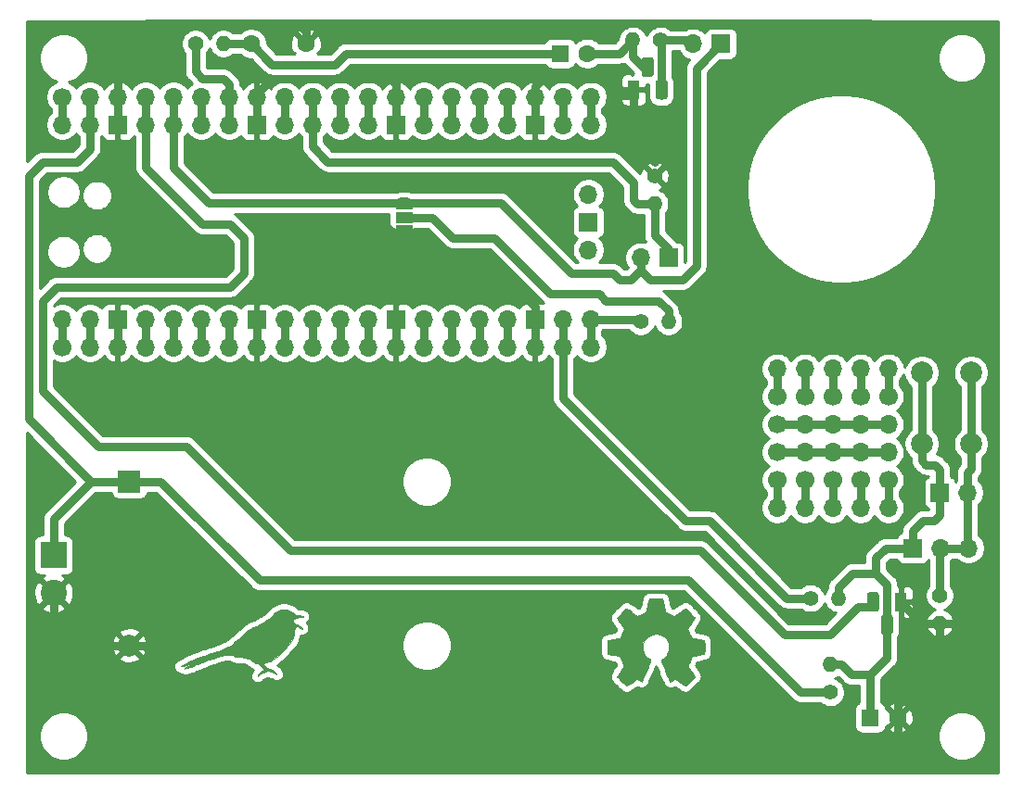
<source format=gbr>
G04 #@! TF.GenerationSoftware,KiCad,Pcbnew,5.1.5+dfsg1-2build2*
G04 #@! TF.CreationDate,2021-11-10T10:38:05-05:00*
G04 #@! TF.ProjectId,SINSONTE,53494e53-4f4e-4544-952e-6b696361645f,rev?*
G04 #@! TF.SameCoordinates,Original*
G04 #@! TF.FileFunction,Copper,L2,Bot*
G04 #@! TF.FilePolarity,Positive*
%FSLAX46Y46*%
G04 Gerber Fmt 4.6, Leading zero omitted, Abs format (unit mm)*
G04 Created by KiCad (PCBNEW 5.1.5+dfsg1-2build2) date 2021-11-10 10:38:05*
%MOMM*%
%LPD*%
G04 APERTURE LIST*
%ADD10C,0.010000*%
%ADD11O,1.700000X1.700000*%
%ADD12C,1.700000*%
%ADD13R,1.700000X1.700000*%
%ADD14C,2.400000*%
%ADD15R,2.400000X2.400000*%
%ADD16R,1.100000X1.800000*%
%ADD17C,0.100000*%
%ADD18O,1.400000X1.400000*%
%ADD19C,1.400000*%
%ADD20C,1.600000*%
%ADD21R,1.500000X1.000000*%
%ADD22R,1.600000X1.600000*%
%ADD23C,2.000000*%
%ADD24R,2.000000X2.000000*%
%ADD25C,0.750000*%
%ADD26C,0.250000*%
%ADD27C,0.254000*%
G04 APERTURE END LIST*
D10*
G36*
X73911343Y-104413107D02*
G01*
X73801615Y-104450203D01*
X73745718Y-104487451D01*
X73702824Y-104511441D01*
X73643159Y-104530578D01*
X73638834Y-104531503D01*
X73564228Y-104554723D01*
X73479078Y-104592923D01*
X73396227Y-104638995D01*
X73328517Y-104685829D01*
X73289803Y-104724719D01*
X73195252Y-104850352D01*
X73071340Y-104986989D01*
X72926637Y-105126842D01*
X72769716Y-105262124D01*
X72609149Y-105385047D01*
X72453508Y-105487822D01*
X72442917Y-105494121D01*
X72338315Y-105553521D01*
X72210838Y-105622284D01*
X72068380Y-105696495D01*
X71918835Y-105772239D01*
X71770097Y-105845603D01*
X71630058Y-105912671D01*
X71506613Y-105969529D01*
X71407655Y-106012263D01*
X71363417Y-106029459D01*
X71236525Y-106077380D01*
X71129176Y-106123952D01*
X71033726Y-106174300D01*
X70942528Y-106233550D01*
X70847938Y-106306825D01*
X70742310Y-106399252D01*
X70617998Y-106515956D01*
X70572927Y-106559359D01*
X70458278Y-106666389D01*
X70321756Y-106787792D01*
X70175674Y-106912975D01*
X70032348Y-107031346D01*
X69929474Y-107112840D01*
X69823159Y-107196417D01*
X69728373Y-107273562D01*
X69650297Y-107339842D01*
X69594109Y-107390827D01*
X69564991Y-107422085D01*
X69562309Y-107426949D01*
X69541992Y-107460327D01*
X69499456Y-107513065D01*
X69442944Y-107575130D01*
X69427644Y-107590881D01*
X69375302Y-107642271D01*
X69328797Y-107681331D01*
X69278639Y-107713414D01*
X69215337Y-107743873D01*
X69129399Y-107778062D01*
X69032808Y-107813566D01*
X68886512Y-107867699D01*
X68772240Y-107913096D01*
X68681609Y-107953638D01*
X68606234Y-107993205D01*
X68537732Y-108035680D01*
X68505917Y-108057475D01*
X68437251Y-108097026D01*
X68334082Y-108144793D01*
X68202858Y-108198263D01*
X68050026Y-108254921D01*
X67882035Y-108312252D01*
X67727995Y-108360894D01*
X67602915Y-108399749D01*
X67451508Y-108448154D01*
X67280265Y-108503917D01*
X67095674Y-108564847D01*
X66904225Y-108628751D01*
X66712405Y-108693440D01*
X66526705Y-108756722D01*
X66353613Y-108816404D01*
X66199618Y-108870297D01*
X66071209Y-108916209D01*
X65974874Y-108951948D01*
X65955334Y-108959519D01*
X65861635Y-108998558D01*
X65745951Y-109050276D01*
X65614452Y-109111573D01*
X65473313Y-109179348D01*
X65328706Y-109250502D01*
X65186803Y-109321935D01*
X65053778Y-109390546D01*
X64935802Y-109453236D01*
X64839050Y-109506905D01*
X64769694Y-109548453D01*
X64738250Y-109570735D01*
X64674750Y-109625033D01*
X64813006Y-109614244D01*
X64905775Y-109601107D01*
X64999353Y-109578602D01*
X65052886Y-109559894D01*
X65118683Y-109534726D01*
X65173441Y-109518992D01*
X65192777Y-109516333D01*
X65234416Y-109507873D01*
X65295142Y-109486511D01*
X65323314Y-109474464D01*
X65416685Y-109445155D01*
X65516598Y-109433331D01*
X65521417Y-109433329D01*
X65627250Y-109434062D01*
X65457917Y-109515361D01*
X65380824Y-109556095D01*
X65298239Y-109605766D01*
X65217354Y-109659210D01*
X65145365Y-109711264D01*
X65089463Y-109756763D01*
X65056843Y-109790542D01*
X65052805Y-109806193D01*
X65081277Y-109809619D01*
X65137265Y-109800449D01*
X65209014Y-109781900D01*
X65284771Y-109757189D01*
X65352783Y-109729535D01*
X65376782Y-109717505D01*
X65442095Y-109688178D01*
X65480466Y-109686862D01*
X65486925Y-109691391D01*
X65519441Y-109698579D01*
X65582474Y-109684354D01*
X65677444Y-109648216D01*
X65805771Y-109589669D01*
X65878508Y-109554020D01*
X65979381Y-109508498D01*
X66090473Y-109465686D01*
X66189468Y-109434111D01*
X66198834Y-109431645D01*
X66269612Y-109409775D01*
X66368888Y-109373946D01*
X66486748Y-109327995D01*
X66613279Y-109275759D01*
X66709873Y-109233891D01*
X66829948Y-109180743D01*
X66932327Y-109135953D01*
X67022843Y-109097419D01*
X67107332Y-109063035D01*
X67191628Y-109030697D01*
X67281565Y-108998303D01*
X67382978Y-108963747D01*
X67501701Y-108924925D01*
X67643568Y-108879734D01*
X67814414Y-108826069D01*
X68011144Y-108764614D01*
X68722872Y-108542461D01*
X69058894Y-108563112D01*
X69227910Y-108575241D01*
X69359415Y-108589123D01*
X69458231Y-108605917D01*
X69529176Y-108626780D01*
X69577070Y-108652872D01*
X69606733Y-108685350D01*
X69612639Y-108696183D01*
X69631377Y-108725544D01*
X69659156Y-108746742D01*
X69702165Y-108760849D01*
X69766595Y-108768938D01*
X69858633Y-108772081D01*
X69984470Y-108771351D01*
X70040500Y-108770321D01*
X70241776Y-108775428D01*
X70441050Y-108797637D01*
X70631617Y-108835024D01*
X70806768Y-108885665D01*
X70959796Y-108947634D01*
X71083993Y-109019007D01*
X71169644Y-109094321D01*
X71227614Y-109150821D01*
X71291691Y-109198327D01*
X71310500Y-109208952D01*
X71380620Y-109248810D01*
X71449029Y-109294402D01*
X71451963Y-109296582D01*
X71507234Y-109328838D01*
X71571692Y-109343974D01*
X71640708Y-109347000D01*
X71762073Y-109347000D01*
X72324503Y-109903918D01*
X72161460Y-109995703D01*
X71986321Y-110115593D01*
X71843947Y-110258788D01*
X71748388Y-110401300D01*
X71718178Y-110459482D01*
X71700014Y-110499311D01*
X71697470Y-110511166D01*
X71717071Y-110499595D01*
X71763763Y-110468183D01*
X71830321Y-110421877D01*
X71900919Y-110371787D01*
X72011286Y-110298873D01*
X72133248Y-110228340D01*
X72258367Y-110164124D01*
X72378202Y-110110163D01*
X72484315Y-110070393D01*
X72568266Y-110048750D01*
X72599437Y-110045958D01*
X72713228Y-110056679D01*
X72851701Y-110085455D01*
X73003003Y-110128956D01*
X73155278Y-110183856D01*
X73271941Y-110234751D01*
X73365913Y-110279403D01*
X73426884Y-110307017D01*
X73460025Y-110318862D01*
X73470504Y-110316206D01*
X73463492Y-110300319D01*
X73448089Y-110277990D01*
X73356772Y-110163285D01*
X73258193Y-110062734D01*
X73159011Y-109981603D01*
X73065886Y-109925158D01*
X72985480Y-109898667D01*
X72966709Y-109897333D01*
X72924883Y-109887682D01*
X72867083Y-109863655D01*
X72850139Y-109855000D01*
X72785058Y-109827623D01*
X72723643Y-109813284D01*
X72712508Y-109812666D01*
X72682721Y-109806424D01*
X72644773Y-109785054D01*
X72593712Y-109744592D01*
X72524582Y-109681073D01*
X72432430Y-109590533D01*
X72422451Y-109580535D01*
X72343704Y-109500433D01*
X72277698Y-109431155D01*
X72229303Y-109377990D01*
X72203392Y-109346225D01*
X72200562Y-109339712D01*
X72224273Y-109332632D01*
X72280058Y-109320807D01*
X72358197Y-109306212D01*
X72406637Y-109297812D01*
X72502914Y-109277410D01*
X72601797Y-109247209D01*
X72708546Y-109204691D01*
X72828420Y-109147338D01*
X72966678Y-109072632D01*
X73128581Y-108978053D01*
X73319387Y-108861085D01*
X73321334Y-108859872D01*
X73570346Y-108686503D01*
X73809877Y-108484852D01*
X74030070Y-108264233D01*
X74221063Y-108033961D01*
X74274993Y-107958904D01*
X74354237Y-107851775D01*
X74450950Y-107732338D01*
X74551480Y-107616985D01*
X74622699Y-107541459D01*
X74819792Y-107342112D01*
X74927813Y-107012713D01*
X74971718Y-106876858D01*
X75002814Y-106773832D01*
X75022308Y-106696516D01*
X75031407Y-106637795D01*
X75031318Y-106590550D01*
X75023249Y-106547665D01*
X75012481Y-106513493D01*
X75003045Y-106477405D01*
X75004333Y-106441641D01*
X75019182Y-106395759D01*
X75050432Y-106329314D01*
X75076147Y-106279241D01*
X75118104Y-106190600D01*
X75152505Y-106103233D01*
X75173415Y-106032666D01*
X75176053Y-106017961D01*
X75188940Y-105923943D01*
X75297595Y-105964909D01*
X75369801Y-105994758D01*
X75461525Y-106036283D01*
X75554879Y-106081340D01*
X75569964Y-106088937D01*
X75677715Y-106140108D01*
X75751296Y-106166852D01*
X75791079Y-106169219D01*
X75797436Y-106147255D01*
X75781635Y-106116574D01*
X75751852Y-106088407D01*
X75692972Y-106045332D01*
X75613220Y-105992426D01*
X75520816Y-105934766D01*
X75423985Y-105877428D01*
X75330948Y-105825490D01*
X75249929Y-105784029D01*
X75222807Y-105771549D01*
X75142924Y-105735151D01*
X75091946Y-105705888D01*
X75059632Y-105674782D01*
X75035739Y-105632856D01*
X75018687Y-105592624D01*
X74991884Y-105514129D01*
X74973158Y-105436561D01*
X74968727Y-105404223D01*
X74969511Y-105348026D01*
X74989684Y-105312395D01*
X75032832Y-105281731D01*
X75081439Y-105256718D01*
X75158302Y-105222273D01*
X75251884Y-105183403D01*
X75328676Y-105153378D01*
X75430518Y-105115667D01*
X75505368Y-105091603D01*
X75565401Y-105078780D01*
X75622795Y-105074789D01*
X75689727Y-105077222D01*
X75707646Y-105078429D01*
X75803141Y-105081559D01*
X75857972Y-105074489D01*
X75872617Y-105056994D01*
X75847552Y-105028846D01*
X75833132Y-105018795D01*
X75750590Y-104982891D01*
X75638838Y-104960093D01*
X75509328Y-104951733D01*
X75373513Y-104959146D01*
X75348466Y-104962373D01*
X75180788Y-104986086D01*
X75013415Y-104809267D01*
X74868046Y-104671777D01*
X74720984Y-104568400D01*
X74560325Y-104492168D01*
X74377285Y-104436856D01*
X74205045Y-104405963D01*
X74047775Y-104398203D01*
X73911343Y-104413107D01*
G37*
X73911343Y-104413107D02*
X73801615Y-104450203D01*
X73745718Y-104487451D01*
X73702824Y-104511441D01*
X73643159Y-104530578D01*
X73638834Y-104531503D01*
X73564228Y-104554723D01*
X73479078Y-104592923D01*
X73396227Y-104638995D01*
X73328517Y-104685829D01*
X73289803Y-104724719D01*
X73195252Y-104850352D01*
X73071340Y-104986989D01*
X72926637Y-105126842D01*
X72769716Y-105262124D01*
X72609149Y-105385047D01*
X72453508Y-105487822D01*
X72442917Y-105494121D01*
X72338315Y-105553521D01*
X72210838Y-105622284D01*
X72068380Y-105696495D01*
X71918835Y-105772239D01*
X71770097Y-105845603D01*
X71630058Y-105912671D01*
X71506613Y-105969529D01*
X71407655Y-106012263D01*
X71363417Y-106029459D01*
X71236525Y-106077380D01*
X71129176Y-106123952D01*
X71033726Y-106174300D01*
X70942528Y-106233550D01*
X70847938Y-106306825D01*
X70742310Y-106399252D01*
X70617998Y-106515956D01*
X70572927Y-106559359D01*
X70458278Y-106666389D01*
X70321756Y-106787792D01*
X70175674Y-106912975D01*
X70032348Y-107031346D01*
X69929474Y-107112840D01*
X69823159Y-107196417D01*
X69728373Y-107273562D01*
X69650297Y-107339842D01*
X69594109Y-107390827D01*
X69564991Y-107422085D01*
X69562309Y-107426949D01*
X69541992Y-107460327D01*
X69499456Y-107513065D01*
X69442944Y-107575130D01*
X69427644Y-107590881D01*
X69375302Y-107642271D01*
X69328797Y-107681331D01*
X69278639Y-107713414D01*
X69215337Y-107743873D01*
X69129399Y-107778062D01*
X69032808Y-107813566D01*
X68886512Y-107867699D01*
X68772240Y-107913096D01*
X68681609Y-107953638D01*
X68606234Y-107993205D01*
X68537732Y-108035680D01*
X68505917Y-108057475D01*
X68437251Y-108097026D01*
X68334082Y-108144793D01*
X68202858Y-108198263D01*
X68050026Y-108254921D01*
X67882035Y-108312252D01*
X67727995Y-108360894D01*
X67602915Y-108399749D01*
X67451508Y-108448154D01*
X67280265Y-108503917D01*
X67095674Y-108564847D01*
X66904225Y-108628751D01*
X66712405Y-108693440D01*
X66526705Y-108756722D01*
X66353613Y-108816404D01*
X66199618Y-108870297D01*
X66071209Y-108916209D01*
X65974874Y-108951948D01*
X65955334Y-108959519D01*
X65861635Y-108998558D01*
X65745951Y-109050276D01*
X65614452Y-109111573D01*
X65473313Y-109179348D01*
X65328706Y-109250502D01*
X65186803Y-109321935D01*
X65053778Y-109390546D01*
X64935802Y-109453236D01*
X64839050Y-109506905D01*
X64769694Y-109548453D01*
X64738250Y-109570735D01*
X64674750Y-109625033D01*
X64813006Y-109614244D01*
X64905775Y-109601107D01*
X64999353Y-109578602D01*
X65052886Y-109559894D01*
X65118683Y-109534726D01*
X65173441Y-109518992D01*
X65192777Y-109516333D01*
X65234416Y-109507873D01*
X65295142Y-109486511D01*
X65323314Y-109474464D01*
X65416685Y-109445155D01*
X65516598Y-109433331D01*
X65521417Y-109433329D01*
X65627250Y-109434062D01*
X65457917Y-109515361D01*
X65380824Y-109556095D01*
X65298239Y-109605766D01*
X65217354Y-109659210D01*
X65145365Y-109711264D01*
X65089463Y-109756763D01*
X65056843Y-109790542D01*
X65052805Y-109806193D01*
X65081277Y-109809619D01*
X65137265Y-109800449D01*
X65209014Y-109781900D01*
X65284771Y-109757189D01*
X65352783Y-109729535D01*
X65376782Y-109717505D01*
X65442095Y-109688178D01*
X65480466Y-109686862D01*
X65486925Y-109691391D01*
X65519441Y-109698579D01*
X65582474Y-109684354D01*
X65677444Y-109648216D01*
X65805771Y-109589669D01*
X65878508Y-109554020D01*
X65979381Y-109508498D01*
X66090473Y-109465686D01*
X66189468Y-109434111D01*
X66198834Y-109431645D01*
X66269612Y-109409775D01*
X66368888Y-109373946D01*
X66486748Y-109327995D01*
X66613279Y-109275759D01*
X66709873Y-109233891D01*
X66829948Y-109180743D01*
X66932327Y-109135953D01*
X67022843Y-109097419D01*
X67107332Y-109063035D01*
X67191628Y-109030697D01*
X67281565Y-108998303D01*
X67382978Y-108963747D01*
X67501701Y-108924925D01*
X67643568Y-108879734D01*
X67814414Y-108826069D01*
X68011144Y-108764614D01*
X68722872Y-108542461D01*
X69058894Y-108563112D01*
X69227910Y-108575241D01*
X69359415Y-108589123D01*
X69458231Y-108605917D01*
X69529176Y-108626780D01*
X69577070Y-108652872D01*
X69606733Y-108685350D01*
X69612639Y-108696183D01*
X69631377Y-108725544D01*
X69659156Y-108746742D01*
X69702165Y-108760849D01*
X69766595Y-108768938D01*
X69858633Y-108772081D01*
X69984470Y-108771351D01*
X70040500Y-108770321D01*
X70241776Y-108775428D01*
X70441050Y-108797637D01*
X70631617Y-108835024D01*
X70806768Y-108885665D01*
X70959796Y-108947634D01*
X71083993Y-109019007D01*
X71169644Y-109094321D01*
X71227614Y-109150821D01*
X71291691Y-109198327D01*
X71310500Y-109208952D01*
X71380620Y-109248810D01*
X71449029Y-109294402D01*
X71451963Y-109296582D01*
X71507234Y-109328838D01*
X71571692Y-109343974D01*
X71640708Y-109347000D01*
X71762073Y-109347000D01*
X72324503Y-109903918D01*
X72161460Y-109995703D01*
X71986321Y-110115593D01*
X71843947Y-110258788D01*
X71748388Y-110401300D01*
X71718178Y-110459482D01*
X71700014Y-110499311D01*
X71697470Y-110511166D01*
X71717071Y-110499595D01*
X71763763Y-110468183D01*
X71830321Y-110421877D01*
X71900919Y-110371787D01*
X72011286Y-110298873D01*
X72133248Y-110228340D01*
X72258367Y-110164124D01*
X72378202Y-110110163D01*
X72484315Y-110070393D01*
X72568266Y-110048750D01*
X72599437Y-110045958D01*
X72713228Y-110056679D01*
X72851701Y-110085455D01*
X73003003Y-110128956D01*
X73155278Y-110183856D01*
X73271941Y-110234751D01*
X73365913Y-110279403D01*
X73426884Y-110307017D01*
X73460025Y-110318862D01*
X73470504Y-110316206D01*
X73463492Y-110300319D01*
X73448089Y-110277990D01*
X73356772Y-110163285D01*
X73258193Y-110062734D01*
X73159011Y-109981603D01*
X73065886Y-109925158D01*
X72985480Y-109898667D01*
X72966709Y-109897333D01*
X72924883Y-109887682D01*
X72867083Y-109863655D01*
X72850139Y-109855000D01*
X72785058Y-109827623D01*
X72723643Y-109813284D01*
X72712508Y-109812666D01*
X72682721Y-109806424D01*
X72644773Y-109785054D01*
X72593712Y-109744592D01*
X72524582Y-109681073D01*
X72432430Y-109590533D01*
X72422451Y-109580535D01*
X72343704Y-109500433D01*
X72277698Y-109431155D01*
X72229303Y-109377990D01*
X72203392Y-109346225D01*
X72200562Y-109339712D01*
X72224273Y-109332632D01*
X72280058Y-109320807D01*
X72358197Y-109306212D01*
X72406637Y-109297812D01*
X72502914Y-109277410D01*
X72601797Y-109247209D01*
X72708546Y-109204691D01*
X72828420Y-109147338D01*
X72966678Y-109072632D01*
X73128581Y-108978053D01*
X73319387Y-108861085D01*
X73321334Y-108859872D01*
X73570346Y-108686503D01*
X73809877Y-108484852D01*
X74030070Y-108264233D01*
X74221063Y-108033961D01*
X74274993Y-107958904D01*
X74354237Y-107851775D01*
X74450950Y-107732338D01*
X74551480Y-107616985D01*
X74622699Y-107541459D01*
X74819792Y-107342112D01*
X74927813Y-107012713D01*
X74971718Y-106876858D01*
X75002814Y-106773832D01*
X75022308Y-106696516D01*
X75031407Y-106637795D01*
X75031318Y-106590550D01*
X75023249Y-106547665D01*
X75012481Y-106513493D01*
X75003045Y-106477405D01*
X75004333Y-106441641D01*
X75019182Y-106395759D01*
X75050432Y-106329314D01*
X75076147Y-106279241D01*
X75118104Y-106190600D01*
X75152505Y-106103233D01*
X75173415Y-106032666D01*
X75176053Y-106017961D01*
X75188940Y-105923943D01*
X75297595Y-105964909D01*
X75369801Y-105994758D01*
X75461525Y-106036283D01*
X75554879Y-106081340D01*
X75569964Y-106088937D01*
X75677715Y-106140108D01*
X75751296Y-106166852D01*
X75791079Y-106169219D01*
X75797436Y-106147255D01*
X75781635Y-106116574D01*
X75751852Y-106088407D01*
X75692972Y-106045332D01*
X75613220Y-105992426D01*
X75520816Y-105934766D01*
X75423985Y-105877428D01*
X75330948Y-105825490D01*
X75249929Y-105784029D01*
X75222807Y-105771549D01*
X75142924Y-105735151D01*
X75091946Y-105705888D01*
X75059632Y-105674782D01*
X75035739Y-105632856D01*
X75018687Y-105592624D01*
X74991884Y-105514129D01*
X74973158Y-105436561D01*
X74968727Y-105404223D01*
X74969511Y-105348026D01*
X74989684Y-105312395D01*
X75032832Y-105281731D01*
X75081439Y-105256718D01*
X75158302Y-105222273D01*
X75251884Y-105183403D01*
X75328676Y-105153378D01*
X75430518Y-105115667D01*
X75505368Y-105091603D01*
X75565401Y-105078780D01*
X75622795Y-105074789D01*
X75689727Y-105077222D01*
X75707646Y-105078429D01*
X75803141Y-105081559D01*
X75857972Y-105074489D01*
X75872617Y-105056994D01*
X75847552Y-105028846D01*
X75833132Y-105018795D01*
X75750590Y-104982891D01*
X75638838Y-104960093D01*
X75509328Y-104951733D01*
X75373513Y-104959146D01*
X75348466Y-104962373D01*
X75180788Y-104986086D01*
X75013415Y-104809267D01*
X74868046Y-104671777D01*
X74720984Y-104568400D01*
X74560325Y-104492168D01*
X74377285Y-104436856D01*
X74205045Y-104405963D01*
X74047775Y-104398203D01*
X73911343Y-104413107D01*
G36*
X107330464Y-104042427D02*
G01*
X107217882Y-104639618D01*
X106802469Y-104810865D01*
X106387055Y-104982112D01*
X105888698Y-104643233D01*
X105749131Y-104548877D01*
X105622971Y-104464630D01*
X105516104Y-104394338D01*
X105434417Y-104341847D01*
X105383798Y-104311004D01*
X105370013Y-104304353D01*
X105345179Y-104321458D01*
X105292111Y-104368744D01*
X105216759Y-104440172D01*
X105125070Y-104529700D01*
X105022992Y-104631289D01*
X104916473Y-104738898D01*
X104811463Y-104846487D01*
X104713908Y-104948015D01*
X104629757Y-105037441D01*
X104564959Y-105108726D01*
X104525462Y-105155828D01*
X104516019Y-105171592D01*
X104529608Y-105200653D01*
X104567706Y-105264321D01*
X104626306Y-105356367D01*
X104701402Y-105470564D01*
X104788991Y-105600684D01*
X104839745Y-105674901D01*
X104932254Y-105810422D01*
X105014459Y-105932716D01*
X105082369Y-106035695D01*
X105131999Y-106113273D01*
X105159359Y-106159361D01*
X105163470Y-106169047D01*
X105154150Y-106196574D01*
X105128745Y-106260728D01*
X105091088Y-106352490D01*
X105045013Y-106462839D01*
X104994353Y-106582755D01*
X104942940Y-106703219D01*
X104894610Y-106815209D01*
X104853193Y-106909707D01*
X104822525Y-106977692D01*
X104806438Y-107010143D01*
X104805488Y-107011420D01*
X104780227Y-107017617D01*
X104712954Y-107031440D01*
X104610639Y-107051532D01*
X104480258Y-107076534D01*
X104328783Y-107105086D01*
X104240406Y-107121551D01*
X104078547Y-107152369D01*
X103932350Y-107181694D01*
X103809212Y-107207921D01*
X103716530Y-107229446D01*
X103661698Y-107244665D01*
X103650676Y-107249493D01*
X103639881Y-107282174D01*
X103631170Y-107355985D01*
X103624539Y-107462292D01*
X103619981Y-107592467D01*
X103617490Y-107737876D01*
X103617061Y-107889890D01*
X103618688Y-108039877D01*
X103622364Y-108179206D01*
X103628084Y-108299245D01*
X103635842Y-108391365D01*
X103645631Y-108446932D01*
X103651503Y-108458500D01*
X103686600Y-108472365D01*
X103760971Y-108492188D01*
X103864776Y-108515639D01*
X103988180Y-108540391D01*
X104031258Y-108548398D01*
X104238952Y-108586441D01*
X104403015Y-108617079D01*
X104528869Y-108641529D01*
X104621934Y-108661009D01*
X104687632Y-108676736D01*
X104731382Y-108689928D01*
X104758607Y-108701804D01*
X104774727Y-108713580D01*
X104776982Y-108715908D01*
X104799496Y-108753400D01*
X104833841Y-108826365D01*
X104876588Y-108925867D01*
X104924307Y-109042973D01*
X104973569Y-109168748D01*
X105020944Y-109294257D01*
X105063004Y-109410565D01*
X105096319Y-109508739D01*
X105117458Y-109579843D01*
X105122994Y-109614942D01*
X105122533Y-109616172D01*
X105103776Y-109644861D01*
X105061223Y-109707985D01*
X104999346Y-109798973D01*
X104922617Y-109911255D01*
X104835508Y-110038260D01*
X104810701Y-110074353D01*
X104722247Y-110205203D01*
X104644411Y-110324591D01*
X104581433Y-110425662D01*
X104537554Y-110501559D01*
X104517014Y-110545427D01*
X104516019Y-110550817D01*
X104533277Y-110579144D01*
X104580964Y-110635261D01*
X104652949Y-110713137D01*
X104743102Y-110806740D01*
X104845294Y-110910041D01*
X104953394Y-111017006D01*
X105061271Y-111121606D01*
X105162795Y-111217809D01*
X105251837Y-111299584D01*
X105322266Y-111360900D01*
X105367952Y-111395726D01*
X105380590Y-111401412D01*
X105410008Y-111388020D01*
X105470238Y-111351899D01*
X105551470Y-111299136D01*
X105613969Y-111256667D01*
X105727214Y-111178740D01*
X105861325Y-111086984D01*
X105995844Y-110995375D01*
X106068166Y-110946346D01*
X106312961Y-110780770D01*
X106518449Y-110891875D01*
X106612063Y-110940548D01*
X106691669Y-110978381D01*
X106745532Y-110999958D01*
X106759242Y-111002961D01*
X106775729Y-110980793D01*
X106808254Y-110918149D01*
X106854391Y-110820809D01*
X106911709Y-110694549D01*
X106977783Y-110545150D01*
X107050184Y-110378388D01*
X107126483Y-110200042D01*
X107204253Y-110015891D01*
X107281065Y-109831712D01*
X107354493Y-109653285D01*
X107422107Y-109486387D01*
X107481479Y-109336797D01*
X107530183Y-109210293D01*
X107565789Y-109112654D01*
X107585869Y-109049657D01*
X107589099Y-109028021D01*
X107563503Y-109000424D01*
X107507461Y-108955625D01*
X107432688Y-108902934D01*
X107426412Y-108898765D01*
X107233154Y-108744069D01*
X107077325Y-108563591D01*
X106960275Y-108363102D01*
X106883354Y-108148374D01*
X106847913Y-107925177D01*
X106855302Y-107699281D01*
X106906872Y-107476459D01*
X107003973Y-107262479D01*
X107032541Y-107215664D01*
X107181131Y-107026618D01*
X107356672Y-106874812D01*
X107553089Y-106761034D01*
X107764306Y-106686075D01*
X107984246Y-106650722D01*
X108206836Y-106655767D01*
X108425998Y-106701999D01*
X108635657Y-106790206D01*
X108829738Y-106921179D01*
X108889773Y-106974337D01*
X109042564Y-107140739D01*
X109153902Y-107315912D01*
X109230276Y-107512266D01*
X109272812Y-107706717D01*
X109283313Y-107925342D01*
X109248299Y-108145052D01*
X109171326Y-108358420D01*
X109055952Y-108558022D01*
X108905734Y-108736429D01*
X108724226Y-108886217D01*
X108700372Y-108902006D01*
X108624798Y-108953712D01*
X108567348Y-108998512D01*
X108539882Y-109027117D01*
X108539482Y-109028021D01*
X108545379Y-109058964D01*
X108568754Y-109129191D01*
X108607178Y-109232925D01*
X108658222Y-109364390D01*
X108719457Y-109517807D01*
X108788455Y-109687401D01*
X108862786Y-109867393D01*
X108940021Y-110052008D01*
X109017731Y-110235468D01*
X109093488Y-110411996D01*
X109164862Y-110575814D01*
X109229425Y-110721147D01*
X109284747Y-110842217D01*
X109328399Y-110933247D01*
X109357953Y-110988460D01*
X109369855Y-111002961D01*
X109406222Y-110991669D01*
X109474269Y-110961385D01*
X109562263Y-110917520D01*
X109610649Y-110891875D01*
X109816136Y-110780770D01*
X110060931Y-110946346D01*
X110185893Y-111031170D01*
X110322704Y-111124516D01*
X110450911Y-111212408D01*
X110515128Y-111256667D01*
X110605448Y-111317318D01*
X110681928Y-111365381D01*
X110734592Y-111394770D01*
X110751697Y-111400982D01*
X110776594Y-111384223D01*
X110831694Y-111337436D01*
X110911656Y-111265480D01*
X111011139Y-111173212D01*
X111124799Y-111065490D01*
X111196684Y-110996326D01*
X111322448Y-110872757D01*
X111431136Y-110762234D01*
X111518354Y-110669485D01*
X111579710Y-110599237D01*
X111610808Y-110556220D01*
X111613791Y-110547490D01*
X111599946Y-110514284D01*
X111561687Y-110447142D01*
X111503258Y-110352863D01*
X111428902Y-110238245D01*
X111342864Y-110110083D01*
X111318397Y-110074353D01*
X111229245Y-109944489D01*
X111149261Y-109827569D01*
X111082919Y-109730162D01*
X111034688Y-109658839D01*
X111009042Y-109620170D01*
X111006564Y-109616172D01*
X111010270Y-109585355D01*
X111029938Y-109517599D01*
X111062139Y-109421839D01*
X111103444Y-109307009D01*
X111150424Y-109182044D01*
X111199650Y-109055879D01*
X111247691Y-108937448D01*
X111291118Y-108835685D01*
X111326503Y-108759526D01*
X111350415Y-108717904D01*
X111352115Y-108715908D01*
X111366737Y-108704013D01*
X111391434Y-108692250D01*
X111431627Y-108679401D01*
X111492736Y-108664249D01*
X111580182Y-108645576D01*
X111699387Y-108622165D01*
X111855772Y-108592797D01*
X112054756Y-108556255D01*
X112097839Y-108548398D01*
X112225529Y-108523727D01*
X112336846Y-108499593D01*
X112421954Y-108478324D01*
X112471016Y-108462248D01*
X112477594Y-108458500D01*
X112488435Y-108425273D01*
X112497246Y-108351021D01*
X112504023Y-108244376D01*
X112508759Y-108113967D01*
X112511449Y-107968427D01*
X112512086Y-107816386D01*
X112510665Y-107666476D01*
X112507179Y-107527328D01*
X112501623Y-107407572D01*
X112493991Y-107315841D01*
X112484277Y-107260766D01*
X112478421Y-107249493D01*
X112445819Y-107238123D01*
X112371581Y-107219624D01*
X112263103Y-107195602D01*
X112127782Y-107167662D01*
X111973014Y-107137408D01*
X111888692Y-107121551D01*
X111728703Y-107091644D01*
X111586032Y-107064550D01*
X111467651Y-107041631D01*
X111380534Y-107024243D01*
X111331654Y-107013747D01*
X111323609Y-107011420D01*
X111310012Y-106985186D01*
X111281270Y-106921995D01*
X111241214Y-106830877D01*
X111193675Y-106720857D01*
X111142484Y-106600965D01*
X111091473Y-106480227D01*
X111044473Y-106367671D01*
X111005315Y-106272326D01*
X110977830Y-106203217D01*
X110965850Y-106169374D01*
X110965627Y-106167895D01*
X110979208Y-106141197D01*
X111017284Y-106079760D01*
X111075852Y-105989689D01*
X111150911Y-105877090D01*
X111238459Y-105748070D01*
X111289352Y-105673961D01*
X111382090Y-105538077D01*
X111464458Y-105414709D01*
X111532438Y-105310097D01*
X111582011Y-105230483D01*
X111609157Y-105182107D01*
X111613078Y-105171262D01*
X111596224Y-105146020D01*
X111549631Y-105092124D01*
X111479251Y-105015613D01*
X111391034Y-104922523D01*
X111290934Y-104818895D01*
X111184901Y-104710764D01*
X111078888Y-104604170D01*
X110978847Y-104505150D01*
X110890729Y-104419742D01*
X110820486Y-104353985D01*
X110774071Y-104313916D01*
X110758543Y-104304353D01*
X110733260Y-104317800D01*
X110672788Y-104355575D01*
X110583007Y-104413835D01*
X110469796Y-104488734D01*
X110339036Y-104576425D01*
X110240400Y-104643233D01*
X109742042Y-104982112D01*
X109326629Y-104810865D01*
X108911215Y-104639618D01*
X108798633Y-104042427D01*
X108686050Y-103445235D01*
X107443047Y-103445235D01*
X107330464Y-104042427D01*
G37*
X107330464Y-104042427D02*
X107217882Y-104639618D01*
X106802469Y-104810865D01*
X106387055Y-104982112D01*
X105888698Y-104643233D01*
X105749131Y-104548877D01*
X105622971Y-104464630D01*
X105516104Y-104394338D01*
X105434417Y-104341847D01*
X105383798Y-104311004D01*
X105370013Y-104304353D01*
X105345179Y-104321458D01*
X105292111Y-104368744D01*
X105216759Y-104440172D01*
X105125070Y-104529700D01*
X105022992Y-104631289D01*
X104916473Y-104738898D01*
X104811463Y-104846487D01*
X104713908Y-104948015D01*
X104629757Y-105037441D01*
X104564959Y-105108726D01*
X104525462Y-105155828D01*
X104516019Y-105171592D01*
X104529608Y-105200653D01*
X104567706Y-105264321D01*
X104626306Y-105356367D01*
X104701402Y-105470564D01*
X104788991Y-105600684D01*
X104839745Y-105674901D01*
X104932254Y-105810422D01*
X105014459Y-105932716D01*
X105082369Y-106035695D01*
X105131999Y-106113273D01*
X105159359Y-106159361D01*
X105163470Y-106169047D01*
X105154150Y-106196574D01*
X105128745Y-106260728D01*
X105091088Y-106352490D01*
X105045013Y-106462839D01*
X104994353Y-106582755D01*
X104942940Y-106703219D01*
X104894610Y-106815209D01*
X104853193Y-106909707D01*
X104822525Y-106977692D01*
X104806438Y-107010143D01*
X104805488Y-107011420D01*
X104780227Y-107017617D01*
X104712954Y-107031440D01*
X104610639Y-107051532D01*
X104480258Y-107076534D01*
X104328783Y-107105086D01*
X104240406Y-107121551D01*
X104078547Y-107152369D01*
X103932350Y-107181694D01*
X103809212Y-107207921D01*
X103716530Y-107229446D01*
X103661698Y-107244665D01*
X103650676Y-107249493D01*
X103639881Y-107282174D01*
X103631170Y-107355985D01*
X103624539Y-107462292D01*
X103619981Y-107592467D01*
X103617490Y-107737876D01*
X103617061Y-107889890D01*
X103618688Y-108039877D01*
X103622364Y-108179206D01*
X103628084Y-108299245D01*
X103635842Y-108391365D01*
X103645631Y-108446932D01*
X103651503Y-108458500D01*
X103686600Y-108472365D01*
X103760971Y-108492188D01*
X103864776Y-108515639D01*
X103988180Y-108540391D01*
X104031258Y-108548398D01*
X104238952Y-108586441D01*
X104403015Y-108617079D01*
X104528869Y-108641529D01*
X104621934Y-108661009D01*
X104687632Y-108676736D01*
X104731382Y-108689928D01*
X104758607Y-108701804D01*
X104774727Y-108713580D01*
X104776982Y-108715908D01*
X104799496Y-108753400D01*
X104833841Y-108826365D01*
X104876588Y-108925867D01*
X104924307Y-109042973D01*
X104973569Y-109168748D01*
X105020944Y-109294257D01*
X105063004Y-109410565D01*
X105096319Y-109508739D01*
X105117458Y-109579843D01*
X105122994Y-109614942D01*
X105122533Y-109616172D01*
X105103776Y-109644861D01*
X105061223Y-109707985D01*
X104999346Y-109798973D01*
X104922617Y-109911255D01*
X104835508Y-110038260D01*
X104810701Y-110074353D01*
X104722247Y-110205203D01*
X104644411Y-110324591D01*
X104581433Y-110425662D01*
X104537554Y-110501559D01*
X104517014Y-110545427D01*
X104516019Y-110550817D01*
X104533277Y-110579144D01*
X104580964Y-110635261D01*
X104652949Y-110713137D01*
X104743102Y-110806740D01*
X104845294Y-110910041D01*
X104953394Y-111017006D01*
X105061271Y-111121606D01*
X105162795Y-111217809D01*
X105251837Y-111299584D01*
X105322266Y-111360900D01*
X105367952Y-111395726D01*
X105380590Y-111401412D01*
X105410008Y-111388020D01*
X105470238Y-111351899D01*
X105551470Y-111299136D01*
X105613969Y-111256667D01*
X105727214Y-111178740D01*
X105861325Y-111086984D01*
X105995844Y-110995375D01*
X106068166Y-110946346D01*
X106312961Y-110780770D01*
X106518449Y-110891875D01*
X106612063Y-110940548D01*
X106691669Y-110978381D01*
X106745532Y-110999958D01*
X106759242Y-111002961D01*
X106775729Y-110980793D01*
X106808254Y-110918149D01*
X106854391Y-110820809D01*
X106911709Y-110694549D01*
X106977783Y-110545150D01*
X107050184Y-110378388D01*
X107126483Y-110200042D01*
X107204253Y-110015891D01*
X107281065Y-109831712D01*
X107354493Y-109653285D01*
X107422107Y-109486387D01*
X107481479Y-109336797D01*
X107530183Y-109210293D01*
X107565789Y-109112654D01*
X107585869Y-109049657D01*
X107589099Y-109028021D01*
X107563503Y-109000424D01*
X107507461Y-108955625D01*
X107432688Y-108902934D01*
X107426412Y-108898765D01*
X107233154Y-108744069D01*
X107077325Y-108563591D01*
X106960275Y-108363102D01*
X106883354Y-108148374D01*
X106847913Y-107925177D01*
X106855302Y-107699281D01*
X106906872Y-107476459D01*
X107003973Y-107262479D01*
X107032541Y-107215664D01*
X107181131Y-107026618D01*
X107356672Y-106874812D01*
X107553089Y-106761034D01*
X107764306Y-106686075D01*
X107984246Y-106650722D01*
X108206836Y-106655767D01*
X108425998Y-106701999D01*
X108635657Y-106790206D01*
X108829738Y-106921179D01*
X108889773Y-106974337D01*
X109042564Y-107140739D01*
X109153902Y-107315912D01*
X109230276Y-107512266D01*
X109272812Y-107706717D01*
X109283313Y-107925342D01*
X109248299Y-108145052D01*
X109171326Y-108358420D01*
X109055952Y-108558022D01*
X108905734Y-108736429D01*
X108724226Y-108886217D01*
X108700372Y-108902006D01*
X108624798Y-108953712D01*
X108567348Y-108998512D01*
X108539882Y-109027117D01*
X108539482Y-109028021D01*
X108545379Y-109058964D01*
X108568754Y-109129191D01*
X108607178Y-109232925D01*
X108658222Y-109364390D01*
X108719457Y-109517807D01*
X108788455Y-109687401D01*
X108862786Y-109867393D01*
X108940021Y-110052008D01*
X109017731Y-110235468D01*
X109093488Y-110411996D01*
X109164862Y-110575814D01*
X109229425Y-110721147D01*
X109284747Y-110842217D01*
X109328399Y-110933247D01*
X109357953Y-110988460D01*
X109369855Y-111002961D01*
X109406222Y-110991669D01*
X109474269Y-110961385D01*
X109562263Y-110917520D01*
X109610649Y-110891875D01*
X109816136Y-110780770D01*
X110060931Y-110946346D01*
X110185893Y-111031170D01*
X110322704Y-111124516D01*
X110450911Y-111212408D01*
X110515128Y-111256667D01*
X110605448Y-111317318D01*
X110681928Y-111365381D01*
X110734592Y-111394770D01*
X110751697Y-111400982D01*
X110776594Y-111384223D01*
X110831694Y-111337436D01*
X110911656Y-111265480D01*
X111011139Y-111173212D01*
X111124799Y-111065490D01*
X111196684Y-110996326D01*
X111322448Y-110872757D01*
X111431136Y-110762234D01*
X111518354Y-110669485D01*
X111579710Y-110599237D01*
X111610808Y-110556220D01*
X111613791Y-110547490D01*
X111599946Y-110514284D01*
X111561687Y-110447142D01*
X111503258Y-110352863D01*
X111428902Y-110238245D01*
X111342864Y-110110083D01*
X111318397Y-110074353D01*
X111229245Y-109944489D01*
X111149261Y-109827569D01*
X111082919Y-109730162D01*
X111034688Y-109658839D01*
X111009042Y-109620170D01*
X111006564Y-109616172D01*
X111010270Y-109585355D01*
X111029938Y-109517599D01*
X111062139Y-109421839D01*
X111103444Y-109307009D01*
X111150424Y-109182044D01*
X111199650Y-109055879D01*
X111247691Y-108937448D01*
X111291118Y-108835685D01*
X111326503Y-108759526D01*
X111350415Y-108717904D01*
X111352115Y-108715908D01*
X111366737Y-108704013D01*
X111391434Y-108692250D01*
X111431627Y-108679401D01*
X111492736Y-108664249D01*
X111580182Y-108645576D01*
X111699387Y-108622165D01*
X111855772Y-108592797D01*
X112054756Y-108556255D01*
X112097839Y-108548398D01*
X112225529Y-108523727D01*
X112336846Y-108499593D01*
X112421954Y-108478324D01*
X112471016Y-108462248D01*
X112477594Y-108458500D01*
X112488435Y-108425273D01*
X112497246Y-108351021D01*
X112504023Y-108244376D01*
X112508759Y-108113967D01*
X112511449Y-107968427D01*
X112512086Y-107816386D01*
X112510665Y-107666476D01*
X112507179Y-107527328D01*
X112501623Y-107407572D01*
X112493991Y-107315841D01*
X112484277Y-107260766D01*
X112478421Y-107249493D01*
X112445819Y-107238123D01*
X112371581Y-107219624D01*
X112263103Y-107195602D01*
X112127782Y-107167662D01*
X111973014Y-107137408D01*
X111888692Y-107121551D01*
X111728703Y-107091644D01*
X111586032Y-107064550D01*
X111467651Y-107041631D01*
X111380534Y-107024243D01*
X111331654Y-107013747D01*
X111323609Y-107011420D01*
X111310012Y-106985186D01*
X111281270Y-106921995D01*
X111241214Y-106830877D01*
X111193675Y-106720857D01*
X111142484Y-106600965D01*
X111091473Y-106480227D01*
X111044473Y-106367671D01*
X111005315Y-106272326D01*
X110977830Y-106203217D01*
X110965850Y-106169374D01*
X110965627Y-106167895D01*
X110979208Y-106141197D01*
X111017284Y-106079760D01*
X111075852Y-105989689D01*
X111150911Y-105877090D01*
X111238459Y-105748070D01*
X111289352Y-105673961D01*
X111382090Y-105538077D01*
X111464458Y-105414709D01*
X111532438Y-105310097D01*
X111582011Y-105230483D01*
X111609157Y-105182107D01*
X111613078Y-105171262D01*
X111596224Y-105146020D01*
X111549631Y-105092124D01*
X111479251Y-105015613D01*
X111391034Y-104922523D01*
X111290934Y-104818895D01*
X111184901Y-104710764D01*
X111078888Y-104604170D01*
X110978847Y-104505150D01*
X110890729Y-104419742D01*
X110820486Y-104353985D01*
X110774071Y-104313916D01*
X110758543Y-104304353D01*
X110733260Y-104317800D01*
X110672788Y-104355575D01*
X110583007Y-104413835D01*
X110469796Y-104488734D01*
X110339036Y-104576425D01*
X110240400Y-104643233D01*
X109742042Y-104982112D01*
X109326629Y-104810865D01*
X108911215Y-104639618D01*
X108798633Y-104042427D01*
X108686050Y-103445235D01*
X107443047Y-103445235D01*
X107330464Y-104042427D01*
D11*
X119126000Y-82423000D03*
D12*
X119126000Y-84963000D03*
D11*
X121666000Y-82423000D03*
D12*
X121666000Y-84963000D03*
D11*
X124206000Y-82423000D03*
D12*
X124206000Y-84963000D03*
D11*
X126746000Y-82423000D03*
D12*
X126746000Y-84963000D03*
D11*
X129286000Y-82423000D03*
D12*
X129286000Y-84963000D03*
D11*
X119126000Y-95123000D03*
D12*
X119126000Y-92583000D03*
D11*
X121666000Y-95123000D03*
D12*
X121666000Y-92583000D03*
D11*
X124206000Y-95123000D03*
D12*
X124206000Y-92583000D03*
D11*
X126746000Y-95123000D03*
D12*
X126746000Y-92583000D03*
D11*
X129286000Y-95123000D03*
D12*
X129286000Y-92583000D03*
D11*
X129286000Y-90043000D03*
X126746000Y-90043000D03*
X124206000Y-90043000D03*
X121666000Y-90043000D03*
D12*
X119126000Y-90043000D03*
D11*
X129286000Y-87503000D03*
X126746000Y-87503000D03*
X124206000Y-87503000D03*
X121666000Y-87503000D03*
D12*
X119126000Y-87503000D03*
D11*
X102130000Y-57570000D03*
X99590000Y-57570000D03*
X97050000Y-57570000D03*
X94510000Y-57570000D03*
X91970000Y-57570000D03*
X89430000Y-57570000D03*
X86890000Y-57570000D03*
X84350000Y-57570000D03*
X81810000Y-57570000D03*
X79270000Y-57570000D03*
X76730000Y-57570000D03*
X74190000Y-57570000D03*
X71650000Y-57570000D03*
X69110000Y-57570000D03*
X66570000Y-57570000D03*
X64030000Y-57570000D03*
X61490000Y-57570000D03*
X58950000Y-57570000D03*
X56410000Y-57570000D03*
D12*
X53870000Y-57570000D03*
D11*
X102130000Y-80430000D03*
X99590000Y-80430000D03*
X97050000Y-80430000D03*
X94510000Y-80430000D03*
X91970000Y-80430000D03*
X89430000Y-80430000D03*
X86890000Y-80430000D03*
X84350000Y-80430000D03*
X81810000Y-80430000D03*
X79270000Y-80430000D03*
X76730000Y-80430000D03*
X74190000Y-80430000D03*
X71650000Y-80430000D03*
X69110000Y-80430000D03*
X66570000Y-80430000D03*
X64030000Y-80430000D03*
X61490000Y-80430000D03*
X58950000Y-80430000D03*
X56410000Y-80430000D03*
D12*
X53870000Y-80430000D03*
D11*
X101900000Y-66460000D03*
D13*
X101900000Y-69000000D03*
D11*
X101900000Y-71540000D03*
X53870000Y-60110000D03*
X56410000Y-60110000D03*
D13*
X58950000Y-60110000D03*
D11*
X61490000Y-60110000D03*
X64030000Y-60110000D03*
X66570000Y-60110000D03*
X69110000Y-60110000D03*
D13*
X71650000Y-60110000D03*
D11*
X74190000Y-60110000D03*
X76730000Y-60110000D03*
X79270000Y-60110000D03*
X81810000Y-60110000D03*
D13*
X84350000Y-60110000D03*
D11*
X86890000Y-60110000D03*
X89430000Y-60110000D03*
X91970000Y-60110000D03*
X94510000Y-60110000D03*
D13*
X97050000Y-60110000D03*
D11*
X99590000Y-60110000D03*
X102130000Y-60110000D03*
X102130000Y-77890000D03*
X99590000Y-77890000D03*
D13*
X97050000Y-77890000D03*
D11*
X94510000Y-77890000D03*
X91970000Y-77890000D03*
X89430000Y-77890000D03*
X86890000Y-77890000D03*
D13*
X84350000Y-77890000D03*
D11*
X81810000Y-77890000D03*
X79270000Y-77890000D03*
X76730000Y-77890000D03*
X74190000Y-77890000D03*
D13*
X71650000Y-77890000D03*
D11*
X69110000Y-77890000D03*
X66570000Y-77890000D03*
X64030000Y-77890000D03*
X61490000Y-77890000D03*
D13*
X58950000Y-77890000D03*
D11*
X56410000Y-77890000D03*
X53870000Y-77890000D03*
D14*
X53086000Y-102941000D03*
D15*
X53086000Y-99441000D03*
D16*
X106045000Y-56915000D03*
G04 #@! TA.AperFunction,ComponentPad*
D17*
G36*
X108886955Y-56016324D02*
G01*
X108913650Y-56020284D01*
X108939828Y-56026841D01*
X108965238Y-56035933D01*
X108989634Y-56047472D01*
X109012782Y-56061346D01*
X109034458Y-56077422D01*
X109054454Y-56095546D01*
X109072578Y-56115542D01*
X109088654Y-56137218D01*
X109102528Y-56160366D01*
X109114067Y-56184762D01*
X109123159Y-56210172D01*
X109129716Y-56236350D01*
X109133676Y-56263045D01*
X109135000Y-56290000D01*
X109135000Y-57540000D01*
X109133676Y-57566955D01*
X109129716Y-57593650D01*
X109123159Y-57619828D01*
X109114067Y-57645238D01*
X109102528Y-57669634D01*
X109088654Y-57692782D01*
X109072578Y-57714458D01*
X109054454Y-57734454D01*
X109034458Y-57752578D01*
X109012782Y-57768654D01*
X108989634Y-57782528D01*
X108965238Y-57794067D01*
X108939828Y-57803159D01*
X108913650Y-57809716D01*
X108886955Y-57813676D01*
X108860000Y-57815000D01*
X108310000Y-57815000D01*
X108283045Y-57813676D01*
X108256350Y-57809716D01*
X108230172Y-57803159D01*
X108204762Y-57794067D01*
X108180366Y-57782528D01*
X108157218Y-57768654D01*
X108135542Y-57752578D01*
X108115546Y-57734454D01*
X108097422Y-57714458D01*
X108081346Y-57692782D01*
X108067472Y-57669634D01*
X108055933Y-57645238D01*
X108046841Y-57619828D01*
X108040284Y-57593650D01*
X108036324Y-57566955D01*
X108035000Y-57540000D01*
X108035000Y-56290000D01*
X108036324Y-56263045D01*
X108040284Y-56236350D01*
X108046841Y-56210172D01*
X108055933Y-56184762D01*
X108067472Y-56160366D01*
X108081346Y-56137218D01*
X108097422Y-56115542D01*
X108115546Y-56095546D01*
X108135542Y-56077422D01*
X108157218Y-56061346D01*
X108180366Y-56047472D01*
X108204762Y-56035933D01*
X108230172Y-56026841D01*
X108256350Y-56020284D01*
X108283045Y-56016324D01*
X108310000Y-56015000D01*
X108860000Y-56015000D01*
X108886955Y-56016324D01*
G37*
G04 #@! TD.AperFunction*
G04 #@! TA.AperFunction,ComponentPad*
G36*
X107616955Y-53946324D02*
G01*
X107643650Y-53950284D01*
X107669828Y-53956841D01*
X107695238Y-53965933D01*
X107719634Y-53977472D01*
X107742782Y-53991346D01*
X107764458Y-54007422D01*
X107784454Y-54025546D01*
X107802578Y-54045542D01*
X107818654Y-54067218D01*
X107832528Y-54090366D01*
X107844067Y-54114762D01*
X107853159Y-54140172D01*
X107859716Y-54166350D01*
X107863676Y-54193045D01*
X107865000Y-54220000D01*
X107865000Y-55470000D01*
X107863676Y-55496955D01*
X107859716Y-55523650D01*
X107853159Y-55549828D01*
X107844067Y-55575238D01*
X107832528Y-55599634D01*
X107818654Y-55622782D01*
X107802578Y-55644458D01*
X107784454Y-55664454D01*
X107764458Y-55682578D01*
X107742782Y-55698654D01*
X107719634Y-55712528D01*
X107695238Y-55724067D01*
X107669828Y-55733159D01*
X107643650Y-55739716D01*
X107616955Y-55743676D01*
X107590000Y-55745000D01*
X107040000Y-55745000D01*
X107013045Y-55743676D01*
X106986350Y-55739716D01*
X106960172Y-55733159D01*
X106934762Y-55724067D01*
X106910366Y-55712528D01*
X106887218Y-55698654D01*
X106865542Y-55682578D01*
X106845546Y-55664454D01*
X106827422Y-55644458D01*
X106811346Y-55622782D01*
X106797472Y-55599634D01*
X106785933Y-55575238D01*
X106776841Y-55549828D01*
X106770284Y-55523650D01*
X106766324Y-55496955D01*
X106765000Y-55470000D01*
X106765000Y-54220000D01*
X106766324Y-54193045D01*
X106770284Y-54166350D01*
X106776841Y-54140172D01*
X106785933Y-54114762D01*
X106797472Y-54090366D01*
X106811346Y-54067218D01*
X106827422Y-54045542D01*
X106845546Y-54025546D01*
X106865542Y-54007422D01*
X106887218Y-53991346D01*
X106910366Y-53977472D01*
X106934762Y-53965933D01*
X106960172Y-53956841D01*
X106986350Y-53950284D01*
X107013045Y-53946324D01*
X107040000Y-53945000D01*
X107590000Y-53945000D01*
X107616955Y-53946324D01*
G37*
G04 #@! TD.AperFunction*
D16*
X130429000Y-103740000D03*
G04 #@! TA.AperFunction,ComponentPad*
D17*
G36*
X128190955Y-102841324D02*
G01*
X128217650Y-102845284D01*
X128243828Y-102851841D01*
X128269238Y-102860933D01*
X128293634Y-102872472D01*
X128316782Y-102886346D01*
X128338458Y-102902422D01*
X128358454Y-102920546D01*
X128376578Y-102940542D01*
X128392654Y-102962218D01*
X128406528Y-102985366D01*
X128418067Y-103009762D01*
X128427159Y-103035172D01*
X128433716Y-103061350D01*
X128437676Y-103088045D01*
X128439000Y-103115000D01*
X128439000Y-104365000D01*
X128437676Y-104391955D01*
X128433716Y-104418650D01*
X128427159Y-104444828D01*
X128418067Y-104470238D01*
X128406528Y-104494634D01*
X128392654Y-104517782D01*
X128376578Y-104539458D01*
X128358454Y-104559454D01*
X128338458Y-104577578D01*
X128316782Y-104593654D01*
X128293634Y-104607528D01*
X128269238Y-104619067D01*
X128243828Y-104628159D01*
X128217650Y-104634716D01*
X128190955Y-104638676D01*
X128164000Y-104640000D01*
X127614000Y-104640000D01*
X127587045Y-104638676D01*
X127560350Y-104634716D01*
X127534172Y-104628159D01*
X127508762Y-104619067D01*
X127484366Y-104607528D01*
X127461218Y-104593654D01*
X127439542Y-104577578D01*
X127419546Y-104559454D01*
X127401422Y-104539458D01*
X127385346Y-104517782D01*
X127371472Y-104494634D01*
X127359933Y-104470238D01*
X127350841Y-104444828D01*
X127344284Y-104418650D01*
X127340324Y-104391955D01*
X127339000Y-104365000D01*
X127339000Y-103115000D01*
X127340324Y-103088045D01*
X127344284Y-103061350D01*
X127350841Y-103035172D01*
X127359933Y-103009762D01*
X127371472Y-102985366D01*
X127385346Y-102962218D01*
X127401422Y-102940542D01*
X127419546Y-102920546D01*
X127439542Y-102902422D01*
X127461218Y-102886346D01*
X127484366Y-102872472D01*
X127508762Y-102860933D01*
X127534172Y-102851841D01*
X127560350Y-102845284D01*
X127587045Y-102841324D01*
X127614000Y-102840000D01*
X128164000Y-102840000D01*
X128190955Y-102841324D01*
G37*
G04 #@! TD.AperFunction*
G04 #@! TA.AperFunction,ComponentPad*
G36*
X129460955Y-104911324D02*
G01*
X129487650Y-104915284D01*
X129513828Y-104921841D01*
X129539238Y-104930933D01*
X129563634Y-104942472D01*
X129586782Y-104956346D01*
X129608458Y-104972422D01*
X129628454Y-104990546D01*
X129646578Y-105010542D01*
X129662654Y-105032218D01*
X129676528Y-105055366D01*
X129688067Y-105079762D01*
X129697159Y-105105172D01*
X129703716Y-105131350D01*
X129707676Y-105158045D01*
X129709000Y-105185000D01*
X129709000Y-106435000D01*
X129707676Y-106461955D01*
X129703716Y-106488650D01*
X129697159Y-106514828D01*
X129688067Y-106540238D01*
X129676528Y-106564634D01*
X129662654Y-106587782D01*
X129646578Y-106609458D01*
X129628454Y-106629454D01*
X129608458Y-106647578D01*
X129586782Y-106663654D01*
X129563634Y-106677528D01*
X129539238Y-106689067D01*
X129513828Y-106698159D01*
X129487650Y-106704716D01*
X129460955Y-106708676D01*
X129434000Y-106710000D01*
X128884000Y-106710000D01*
X128857045Y-106708676D01*
X128830350Y-106704716D01*
X128804172Y-106698159D01*
X128778762Y-106689067D01*
X128754366Y-106677528D01*
X128731218Y-106663654D01*
X128709542Y-106647578D01*
X128689546Y-106629454D01*
X128671422Y-106609458D01*
X128655346Y-106587782D01*
X128641472Y-106564634D01*
X128629933Y-106540238D01*
X128620841Y-106514828D01*
X128614284Y-106488650D01*
X128610324Y-106461955D01*
X128609000Y-106435000D01*
X128609000Y-105185000D01*
X128610324Y-105158045D01*
X128614284Y-105131350D01*
X128620841Y-105105172D01*
X128629933Y-105079762D01*
X128641472Y-105055366D01*
X128655346Y-105032218D01*
X128671422Y-105010542D01*
X128689546Y-104990546D01*
X128709542Y-104972422D01*
X128731218Y-104956346D01*
X128754366Y-104942472D01*
X128778762Y-104930933D01*
X128804172Y-104921841D01*
X128830350Y-104915284D01*
X128857045Y-104911324D01*
X128884000Y-104910000D01*
X129434000Y-104910000D01*
X129460955Y-104911324D01*
G37*
G04 #@! TD.AperFunction*
D11*
X136588500Y-98806000D03*
X134048500Y-98806000D03*
D13*
X131508500Y-98806000D03*
D18*
X133985000Y-105664000D03*
D19*
X133985000Y-103124000D03*
D18*
X68580000Y-52700000D03*
D19*
X66040000Y-52700000D03*
D20*
X76120000Y-52700000D03*
X71120000Y-52700000D03*
D18*
X109220000Y-78105000D03*
D19*
X106680000Y-78105000D03*
D21*
X85090000Y-68580000D03*
G04 #@! TA.AperFunction,SMDPad,CuDef*
D17*
G36*
X85839398Y-69880000D02*
G01*
X85839398Y-69904534D01*
X85834588Y-69953365D01*
X85825016Y-70001490D01*
X85810772Y-70048445D01*
X85791995Y-70093778D01*
X85768864Y-70137051D01*
X85741604Y-70177850D01*
X85710476Y-70215779D01*
X85675779Y-70250476D01*
X85637850Y-70281604D01*
X85597051Y-70308864D01*
X85553778Y-70331995D01*
X85508445Y-70350772D01*
X85461490Y-70365016D01*
X85413365Y-70374588D01*
X85364534Y-70379398D01*
X85340000Y-70379398D01*
X85340000Y-70380000D01*
X84840000Y-70380000D01*
X84840000Y-70379398D01*
X84815466Y-70379398D01*
X84766635Y-70374588D01*
X84718510Y-70365016D01*
X84671555Y-70350772D01*
X84626222Y-70331995D01*
X84582949Y-70308864D01*
X84542150Y-70281604D01*
X84504221Y-70250476D01*
X84469524Y-70215779D01*
X84438396Y-70177850D01*
X84411136Y-70137051D01*
X84388005Y-70093778D01*
X84369228Y-70048445D01*
X84354984Y-70001490D01*
X84345412Y-69953365D01*
X84340602Y-69904534D01*
X84340602Y-69880000D01*
X84340000Y-69880000D01*
X84340000Y-69330000D01*
X85840000Y-69330000D01*
X85840000Y-69880000D01*
X85839398Y-69880000D01*
G37*
G04 #@! TD.AperFunction*
G04 #@! TA.AperFunction,SMDPad,CuDef*
G36*
X84340000Y-67830000D02*
G01*
X84340000Y-67280000D01*
X84340602Y-67280000D01*
X84340602Y-67255466D01*
X84345412Y-67206635D01*
X84354984Y-67158510D01*
X84369228Y-67111555D01*
X84388005Y-67066222D01*
X84411136Y-67022949D01*
X84438396Y-66982150D01*
X84469524Y-66944221D01*
X84504221Y-66909524D01*
X84542150Y-66878396D01*
X84582949Y-66851136D01*
X84626222Y-66828005D01*
X84671555Y-66809228D01*
X84718510Y-66794984D01*
X84766635Y-66785412D01*
X84815466Y-66780602D01*
X84840000Y-66780602D01*
X84840000Y-66780000D01*
X85340000Y-66780000D01*
X85340000Y-66780602D01*
X85364534Y-66780602D01*
X85413365Y-66785412D01*
X85461490Y-66794984D01*
X85508445Y-66809228D01*
X85553778Y-66828005D01*
X85597051Y-66851136D01*
X85637850Y-66878396D01*
X85675779Y-66909524D01*
X85710476Y-66944221D01*
X85741604Y-66982150D01*
X85768864Y-67022949D01*
X85791995Y-67066222D01*
X85810772Y-67111555D01*
X85825016Y-67158510D01*
X85834588Y-67206635D01*
X85839398Y-67255466D01*
X85839398Y-67280000D01*
X85840000Y-67280000D01*
X85840000Y-67830000D01*
X84340000Y-67830000D01*
G37*
G04 #@! TD.AperFunction*
D18*
X107950000Y-67310000D03*
D19*
X107950000Y-64770000D03*
D11*
X106680000Y-72263000D03*
D13*
X109220000Y-72263000D03*
D18*
X105960000Y-52400000D03*
D19*
X108500000Y-52400000D03*
D11*
X111460000Y-52705000D03*
D13*
X114000000Y-52705000D03*
D20*
X101814000Y-53594000D03*
D22*
X99314000Y-53594000D03*
D23*
X132334000Y-82781000D03*
X136834000Y-82781000D03*
X132334000Y-89281000D03*
X136834000Y-89281000D03*
D11*
X136525000Y-93726000D03*
D13*
X133985000Y-93726000D03*
D18*
X124714000Y-103378000D03*
D19*
X122174000Y-103378000D03*
D18*
X124000000Y-109460000D03*
D19*
X124000000Y-112000000D03*
D20*
X130135000Y-114300000D03*
D22*
X127635000Y-114300000D03*
D23*
X60000000Y-107700000D03*
D24*
X60000000Y-92710000D03*
D25*
X71650000Y-60110000D02*
X71650000Y-57255000D01*
X71650000Y-57255000D02*
X73025000Y-55880000D01*
X73025000Y-55880000D02*
X83820000Y-55880000D01*
X84350000Y-56410000D02*
X84350000Y-60110000D01*
X83820000Y-55880000D02*
X84350000Y-56410000D01*
D26*
X58950000Y-60110000D02*
X59055000Y-60005000D01*
D25*
X58950000Y-53445000D02*
X58950000Y-60110000D01*
X61595000Y-50800000D02*
X58950000Y-53445000D01*
X75351370Y-50800000D02*
X61595000Y-50800000D01*
X76120000Y-51568630D02*
X75351370Y-50800000D01*
X76120000Y-52700000D02*
X76120000Y-51568630D01*
X120015000Y-114300000D02*
X124460000Y-118745000D01*
X68014213Y-114300000D02*
X120015000Y-114300000D01*
X61414213Y-107700000D02*
X68014213Y-114300000D01*
X60000000Y-107700000D02*
X61414213Y-107700000D01*
X124460000Y-118745000D02*
X128270000Y-118745000D01*
X130135000Y-116880000D02*
X130135000Y-114300000D01*
X128270000Y-118745000D02*
X130135000Y-116880000D01*
D26*
X97425000Y-78265000D02*
X97050000Y-77890000D01*
X97050000Y-77890000D02*
X96305000Y-77890000D01*
X97050000Y-78526410D02*
X96863600Y-78340010D01*
D25*
X97155000Y-77995000D02*
X97050000Y-77890000D01*
X97050000Y-77890000D02*
X97050000Y-76730000D01*
X97050000Y-76730000D02*
X94615000Y-74295000D01*
X94615000Y-74295000D02*
X86360000Y-74295000D01*
X85090000Y-73025000D02*
X85090000Y-69880000D01*
X86360000Y-74295000D02*
X85090000Y-73025000D01*
X105025000Y-57400000D02*
X106000000Y-57400000D01*
X103505000Y-55880000D02*
X105025000Y-57400000D01*
X97790000Y-55880000D02*
X103505000Y-55880000D01*
X97050000Y-56620000D02*
X97790000Y-55880000D01*
X97050000Y-60110000D02*
X97050000Y-56620000D01*
X106000000Y-61617919D02*
X106000000Y-57400000D01*
X107950000Y-63567919D02*
X106000000Y-61617919D01*
X84350000Y-80430000D02*
X84350000Y-77890000D01*
X71650000Y-80430000D02*
X71650000Y-77890000D01*
X58950000Y-80430000D02*
X58950000Y-77890000D01*
X53086000Y-105156000D02*
X53086000Y-102941000D01*
X55630000Y-107700000D02*
X53086000Y-105156000D01*
X60000000Y-107700000D02*
X55630000Y-107700000D01*
X97050000Y-77890000D02*
X97050000Y-80430000D01*
X83820000Y-50800000D02*
X75351370Y-50800000D01*
X116845001Y-50794999D02*
X83825001Y-50794999D01*
X127635000Y-50800000D02*
X116850002Y-50800000D01*
X83825001Y-50794999D02*
X83820000Y-50800000D01*
X139065000Y-62230000D02*
X127635000Y-50800000D01*
X139065000Y-103632000D02*
X139065000Y-62230000D01*
X116850002Y-50800000D02*
X116845001Y-50794999D01*
X137033000Y-105664000D02*
X139065000Y-103632000D01*
X133985000Y-105664000D02*
X137033000Y-105664000D01*
X130429000Y-104140000D02*
X130810000Y-104140000D01*
X132334000Y-105664000D02*
X133985000Y-105664000D01*
X130810000Y-104140000D02*
X132334000Y-105664000D01*
X133985000Y-109318630D02*
X133985000Y-105664000D01*
X130135000Y-113168630D02*
X133985000Y-109318630D01*
X130135000Y-114300000D02*
X130135000Y-113168630D01*
X56515000Y-92710000D02*
X60000000Y-92710000D01*
X56410000Y-60110000D02*
X56410000Y-57570000D01*
X50800000Y-64770000D02*
X50800000Y-86995000D01*
X52070000Y-63500000D02*
X50800000Y-64770000D01*
X55245000Y-63500000D02*
X52070000Y-63500000D01*
X50800000Y-86995000D02*
X56515000Y-92710000D01*
X56410000Y-62335000D02*
X55245000Y-63500000D01*
X56410000Y-60110000D02*
X56410000Y-62335000D01*
X53086000Y-96139000D02*
X53086000Y-99441000D01*
X56515000Y-92710000D02*
X53086000Y-96139000D01*
X62865000Y-92710000D02*
X60000000Y-92710000D01*
X71882000Y-101727000D02*
X62865000Y-92710000D01*
X111012000Y-101727000D02*
X71882000Y-101727000D01*
X121285000Y-112000000D02*
X111012000Y-101727000D01*
X124000000Y-112000000D02*
X121285000Y-112000000D01*
X132334000Y-82781000D02*
X132334000Y-89281000D01*
X133985000Y-91618000D02*
X133985000Y-93726000D01*
X133553000Y-91186000D02*
X133985000Y-91618000D01*
X132715000Y-91186000D02*
X133553000Y-91186000D01*
X132334000Y-90805000D02*
X132715000Y-91186000D01*
X132334000Y-89281000D02*
X132334000Y-90805000D01*
X129159000Y-105410000D02*
X129159000Y-102108000D01*
X129159000Y-102108000D02*
X128143000Y-101092000D01*
X129159000Y-108458000D02*
X129159000Y-105410000D01*
X129159000Y-108839000D02*
X129159000Y-108458000D01*
X127635000Y-110363000D02*
X129159000Y-108839000D01*
X127635000Y-114300000D02*
X127635000Y-110363000D01*
X125892949Y-110363000D02*
X127635000Y-110363000D01*
X124989949Y-109460000D02*
X125892949Y-110363000D01*
X124000000Y-109460000D02*
X124989949Y-109460000D01*
X126010051Y-101092000D02*
X128143000Y-101092000D01*
X124714000Y-102388051D02*
X126010051Y-101092000D01*
X124714000Y-103378000D02*
X124714000Y-102388051D01*
X131508500Y-97206000D02*
X132448500Y-96266000D01*
X131508500Y-98806000D02*
X131508500Y-97206000D01*
X132448500Y-96266000D02*
X133477000Y-96266000D01*
X133985000Y-95758000D02*
X133985000Y-93726000D01*
X133477000Y-96266000D02*
X133985000Y-95758000D01*
X128143000Y-99695000D02*
X128143000Y-101092000D01*
X129032000Y-98806000D02*
X128143000Y-99695000D01*
X131508500Y-98806000D02*
X129032000Y-98806000D01*
X68580000Y-52700000D02*
X71120000Y-52700000D01*
X79756000Y-53594000D02*
X99314000Y-53594000D01*
X78740000Y-54610000D02*
X79756000Y-53594000D01*
X73030000Y-54610000D02*
X78740000Y-54610000D01*
X71120000Y-52700000D02*
X73030000Y-54610000D01*
X111155000Y-52400000D02*
X111460000Y-52705000D01*
X108500000Y-52400000D02*
X111155000Y-52400000D01*
X108540000Y-52440000D02*
X108500000Y-52400000D01*
X108540000Y-57400000D02*
X108540000Y-52440000D01*
X89535000Y-70485000D02*
X87630000Y-68580000D01*
X98425000Y-75565000D02*
X93345000Y-70485000D01*
X102870000Y-75565000D02*
X98425000Y-75565000D01*
X108304949Y-76200000D02*
X103505000Y-76200000D01*
X87630000Y-68580000D02*
X85090000Y-68580000D01*
X93345000Y-70485000D02*
X89535000Y-70485000D01*
X109220000Y-77115051D02*
X108304949Y-76200000D01*
X103505000Y-76200000D02*
X102870000Y-75565000D01*
X109220000Y-78105000D02*
X109220000Y-77115051D01*
D26*
X64030000Y-60110000D02*
X64030000Y-60220000D01*
D25*
X105764949Y-74295000D02*
X104775000Y-74295000D01*
X104775000Y-74295000D02*
X104140000Y-73660000D01*
X104140000Y-73660000D02*
X100330000Y-73660000D01*
X93950000Y-67280000D02*
X85090000Y-67280000D01*
X100330000Y-73660000D02*
X93950000Y-67280000D01*
X85090000Y-67280000D02*
X67280000Y-67280000D01*
X64030000Y-64030000D02*
X64030000Y-60110000D01*
X67280000Y-67280000D02*
X64030000Y-64030000D01*
X64030000Y-60110000D02*
X64030000Y-57570000D01*
X111760000Y-73025000D02*
X111760000Y-54945000D01*
X110490000Y-74295000D02*
X111760000Y-73025000D01*
X107509919Y-74295000D02*
X110490000Y-74295000D01*
X106680000Y-73465081D02*
X107509919Y-74295000D01*
X111760000Y-54945000D02*
X114000000Y-52705000D01*
X106680000Y-72263000D02*
X106680000Y-73465081D01*
X106594868Y-73465081D02*
X105764949Y-74295000D01*
X106680000Y-73465081D02*
X106594868Y-73465081D01*
X78105000Y-63500000D02*
X76730000Y-62125000D01*
X76730000Y-62125000D02*
X76730000Y-60110000D01*
X104140000Y-63500000D02*
X78105000Y-63500000D01*
X106045000Y-65405000D02*
X104140000Y-63500000D01*
X106045000Y-67005000D02*
X106045000Y-65405000D01*
X106350000Y-67310000D02*
X106045000Y-67005000D01*
X107950000Y-67310000D02*
X106350000Y-67310000D01*
X107950000Y-67310000D02*
X107950000Y-70104000D01*
X109220000Y-72263000D02*
X109220000Y-71501000D01*
X107950000Y-70231000D02*
X107950000Y-70104000D01*
X109220000Y-71501000D02*
X107950000Y-70231000D01*
X76730000Y-57570000D02*
X76730000Y-60110000D01*
X136834000Y-82781000D02*
X136834000Y-89281000D01*
X136834000Y-89281000D02*
X136834000Y-91562919D01*
X136525000Y-91871919D02*
X136834000Y-91562919D01*
X136525000Y-93726000D02*
X136525000Y-91871919D01*
X136525000Y-98742500D02*
X136588500Y-98806000D01*
X136525000Y-93726000D02*
X136525000Y-98742500D01*
X133985000Y-98869500D02*
X134048500Y-98806000D01*
X133985000Y-103124000D02*
X133985000Y-98869500D01*
X134048500Y-98806000D02*
X136588500Y-98806000D01*
X104760000Y-53600000D02*
X105960000Y-52400000D01*
X105960000Y-52400000D02*
X105960000Y-53890000D01*
X105960000Y-53890000D02*
X107315000Y-55245000D01*
X104754000Y-53594000D02*
X104760000Y-53600000D01*
X101814000Y-53594000D02*
X104754000Y-53594000D01*
D26*
X102130000Y-77890000D02*
X102345000Y-78105000D01*
D25*
X106465000Y-77890000D02*
X106680000Y-78105000D01*
X102130000Y-77890000D02*
X106465000Y-77890000D01*
X102130000Y-77890000D02*
X102130000Y-80430000D01*
X112966500Y-96329500D02*
X120015000Y-103378000D01*
X110807500Y-96329500D02*
X112966500Y-96329500D01*
X99590000Y-85112000D02*
X110807500Y-96329500D01*
X120015000Y-103378000D02*
X122174000Y-103378000D01*
X99590000Y-77890000D02*
X99590000Y-85112000D01*
X94510000Y-80430000D02*
X94510000Y-77890000D01*
X91970000Y-80430000D02*
X91970000Y-77890000D01*
X89430000Y-80430000D02*
X89430000Y-77890000D01*
X86890000Y-80430000D02*
X86890000Y-77890000D01*
X81810000Y-80430000D02*
X81810000Y-77890000D01*
X79270000Y-80430000D02*
X79270000Y-77890000D01*
X74190000Y-80430000D02*
X74190000Y-77890000D01*
X69110000Y-80430000D02*
X69110000Y-77890000D01*
X66570000Y-80430000D02*
X66570000Y-77890000D01*
X53870000Y-80430000D02*
X53870000Y-77890000D01*
X61490000Y-80430000D02*
X61490000Y-77890000D01*
X76730000Y-80430000D02*
X76730000Y-77890000D01*
X64030000Y-80430000D02*
X64030000Y-77890000D01*
X56410000Y-80430000D02*
X56410000Y-77890000D01*
X102130000Y-57570000D02*
X102130000Y-60110000D01*
X99590000Y-57570000D02*
X99590000Y-60110000D01*
X94510000Y-60110000D02*
X94510000Y-57570000D01*
X91970000Y-60110000D02*
X91970000Y-57570000D01*
X89430000Y-60110000D02*
X89430000Y-57570000D01*
X86890000Y-60110000D02*
X86890000Y-57570000D01*
X81810000Y-60110000D02*
X81810000Y-57570000D01*
X79270000Y-60110000D02*
X79270000Y-57570000D01*
X74190000Y-57570000D02*
X74190000Y-60110000D01*
X69110000Y-60110000D02*
X69110000Y-56410000D01*
X69110000Y-56410000D02*
X68580000Y-55880000D01*
X68580000Y-55880000D02*
X66675000Y-55880000D01*
X66675000Y-55880000D02*
X66040000Y-55245000D01*
X66040000Y-55245000D02*
X66040000Y-52700000D01*
X66570000Y-60110000D02*
X66570000Y-57570000D01*
X61490000Y-57570000D02*
X61490000Y-60110000D01*
X126492000Y-104140000D02*
X127889000Y-104140000D01*
X123952000Y-106680000D02*
X126492000Y-104140000D01*
X119785000Y-106680000D02*
X123952000Y-106680000D01*
X112101500Y-98996500D02*
X119785000Y-106680000D01*
X61490000Y-60110000D02*
X61490000Y-64030000D01*
X66675000Y-69215000D02*
X69215000Y-69215000D01*
X70485000Y-73660000D02*
X69215000Y-74930000D01*
X69215000Y-69215000D02*
X70485000Y-70485000D01*
X52070000Y-84455000D02*
X57150000Y-89535000D01*
X52070000Y-76200000D02*
X52070000Y-84455000D01*
X70485000Y-70485000D02*
X70485000Y-73660000D01*
X61490000Y-64030000D02*
X66675000Y-69215000D01*
X57150000Y-89535000D02*
X65214500Y-89535000D01*
X69215000Y-74930000D02*
X53340000Y-74930000D01*
X53340000Y-74930000D02*
X52070000Y-76200000D01*
X65214500Y-89535000D02*
X74676000Y-98996500D01*
X74676000Y-98996500D02*
X112101500Y-98996500D01*
X53870000Y-60110000D02*
X53870000Y-57570000D01*
X119126000Y-90043000D02*
X121666000Y-90043000D01*
X121666000Y-90043000D02*
X124206000Y-90043000D01*
X124206000Y-90043000D02*
X126746000Y-90043000D01*
X126746000Y-90043000D02*
X129286000Y-90043000D01*
X119126000Y-87503000D02*
X121666000Y-87503000D01*
X121666000Y-87503000D02*
X124206000Y-87503000D01*
X124206000Y-87503000D02*
X126746000Y-87503000D01*
X126746000Y-87503000D02*
X129286000Y-87503000D01*
X129286000Y-95123000D02*
X129286000Y-92583000D01*
X126746000Y-92583000D02*
X126746000Y-95123000D01*
X124206000Y-92583000D02*
X124206000Y-95123000D01*
X121666000Y-92583000D02*
X121666000Y-95123000D01*
X119126000Y-92583000D02*
X119126000Y-95123000D01*
X129286000Y-82423000D02*
X129286000Y-84963000D01*
X126746000Y-82423000D02*
X126746000Y-84963000D01*
X124206000Y-82423000D02*
X124206000Y-84963000D01*
X121666000Y-82423000D02*
X121666000Y-84963000D01*
X119126000Y-82423000D02*
X119126000Y-84963000D01*
D27*
G36*
X139340001Y-119340000D02*
G01*
X50660000Y-119340000D01*
X50660000Y-115779872D01*
X51765000Y-115779872D01*
X51765000Y-116220128D01*
X51850890Y-116651925D01*
X52019369Y-117058669D01*
X52263962Y-117424729D01*
X52575271Y-117736038D01*
X52941331Y-117980631D01*
X53348075Y-118149110D01*
X53779872Y-118235000D01*
X54220128Y-118235000D01*
X54651925Y-118149110D01*
X55058669Y-117980631D01*
X55424729Y-117736038D01*
X55736038Y-117424729D01*
X55980631Y-117058669D01*
X56149110Y-116651925D01*
X56235000Y-116220128D01*
X56235000Y-115779872D01*
X133765000Y-115779872D01*
X133765000Y-116220128D01*
X133850890Y-116651925D01*
X134019369Y-117058669D01*
X134263962Y-117424729D01*
X134575271Y-117736038D01*
X134941331Y-117980631D01*
X135348075Y-118149110D01*
X135779872Y-118235000D01*
X136220128Y-118235000D01*
X136651925Y-118149110D01*
X137058669Y-117980631D01*
X137424729Y-117736038D01*
X137736038Y-117424729D01*
X137980631Y-117058669D01*
X138149110Y-116651925D01*
X138235000Y-116220128D01*
X138235000Y-115779872D01*
X138149110Y-115348075D01*
X137980631Y-114941331D01*
X137736038Y-114575271D01*
X137424729Y-114263962D01*
X137058669Y-114019369D01*
X136651925Y-113850890D01*
X136220128Y-113765000D01*
X135779872Y-113765000D01*
X135348075Y-113850890D01*
X134941331Y-114019369D01*
X134575271Y-114263962D01*
X134263962Y-114575271D01*
X134019369Y-114941331D01*
X133850890Y-115348075D01*
X133765000Y-115779872D01*
X56235000Y-115779872D01*
X56149110Y-115348075D01*
X55980631Y-114941331D01*
X55736038Y-114575271D01*
X55424729Y-114263962D01*
X55058669Y-114019369D01*
X54651925Y-113850890D01*
X54220128Y-113765000D01*
X53779872Y-113765000D01*
X53348075Y-113850890D01*
X52941331Y-114019369D01*
X52575271Y-114263962D01*
X52263962Y-114575271D01*
X52019369Y-114941331D01*
X51850890Y-115348075D01*
X51765000Y-115779872D01*
X50660000Y-115779872D01*
X50660000Y-109670369D01*
X64036358Y-109670369D01*
X64038682Y-109684017D01*
X64038907Y-109697853D01*
X64049145Y-109745475D01*
X64057322Y-109793503D01*
X64062251Y-109806436D01*
X64065160Y-109819968D01*
X64084451Y-109864690D01*
X64101803Y-109910221D01*
X64109153Y-109921955D01*
X64114633Y-109934659D01*
X64142235Y-109974770D01*
X64168108Y-110016075D01*
X64177595Y-110026156D01*
X64185440Y-110037556D01*
X64220316Y-110071551D01*
X64253711Y-110107036D01*
X64264976Y-110115083D01*
X64274885Y-110124741D01*
X64315706Y-110151318D01*
X64355351Y-110179636D01*
X64367961Y-110185340D01*
X64379561Y-110192892D01*
X64424768Y-110211034D01*
X64469157Y-110231112D01*
X64482639Y-110234259D01*
X64495480Y-110239412D01*
X64543356Y-110248430D01*
X64590794Y-110259502D01*
X64604621Y-110259970D01*
X64605240Y-110260086D01*
X64630728Y-110287287D01*
X64648890Y-110300319D01*
X64665266Y-110315519D01*
X64699509Y-110336641D01*
X64732212Y-110360107D01*
X64752555Y-110369361D01*
X64771575Y-110381093D01*
X64809279Y-110395165D01*
X64845907Y-110411827D01*
X64867659Y-110416954D01*
X64888597Y-110424768D01*
X64928312Y-110431248D01*
X64967482Y-110440480D01*
X64976346Y-110441609D01*
X65004818Y-110445035D01*
X65028101Y-110445548D01*
X65051147Y-110448909D01*
X65090400Y-110446920D01*
X65129694Y-110447785D01*
X65152629Y-110443766D01*
X65175893Y-110442587D01*
X65184721Y-110441204D01*
X65240709Y-110432034D01*
X65264456Y-110425715D01*
X65288788Y-110422254D01*
X65297455Y-110420077D01*
X65369204Y-110401528D01*
X65383772Y-110396198D01*
X65398968Y-110393061D01*
X65407483Y-110390349D01*
X65483239Y-110365638D01*
X65499953Y-110358313D01*
X65517532Y-110353363D01*
X65525833Y-110350054D01*
X65564179Y-110334462D01*
X65578563Y-110332870D01*
X65629857Y-110328982D01*
X65640558Y-110326007D01*
X65651600Y-110324785D01*
X65660330Y-110322879D01*
X65723363Y-110308654D01*
X65762147Y-110295814D01*
X65801711Y-110285632D01*
X65810085Y-110282512D01*
X65905055Y-110246374D01*
X65919546Y-110239170D01*
X65934936Y-110234133D01*
X65943092Y-110230480D01*
X66071419Y-110171933D01*
X66075230Y-110169722D01*
X66079380Y-110168235D01*
X66087431Y-110164358D01*
X66151032Y-110133187D01*
X66226277Y-110099230D01*
X66302962Y-110069678D01*
X66376553Y-110046205D01*
X66379220Y-110045698D01*
X66387776Y-110043119D01*
X66458554Y-110021249D01*
X66468230Y-110017187D01*
X66478447Y-110014745D01*
X66486874Y-110011770D01*
X66586150Y-109975940D01*
X66589462Y-109974364D01*
X66593018Y-109973418D01*
X66601366Y-109970230D01*
X66719226Y-109924279D01*
X66720891Y-109923434D01*
X66722684Y-109922919D01*
X66730967Y-109919567D01*
X66857498Y-109867331D01*
X66858497Y-109866799D01*
X66859578Y-109866468D01*
X66867802Y-109862971D01*
X66964396Y-109821103D01*
X66964536Y-109821025D01*
X66968911Y-109819125D01*
X67087825Y-109766491D01*
X67185927Y-109723573D01*
X67268812Y-109688288D01*
X67342616Y-109658252D01*
X67414716Y-109630593D01*
X67493205Y-109602322D01*
X67585672Y-109570815D01*
X67698256Y-109534000D01*
X67836559Y-109489944D01*
X68005347Y-109436925D01*
X68201974Y-109375502D01*
X68201977Y-109375501D01*
X68801150Y-109188480D01*
X69016421Y-109201710D01*
X69171372Y-109212829D01*
X69225257Y-109218517D01*
X69236060Y-109228858D01*
X69243126Y-109234328D01*
X69270905Y-109255526D01*
X69305039Y-109276646D01*
X69337614Y-109300105D01*
X69358034Y-109309436D01*
X69377123Y-109321248D01*
X69414704Y-109335334D01*
X69451219Y-109352021D01*
X69459691Y-109354865D01*
X69502700Y-109368972D01*
X69558257Y-109381349D01*
X69613582Y-109394689D01*
X69622441Y-109395864D01*
X69686871Y-109403953D01*
X69711472Y-109404621D01*
X69735824Y-109408198D01*
X69744752Y-109408565D01*
X69836791Y-109411708D01*
X69845112Y-109411178D01*
X69853409Y-109412060D01*
X69862346Y-109412070D01*
X69988183Y-109411340D01*
X69988238Y-109411334D01*
X69996233Y-109411243D01*
X70038268Y-109410470D01*
X70198133Y-109414527D01*
X70343831Y-109430765D01*
X70480841Y-109457644D01*
X70597218Y-109491292D01*
X70678931Y-109524382D01*
X70709521Y-109541961D01*
X70734708Y-109564109D01*
X70780914Y-109609143D01*
X70811058Y-109633262D01*
X70839312Y-109659566D01*
X70846453Y-109664938D01*
X70910530Y-109712444D01*
X70940678Y-109730525D01*
X70969163Y-109751116D01*
X70976913Y-109755566D01*
X70995010Y-109765789D01*
X71044597Y-109793975D01*
X71094097Y-109826965D01*
X71107034Y-109833867D01*
X71121690Y-109844779D01*
X71129377Y-109849337D01*
X71184648Y-109881593D01*
X71210322Y-109893384D01*
X71234587Y-109907857D01*
X71266944Y-109919389D01*
X71292956Y-109931335D01*
X71216826Y-110044870D01*
X71202005Y-110072461D01*
X71184564Y-110098475D01*
X71180391Y-110106377D01*
X71150181Y-110164559D01*
X71145754Y-110175606D01*
X71139638Y-110185818D01*
X71135874Y-110193923D01*
X71117710Y-110233751D01*
X71116975Y-110235896D01*
X71115853Y-110237862D01*
X71096738Y-110294951D01*
X71077219Y-110351913D01*
X71076916Y-110354151D01*
X71076195Y-110356304D01*
X71074260Y-110365028D01*
X71071716Y-110376884D01*
X71066231Y-110424935D01*
X71058627Y-110472703D01*
X71059160Y-110486883D01*
X71057551Y-110500984D01*
X71061505Y-110549190D01*
X71063323Y-110597520D01*
X71066601Y-110611328D01*
X71067761Y-110625472D01*
X71081002Y-110671994D01*
X71092173Y-110719049D01*
X71098069Y-110731954D01*
X71101955Y-110745607D01*
X71123988Y-110788683D01*
X71144079Y-110832659D01*
X71152368Y-110844172D01*
X71158833Y-110856811D01*
X71188806Y-110894779D01*
X71217063Y-110934024D01*
X71227435Y-110943711D01*
X71236228Y-110954850D01*
X71272993Y-110986263D01*
X71308345Y-111019282D01*
X71320403Y-111026772D01*
X71331191Y-111035989D01*
X71373366Y-111059668D01*
X71414450Y-111085186D01*
X71427728Y-111090189D01*
X71440105Y-111097138D01*
X71486074Y-111112173D01*
X71531335Y-111129227D01*
X71545337Y-111131556D01*
X71558822Y-111135967D01*
X71606829Y-111141786D01*
X71654548Y-111149725D01*
X71668735Y-111149290D01*
X71682821Y-111150998D01*
X71731043Y-111147382D01*
X71779395Y-111145901D01*
X71793227Y-111142719D01*
X71807377Y-111141658D01*
X71853993Y-111128741D01*
X71901122Y-111117899D01*
X71914067Y-111112094D01*
X71927747Y-111108303D01*
X71970962Y-111086579D01*
X72015092Y-111066789D01*
X72022819Y-111062299D01*
X72042420Y-111050728D01*
X72054067Y-111042218D01*
X72066863Y-111035548D01*
X72074312Y-111030612D01*
X72121004Y-110999200D01*
X72121421Y-110998855D01*
X72121899Y-110998597D01*
X72129270Y-110993545D01*
X72195828Y-110947238D01*
X72195935Y-110947147D01*
X72200661Y-110943843D01*
X72262587Y-110899906D01*
X72348178Y-110843361D01*
X72439761Y-110790396D01*
X72536046Y-110740979D01*
X72622146Y-110702208D01*
X72640656Y-110695271D01*
X72697952Y-110707178D01*
X72805826Y-110738192D01*
X72918541Y-110778829D01*
X73006582Y-110817238D01*
X73091240Y-110857464D01*
X73092555Y-110857938D01*
X73093758Y-110858654D01*
X73101873Y-110862398D01*
X73162844Y-110890012D01*
X73183500Y-110897030D01*
X73203091Y-110906614D01*
X73211485Y-110909680D01*
X73244626Y-110921525D01*
X73302386Y-110935998D01*
X73360157Y-110951022D01*
X73363015Y-110951191D01*
X73365786Y-110951885D01*
X73425305Y-110954866D01*
X73484846Y-110958380D01*
X73487679Y-110957991D01*
X73490536Y-110958134D01*
X73549573Y-110949488D01*
X73608589Y-110941380D01*
X73613967Y-110940057D01*
X73614123Y-110940034D01*
X73614266Y-110939983D01*
X73617267Y-110939245D01*
X73627745Y-110936589D01*
X73675987Y-110919199D01*
X73724833Y-110903502D01*
X73734671Y-110898045D01*
X73745250Y-110894232D01*
X73789185Y-110867809D01*
X73834063Y-110842918D01*
X73842658Y-110835650D01*
X73852290Y-110829858D01*
X73890253Y-110795408D01*
X73929444Y-110762272D01*
X73936461Y-110753477D01*
X73944789Y-110745920D01*
X73975347Y-110704739D01*
X74007345Y-110664634D01*
X74012521Y-110654642D01*
X74019221Y-110645613D01*
X74041190Y-110599298D01*
X74064798Y-110553726D01*
X74067936Y-110542915D01*
X74072753Y-110532760D01*
X74085307Y-110483062D01*
X74099614Y-110433770D01*
X74100592Y-110422557D01*
X74103345Y-110411659D01*
X74106007Y-110360477D01*
X74110468Y-110309336D01*
X74109249Y-110298145D01*
X74109833Y-110286921D01*
X74102497Y-110236154D01*
X74096944Y-110185164D01*
X74093578Y-110174432D01*
X74091969Y-110163299D01*
X74074917Y-110114937D01*
X74059562Y-110065983D01*
X74056010Y-110057783D01*
X74048998Y-110041896D01*
X74021644Y-109993380D01*
X73995330Y-109944302D01*
X73990307Y-109936911D01*
X73974904Y-109914582D01*
X73963614Y-109901221D01*
X73954312Y-109886406D01*
X73948795Y-109879376D01*
X73857478Y-109764671D01*
X73837592Y-109744166D01*
X73819991Y-109721665D01*
X73813779Y-109715240D01*
X73715201Y-109614689D01*
X73691708Y-109594999D01*
X73670289Y-109573063D01*
X73663412Y-109567358D01*
X73564230Y-109486226D01*
X73545042Y-109473437D01*
X73653873Y-109406722D01*
X73654003Y-109406624D01*
X73657809Y-109404289D01*
X73659756Y-109403076D01*
X73669187Y-109395833D01*
X73679650Y-109390165D01*
X73687019Y-109385110D01*
X73936031Y-109211741D01*
X73954958Y-109195606D01*
X73975646Y-109181813D01*
X73982522Y-109176106D01*
X74222053Y-108974455D01*
X74238318Y-108957792D01*
X74256506Y-108943244D01*
X74262862Y-108936963D01*
X74483055Y-108716344D01*
X74498908Y-108697006D01*
X74516925Y-108679652D01*
X74522678Y-108672813D01*
X74713670Y-108442542D01*
X74723627Y-108427820D01*
X74735545Y-108414630D01*
X74740809Y-108407409D01*
X74792133Y-108335979D01*
X74860429Y-108243649D01*
X74941053Y-108144081D01*
X75025713Y-108046939D01*
X75083134Y-107986045D01*
X75274906Y-107792080D01*
X75286610Y-107777665D01*
X75300188Y-107764984D01*
X75325905Y-107729268D01*
X75353638Y-107695111D01*
X75362323Y-107678690D01*
X75373174Y-107663620D01*
X75391463Y-107623593D01*
X75412035Y-107584697D01*
X75417363Y-107566911D01*
X75425084Y-107550012D01*
X75427927Y-107541540D01*
X75449765Y-107474947D01*
X84880000Y-107474947D01*
X84880000Y-107925053D01*
X84967811Y-108366510D01*
X85140059Y-108782353D01*
X85390125Y-109156603D01*
X85708397Y-109474875D01*
X86082647Y-109724941D01*
X86498490Y-109897189D01*
X86939947Y-109985000D01*
X87390053Y-109985000D01*
X87831510Y-109897189D01*
X88247353Y-109724941D01*
X88621603Y-109474875D01*
X88939875Y-109156603D01*
X89189941Y-108782353D01*
X89362189Y-108366510D01*
X89450000Y-107925053D01*
X89450000Y-107887896D01*
X102977064Y-107887896D01*
X102977064Y-107888084D01*
X102977065Y-107888092D01*
X102977099Y-107896832D01*
X102978726Y-108046819D01*
X102978780Y-108047317D01*
X102978737Y-108047822D01*
X102978911Y-108056757D01*
X102982587Y-108196085D01*
X102982876Y-108198402D01*
X102982726Y-108200739D01*
X102983089Y-108209668D01*
X102988809Y-108329707D01*
X102989853Y-108336836D01*
X102989653Y-108344044D01*
X102990342Y-108352953D01*
X102998100Y-108445073D01*
X103002524Y-108469145D01*
X103004058Y-108493590D01*
X103005548Y-108502401D01*
X103015337Y-108557969D01*
X103022733Y-108584476D01*
X103027187Y-108611634D01*
X103039480Y-108644492D01*
X103048908Y-108678279D01*
X103059002Y-108698269D01*
X103061699Y-108706959D01*
X103065423Y-108713834D01*
X103070955Y-108728620D01*
X103074945Y-108736616D01*
X103080817Y-108748184D01*
X103097127Y-108773773D01*
X103105208Y-108789777D01*
X103109620Y-108795426D01*
X103121191Y-108816787D01*
X103135719Y-108834321D01*
X103147952Y-108853514D01*
X103175467Y-108882294D01*
X103200883Y-108912969D01*
X103218541Y-108927348D01*
X103234268Y-108943798D01*
X103266856Y-108966691D01*
X103297739Y-108991839D01*
X103317842Y-109002509D01*
X103336475Y-109015598D01*
X103372894Y-109031727D01*
X103408068Y-109050395D01*
X103416356Y-109053736D01*
X103451453Y-109067601D01*
X103482787Y-109076560D01*
X103513149Y-109088413D01*
X103521768Y-109090775D01*
X103596139Y-109110598D01*
X103603854Y-109111865D01*
X103611238Y-109114426D01*
X103619940Y-109116456D01*
X103723745Y-109139907D01*
X103727018Y-109140316D01*
X103730164Y-109141323D01*
X103738914Y-109143141D01*
X103862318Y-109167893D01*
X103862384Y-109167900D01*
X103862451Y-109167920D01*
X103871225Y-109169614D01*
X103914303Y-109177621D01*
X103914392Y-109177629D01*
X103915949Y-109177925D01*
X104122703Y-109215796D01*
X104283238Y-109245775D01*
X104318655Y-109252656D01*
X104329982Y-109280453D01*
X104376219Y-109398504D01*
X104419497Y-109513161D01*
X104394732Y-109549402D01*
X104308074Y-109675750D01*
X104283267Y-109711843D01*
X104283192Y-109711978D01*
X104280482Y-109715928D01*
X104192029Y-109846778D01*
X104191613Y-109847545D01*
X104191056Y-109848221D01*
X104186123Y-109855673D01*
X104108287Y-109975061D01*
X104107315Y-109976927D01*
X104106008Y-109978581D01*
X104101230Y-109986132D01*
X104038252Y-110087203D01*
X104035535Y-110092694D01*
X104031892Y-110097629D01*
X104027366Y-110105335D01*
X103983487Y-110181231D01*
X103973899Y-110202334D01*
X103961788Y-110222105D01*
X103957943Y-110230171D01*
X103937403Y-110274040D01*
X103932486Y-110287932D01*
X103925557Y-110300932D01*
X103911686Y-110346702D01*
X103895729Y-110391789D01*
X103893605Y-110406365D01*
X103889331Y-110420469D01*
X103887648Y-110429245D01*
X103886653Y-110434635D01*
X103883149Y-110475852D01*
X103876924Y-110516781D01*
X103877868Y-110537973D01*
X103876073Y-110559093D01*
X103880642Y-110600210D01*
X103882485Y-110641564D01*
X103887526Y-110662164D01*
X103889868Y-110683235D01*
X103902342Y-110722701D01*
X103912178Y-110762890D01*
X103921119Y-110782107D01*
X103927512Y-110802333D01*
X103947413Y-110838621D01*
X103964868Y-110876137D01*
X103969465Y-110883801D01*
X103986723Y-110912128D01*
X104014250Y-110948722D01*
X104039843Y-110986727D01*
X104045582Y-110993576D01*
X104093269Y-111049693D01*
X104099681Y-111055895D01*
X104104969Y-111063080D01*
X104110989Y-111069684D01*
X104182974Y-111147561D01*
X104184549Y-111148962D01*
X104185831Y-111150631D01*
X104191985Y-111157111D01*
X104282138Y-111250714D01*
X104282164Y-111250736D01*
X104288118Y-111256839D01*
X104390310Y-111360141D01*
X104390403Y-111360218D01*
X104395140Y-111364971D01*
X104503240Y-111471936D01*
X104503340Y-111472018D01*
X104507878Y-111476479D01*
X104615755Y-111581079D01*
X104615830Y-111581138D01*
X104621060Y-111586165D01*
X104722585Y-111682368D01*
X104723002Y-111682692D01*
X104723351Y-111683093D01*
X104729891Y-111689184D01*
X104818933Y-111770958D01*
X104822159Y-111773386D01*
X104824897Y-111776368D01*
X104831596Y-111782282D01*
X104902025Y-111843598D01*
X104915365Y-111853094D01*
X104927205Y-111864415D01*
X104934274Y-111869882D01*
X104979960Y-111904708D01*
X104985181Y-111907935D01*
X104989752Y-111912025D01*
X105030762Y-111936302D01*
X105038383Y-111942239D01*
X105050808Y-111948494D01*
X105086211Y-111970375D01*
X105091952Y-111972524D01*
X105097237Y-111975652D01*
X105105361Y-111979375D01*
X105117999Y-111985061D01*
X105134445Y-111990603D01*
X105149947Y-111998408D01*
X105193276Y-112010443D01*
X105203194Y-112014155D01*
X105205415Y-112014519D01*
X105236364Y-112024949D01*
X105253570Y-112027191D01*
X105270297Y-112031837D01*
X105315406Y-112035248D01*
X105360224Y-112041087D01*
X105377532Y-112039945D01*
X105394848Y-112041254D01*
X105439745Y-112035839D01*
X105484859Y-112032862D01*
X105501630Y-112028376D01*
X105518856Y-112026298D01*
X105561836Y-112012270D01*
X105605522Y-112000583D01*
X105621096Y-111992927D01*
X105637596Y-111987542D01*
X105645755Y-111983896D01*
X105675173Y-111970504D01*
X105702618Y-111954609D01*
X105731476Y-111941427D01*
X105739171Y-111936884D01*
X105799401Y-111900763D01*
X105805042Y-111896581D01*
X105811327Y-111893433D01*
X105818855Y-111888617D01*
X105900087Y-111835854D01*
X105901803Y-111834484D01*
X105903747Y-111833459D01*
X105911173Y-111828488D01*
X105973672Y-111786019D01*
X105973790Y-111785921D01*
X105976772Y-111783899D01*
X106089206Y-111706530D01*
X106222206Y-111615534D01*
X106353375Y-111526206D01*
X106416953Y-111556422D01*
X106431643Y-111561716D01*
X106445405Y-111569105D01*
X106453677Y-111572485D01*
X106507540Y-111594062D01*
X106554018Y-111607592D01*
X106599879Y-111623164D01*
X106608595Y-111625137D01*
X106622305Y-111628139D01*
X106626180Y-111628598D01*
X106627468Y-111628973D01*
X106634782Y-111629617D01*
X106671710Y-111633991D01*
X106720848Y-111641808D01*
X106733635Y-111641326D01*
X106746344Y-111642831D01*
X106795935Y-111638976D01*
X106845665Y-111637100D01*
X106858122Y-111634141D01*
X106870874Y-111633150D01*
X106918774Y-111619736D01*
X106967191Y-111608236D01*
X106978829Y-111602917D01*
X106991153Y-111599466D01*
X107035542Y-111577000D01*
X107080796Y-111556318D01*
X107091182Y-111548838D01*
X107102598Y-111543060D01*
X107141786Y-111512393D01*
X107182152Y-111483321D01*
X107190883Y-111473971D01*
X107200964Y-111466082D01*
X107233442Y-111428396D01*
X107267401Y-111392030D01*
X107272783Y-111384897D01*
X107289271Y-111362729D01*
X107313449Y-111322552D01*
X107339560Y-111283605D01*
X107343733Y-111275703D01*
X107376258Y-111213059D01*
X107378925Y-111206404D01*
X107382697Y-111200311D01*
X107386581Y-111192263D01*
X107432717Y-111094923D01*
X107432988Y-111094170D01*
X107433402Y-111093475D01*
X107437152Y-111085364D01*
X107494470Y-110959104D01*
X107494513Y-110958978D01*
X107497021Y-110953412D01*
X107563095Y-110804013D01*
X107563145Y-110803860D01*
X107564842Y-110800026D01*
X107637243Y-110633264D01*
X107637289Y-110633123D01*
X107638598Y-110630120D01*
X107714897Y-110451774D01*
X107714939Y-110451642D01*
X107716063Y-110449031D01*
X107793833Y-110264881D01*
X107793874Y-110264751D01*
X107794942Y-110262238D01*
X107871753Y-110078060D01*
X107871793Y-110077931D01*
X107872908Y-110075273D01*
X107946336Y-109896846D01*
X107946378Y-109896706D01*
X107947665Y-109893592D01*
X108015279Y-109726694D01*
X108015325Y-109726538D01*
X108016966Y-109722486D01*
X108064377Y-109603032D01*
X108125056Y-109755057D01*
X108125129Y-109755198D01*
X108126641Y-109758990D01*
X108195639Y-109928583D01*
X108195704Y-109928707D01*
X108196912Y-109931690D01*
X108271243Y-110111681D01*
X108271307Y-110111802D01*
X108272372Y-110114397D01*
X108349607Y-110299012D01*
X108349667Y-110299123D01*
X108350708Y-110301629D01*
X108428419Y-110485089D01*
X108428480Y-110485201D01*
X108429601Y-110487864D01*
X108505358Y-110664392D01*
X108505432Y-110664526D01*
X108506758Y-110667629D01*
X108578132Y-110831447D01*
X108578210Y-110831587D01*
X108579979Y-110835644D01*
X108644541Y-110980976D01*
X108644602Y-110981084D01*
X108647317Y-110987137D01*
X108702639Y-111108207D01*
X108703375Y-111109474D01*
X108703859Y-111110862D01*
X108707667Y-111118946D01*
X108751319Y-111209976D01*
X108756373Y-111218314D01*
X108759986Y-111227367D01*
X108764148Y-111235275D01*
X108793702Y-111290488D01*
X108825999Y-111338807D01*
X108857627Y-111387552D01*
X108863105Y-111394321D01*
X108863113Y-111394333D01*
X108863122Y-111394342D01*
X108863249Y-111394499D01*
X108875151Y-111409000D01*
X108918783Y-111452665D01*
X108962331Y-111496442D01*
X108962929Y-111496845D01*
X108963439Y-111497355D01*
X109014611Y-111531640D01*
X109065943Y-111566200D01*
X109066611Y-111566480D01*
X109067208Y-111566880D01*
X109124134Y-111590602D01*
X109181132Y-111614503D01*
X109181837Y-111614647D01*
X109182504Y-111614925D01*
X109242986Y-111627144D01*
X109303508Y-111639513D01*
X109304231Y-111639517D01*
X109304937Y-111639660D01*
X109366617Y-111639899D01*
X109428412Y-111640276D01*
X109429121Y-111640140D01*
X109429842Y-111640143D01*
X109490244Y-111628426D01*
X109551085Y-111616766D01*
X109552389Y-111616371D01*
X109552461Y-111616357D01*
X109552536Y-111616326D01*
X109559638Y-111614175D01*
X109596005Y-111602883D01*
X109626600Y-111589991D01*
X109658255Y-111579955D01*
X109666444Y-111576378D01*
X109734491Y-111546094D01*
X109742798Y-111541377D01*
X109751773Y-111538093D01*
X109759798Y-111534162D01*
X109775687Y-111526241D01*
X109825939Y-111560352D01*
X109961255Y-111652678D01*
X110088335Y-111739797D01*
X110151938Y-111783633D01*
X110152000Y-111783668D01*
X110158339Y-111787988D01*
X110248660Y-111848639D01*
X110253273Y-111851121D01*
X110257377Y-111854391D01*
X110264910Y-111859198D01*
X110341390Y-111907261D01*
X110352329Y-111912726D01*
X110362280Y-111919841D01*
X110370053Y-111924249D01*
X110422717Y-111953638D01*
X110465714Y-111972390D01*
X110507747Y-111993219D01*
X110516125Y-111996328D01*
X110533230Y-112002540D01*
X110537138Y-112003540D01*
X110537208Y-112003571D01*
X110537551Y-112003646D01*
X110578131Y-112014035D01*
X110622414Y-112027789D01*
X110638539Y-112029499D01*
X110654234Y-112033517D01*
X110700508Y-112036071D01*
X110746624Y-112040962D01*
X110762770Y-112039508D01*
X110778950Y-112040401D01*
X110824851Y-112033917D01*
X110871026Y-112029759D01*
X110886575Y-112025199D01*
X110902628Y-112022931D01*
X110946416Y-112007647D01*
X110990884Y-111994605D01*
X111005251Y-111987112D01*
X111020558Y-111981769D01*
X111060522Y-111958284D01*
X111101631Y-111936843D01*
X111109078Y-111931904D01*
X111133975Y-111915145D01*
X111158067Y-111895252D01*
X111183990Y-111877810D01*
X111190842Y-111872074D01*
X111245942Y-111825287D01*
X111249246Y-111821873D01*
X111253115Y-111819105D01*
X111259799Y-111813173D01*
X111339761Y-111741217D01*
X111339995Y-111740961D01*
X111340274Y-111740755D01*
X111346868Y-111734724D01*
X111446351Y-111642457D01*
X111446427Y-111642372D01*
X111451391Y-111637732D01*
X111565051Y-111530010D01*
X111565156Y-111529889D01*
X111568535Y-111526683D01*
X111640419Y-111457519D01*
X111640498Y-111457426D01*
X111645231Y-111452841D01*
X111770995Y-111329272D01*
X111771657Y-111328480D01*
X111772459Y-111327829D01*
X111778769Y-111321501D01*
X111887457Y-111210978D01*
X111889150Y-111208881D01*
X111891206Y-111207134D01*
X111897373Y-111200667D01*
X111984591Y-111107918D01*
X111989059Y-111102125D01*
X111994455Y-111097186D01*
X112000380Y-111090496D01*
X112061736Y-111020249D01*
X112076270Y-110999899D01*
X112093086Y-110981395D01*
X112098372Y-110974190D01*
X112129470Y-110931173D01*
X112143558Y-110907030D01*
X112160170Y-110884551D01*
X112174959Y-110853216D01*
X112192421Y-110823290D01*
X112198602Y-110805404D01*
X112203060Y-110797216D01*
X112206343Y-110786718D01*
X112213481Y-110771594D01*
X112216429Y-110763158D01*
X112219412Y-110754427D01*
X112226268Y-110725346D01*
X112233218Y-110705234D01*
X112234319Y-110697266D01*
X112240343Y-110678003D01*
X112242809Y-110655180D01*
X112248072Y-110632854D01*
X112249500Y-110593248D01*
X112253760Y-110553820D01*
X112251746Y-110530957D01*
X112252573Y-110508029D01*
X112246279Y-110468887D01*
X112242801Y-110429395D01*
X112236388Y-110407367D01*
X112232744Y-110384707D01*
X112218965Y-110347529D01*
X112207884Y-110309469D01*
X112204502Y-110301197D01*
X112190657Y-110267991D01*
X112174159Y-110237264D01*
X112160376Y-110205223D01*
X112156006Y-110197428D01*
X112117747Y-110130287D01*
X112113500Y-110124283D01*
X112110342Y-110117629D01*
X112105687Y-110110001D01*
X112047258Y-110015722D01*
X112045950Y-110014011D01*
X112044985Y-110012081D01*
X112040174Y-110004550D01*
X111965818Y-109889932D01*
X111965462Y-109889485D01*
X111965199Y-109888980D01*
X111960269Y-109881526D01*
X111874232Y-109753364D01*
X111874139Y-109753251D01*
X111870922Y-109748482D01*
X111846455Y-109712752D01*
X111846426Y-109712717D01*
X111846030Y-109712132D01*
X111757324Y-109582920D01*
X111709649Y-109513229D01*
X111748094Y-109410967D01*
X111794300Y-109292544D01*
X111810516Y-109252566D01*
X111820135Y-109250677D01*
X111972617Y-109222042D01*
X112170118Y-109185773D01*
X112212662Y-109178014D01*
X112212783Y-109177980D01*
X112219248Y-109176777D01*
X112346939Y-109152106D01*
X112349612Y-109151312D01*
X112352387Y-109151029D01*
X112361133Y-109149196D01*
X112472450Y-109125062D01*
X112477780Y-109123347D01*
X112483329Y-109122604D01*
X112492014Y-109120498D01*
X112577122Y-109099229D01*
X112594576Y-109093003D01*
X112612725Y-109089231D01*
X112621236Y-109086507D01*
X112670298Y-109070431D01*
X112725080Y-109046335D01*
X112734061Y-109042472D01*
X112761460Y-109032103D01*
X112768788Y-109027536D01*
X112780058Y-109022689D01*
X112784494Y-109020202D01*
X112784633Y-109020141D01*
X112784755Y-109020056D01*
X112787853Y-109018319D01*
X112794431Y-109014570D01*
X112830236Y-108989244D01*
X112867467Y-108966042D01*
X112881127Y-108953246D01*
X112896405Y-108942439D01*
X112926606Y-108910644D01*
X112958625Y-108880649D01*
X112969542Y-108865440D01*
X112982426Y-108851875D01*
X113005882Y-108814810D01*
X113031459Y-108779176D01*
X113039208Y-108762149D01*
X113049220Y-108746328D01*
X113065035Y-108705398D01*
X113083197Y-108665490D01*
X113086028Y-108657014D01*
X113096869Y-108623787D01*
X113109513Y-108566613D01*
X113122862Y-108509555D01*
X113123824Y-108501902D01*
X113123840Y-108501828D01*
X113123842Y-108501759D01*
X113123976Y-108500689D01*
X113132787Y-108426436D01*
X113133053Y-108413384D01*
X113135329Y-108400523D01*
X113135958Y-108391609D01*
X113142735Y-108284965D01*
X113142590Y-108280725D01*
X113143215Y-108276531D01*
X113143601Y-108267603D01*
X113148337Y-108137194D01*
X113148261Y-108135962D01*
X113148423Y-108134727D01*
X113148650Y-108125794D01*
X113151340Y-107980254D01*
X113151332Y-107980150D01*
X113151344Y-107980044D01*
X113151443Y-107971108D01*
X113152079Y-107819264D01*
X113152080Y-107819256D01*
X113152057Y-107810320D01*
X113150636Y-107660410D01*
X113150581Y-107659900D01*
X113150626Y-107659383D01*
X113150464Y-107650448D01*
X113146978Y-107511299D01*
X113146689Y-107508960D01*
X113146844Y-107506597D01*
X113146491Y-107497668D01*
X113140935Y-107377912D01*
X113139889Y-107370703D01*
X113140098Y-107363418D01*
X113139419Y-107354508D01*
X113131787Y-107262776D01*
X113127317Y-107238317D01*
X113125754Y-107213486D01*
X113124262Y-107204675D01*
X113114548Y-107149600D01*
X113106357Y-107120268D01*
X113101147Y-107090265D01*
X113089601Y-107060264D01*
X113080953Y-107029297D01*
X113067222Y-107002117D01*
X113056283Y-106973695D01*
X113052218Y-106965736D01*
X113046363Y-106954464D01*
X113031981Y-106932360D01*
X113024630Y-106917810D01*
X113014556Y-106904917D01*
X112993728Y-106869941D01*
X112985193Y-106860453D01*
X112978241Y-106849769D01*
X112943516Y-106814123D01*
X112910192Y-106777079D01*
X112899978Y-106769431D01*
X112891082Y-106760299D01*
X112850069Y-106732059D01*
X112810209Y-106702212D01*
X112798714Y-106696698D01*
X112788205Y-106689462D01*
X112742483Y-106669725D01*
X112697590Y-106648190D01*
X112689173Y-106645189D01*
X112656571Y-106633819D01*
X112632470Y-106627977D01*
X112609221Y-106619334D01*
X112600565Y-106617113D01*
X112526327Y-106598614D01*
X112522415Y-106598037D01*
X112518665Y-106596754D01*
X112509954Y-106594762D01*
X112401476Y-106570740D01*
X112401367Y-106570727D01*
X112401254Y-106570690D01*
X112392515Y-106568823D01*
X112257194Y-106540883D01*
X112257085Y-106540871D01*
X112250565Y-106539550D01*
X112095797Y-106509296D01*
X112095638Y-106509281D01*
X112091295Y-106508433D01*
X112006973Y-106492576D01*
X112006931Y-106492572D01*
X112006291Y-106492448D01*
X111847364Y-106462740D01*
X111773362Y-106448686D01*
X111731596Y-106350867D01*
X111682196Y-106233945D01*
X111767097Y-106108827D01*
X111816928Y-106036264D01*
X111816976Y-106036177D01*
X111817975Y-106034735D01*
X111910713Y-105898851D01*
X111910776Y-105898737D01*
X111914358Y-105893451D01*
X111996726Y-105770083D01*
X111996754Y-105770030D01*
X112001104Y-105763437D01*
X112069084Y-105658825D01*
X112069879Y-105657293D01*
X112070950Y-105655937D01*
X112075726Y-105648384D01*
X112125299Y-105568771D01*
X112129795Y-105559678D01*
X112135715Y-105551439D01*
X112140142Y-105543676D01*
X112167288Y-105495300D01*
X112186624Y-105451248D01*
X112193095Y-105438143D01*
X112201899Y-105422041D01*
X112203400Y-105417272D01*
X112207931Y-105408095D01*
X112211027Y-105399713D01*
X112214948Y-105388868D01*
X112216248Y-105383758D01*
X112217491Y-105380927D01*
X112221020Y-105365008D01*
X112225969Y-105345558D01*
X112239396Y-105302895D01*
X112241348Y-105285125D01*
X112245752Y-105267819D01*
X112248151Y-105223199D01*
X112253035Y-105178736D01*
X112251498Y-105160925D01*
X112252457Y-105143093D01*
X112246143Y-105098853D01*
X112242299Y-105054292D01*
X112237334Y-105037126D01*
X112234810Y-105019440D01*
X112220015Y-104977246D01*
X112207595Y-104934304D01*
X112199393Y-104918434D01*
X112193480Y-104901570D01*
X112170776Y-104863062D01*
X112150248Y-104823341D01*
X112145337Y-104815875D01*
X112128483Y-104790632D01*
X112106133Y-104763356D01*
X112086182Y-104734265D01*
X112080384Y-104727464D01*
X112033791Y-104673568D01*
X112029865Y-104669835D01*
X112026662Y-104665460D01*
X112020658Y-104658842D01*
X111950278Y-104582331D01*
X111950070Y-104582145D01*
X111949897Y-104581916D01*
X111943795Y-104575387D01*
X111855578Y-104482297D01*
X111855474Y-104482207D01*
X111851350Y-104477878D01*
X111751250Y-104374250D01*
X111751133Y-104374150D01*
X111747894Y-104370801D01*
X111641861Y-104262670D01*
X111641737Y-104262566D01*
X111638684Y-104259454D01*
X111532671Y-104152860D01*
X111532553Y-104152762D01*
X111529109Y-104149306D01*
X111429068Y-104050286D01*
X111428972Y-104050208D01*
X111424273Y-104045590D01*
X111336155Y-103960182D01*
X111335302Y-103959503D01*
X111334593Y-103958673D01*
X111328112Y-103952520D01*
X111257869Y-103886763D01*
X111251167Y-103881619D01*
X111245427Y-103875419D01*
X111238703Y-103869532D01*
X111192288Y-103829463D01*
X111154082Y-103802508D01*
X111117255Y-103773708D01*
X111109679Y-103768969D01*
X111094151Y-103759406D01*
X111090370Y-103757560D01*
X111090226Y-103757458D01*
X111089497Y-103757133D01*
X111079893Y-103752444D01*
X111066800Y-103743481D01*
X111023871Y-103725087D01*
X110981912Y-103704598D01*
X110966578Y-103700539D01*
X110951989Y-103694288D01*
X110906290Y-103684580D01*
X110861165Y-103672635D01*
X110845336Y-103671631D01*
X110829809Y-103668333D01*
X110783104Y-103667686D01*
X110736509Y-103664732D01*
X110720783Y-103666823D01*
X110704915Y-103666603D01*
X110658980Y-103675040D01*
X110612692Y-103681194D01*
X110597667Y-103686301D01*
X110582063Y-103689167D01*
X110538647Y-103706362D01*
X110494431Y-103721391D01*
X110480689Y-103729316D01*
X110465934Y-103735160D01*
X110458016Y-103739301D01*
X110432732Y-103752749D01*
X110417882Y-103762618D01*
X110401802Y-103770319D01*
X110394190Y-103775000D01*
X110333718Y-103812775D01*
X110332882Y-103813419D01*
X110331936Y-103813892D01*
X110324406Y-103818705D01*
X110234625Y-103876964D01*
X110234505Y-103877060D01*
X110229878Y-103880075D01*
X110116667Y-103954974D01*
X110116546Y-103955072D01*
X110113333Y-103957195D01*
X109982572Y-104044886D01*
X109982466Y-104044973D01*
X109980130Y-104046532D01*
X109881494Y-104113340D01*
X109881442Y-104113383D01*
X109880524Y-104113998D01*
X109667240Y-104259029D01*
X109570546Y-104219169D01*
X109475868Y-104180140D01*
X109427555Y-103923863D01*
X109427555Y-103923862D01*
X109314972Y-103326670D01*
X109314777Y-103326002D01*
X109314714Y-103325311D01*
X109297244Y-103265954D01*
X109279964Y-103206770D01*
X109279645Y-103206157D01*
X109279448Y-103205487D01*
X109250759Y-103150611D01*
X109222335Y-103095953D01*
X109221901Y-103095411D01*
X109221579Y-103094795D01*
X109182856Y-103046632D01*
X109144280Y-102998440D01*
X109143749Y-102997993D01*
X109143313Y-102997450D01*
X109095843Y-102957618D01*
X109048769Y-102917945D01*
X109048163Y-102917610D01*
X109047629Y-102917162D01*
X108993201Y-102887240D01*
X108939443Y-102857535D01*
X108938786Y-102857325D01*
X108938173Y-102856988D01*
X108879194Y-102838279D01*
X108820467Y-102819510D01*
X108819774Y-102819431D01*
X108819113Y-102819221D01*
X108757737Y-102812336D01*
X108696369Y-102805318D01*
X108695677Y-102805375D01*
X108694986Y-102805297D01*
X108686050Y-102805235D01*
X107443047Y-102805235D01*
X107442352Y-102805303D01*
X107441663Y-102805237D01*
X107380265Y-102811391D01*
X107318737Y-102817424D01*
X107318073Y-102817625D01*
X107317380Y-102817694D01*
X107258359Y-102835653D01*
X107199162Y-102853526D01*
X107198546Y-102853854D01*
X107197884Y-102854055D01*
X107143521Y-102883110D01*
X107088876Y-102912165D01*
X107088338Y-102912604D01*
X107087724Y-102912932D01*
X107039876Y-102952129D01*
X106992081Y-102991110D01*
X106991639Y-102991645D01*
X106991100Y-102992086D01*
X106951749Y-103039864D01*
X106912463Y-103087352D01*
X106912133Y-103087962D01*
X106911690Y-103088500D01*
X106882412Y-103142931D01*
X106853055Y-103197225D01*
X106852849Y-103197890D01*
X106852520Y-103198502D01*
X106834379Y-103257556D01*
X106816119Y-103316545D01*
X106816046Y-103317236D01*
X106815842Y-103317901D01*
X106814125Y-103326671D01*
X106701542Y-103923862D01*
X106701542Y-103923863D01*
X106653229Y-104180140D01*
X106558625Y-104219139D01*
X106558553Y-104219168D01*
X106461857Y-104259029D01*
X106248574Y-104113998D01*
X106248491Y-104113953D01*
X106247148Y-104113031D01*
X106107581Y-104018675D01*
X106107447Y-104018602D01*
X106104549Y-104016638D01*
X105978389Y-103932391D01*
X105978249Y-103932316D01*
X105974672Y-103929928D01*
X105867805Y-103859636D01*
X105867707Y-103859584D01*
X105862086Y-103855917D01*
X105780399Y-103803427D01*
X105777559Y-103801972D01*
X105775029Y-103800013D01*
X105767430Y-103795311D01*
X105716812Y-103764468D01*
X105692650Y-103752811D01*
X105669929Y-103738527D01*
X105661908Y-103734588D01*
X105648123Y-103727937D01*
X105629657Y-103721159D01*
X105612265Y-103711973D01*
X105571141Y-103699680D01*
X105530866Y-103684897D01*
X105511447Y-103681836D01*
X105492591Y-103676200D01*
X105449852Y-103672129D01*
X105407483Y-103665451D01*
X105387833Y-103666221D01*
X105368248Y-103664355D01*
X105325548Y-103668661D01*
X105282673Y-103670340D01*
X105263545Y-103674912D01*
X105243972Y-103676886D01*
X105202921Y-103689404D01*
X105161189Y-103699380D01*
X105143310Y-103707582D01*
X105124497Y-103713319D01*
X105086663Y-103733570D01*
X105047659Y-103751463D01*
X105031717Y-103762979D01*
X105014374Y-103772262D01*
X105006979Y-103777280D01*
X104982145Y-103794385D01*
X104955060Y-103817239D01*
X104926124Y-103837729D01*
X104919411Y-103843628D01*
X104866343Y-103890914D01*
X104862671Y-103894894D01*
X104858346Y-103898161D01*
X104851818Y-103904263D01*
X104776466Y-103975691D01*
X104776289Y-103975895D01*
X104776076Y-103976061D01*
X104769639Y-103982260D01*
X104677950Y-104071788D01*
X104677861Y-104071893D01*
X104673610Y-104076066D01*
X104571532Y-104177655D01*
X104571433Y-104177775D01*
X104568146Y-104181050D01*
X104461627Y-104288659D01*
X104461528Y-104288781D01*
X104458468Y-104291873D01*
X104353459Y-104399461D01*
X104353363Y-104399581D01*
X104349975Y-104403058D01*
X104252420Y-104504586D01*
X104252341Y-104504686D01*
X104247822Y-104509422D01*
X104163671Y-104598848D01*
X104163025Y-104599684D01*
X104162230Y-104600384D01*
X104156173Y-104606955D01*
X104091376Y-104678239D01*
X104086392Y-104684933D01*
X104080345Y-104690695D01*
X104074556Y-104697503D01*
X104035059Y-104744604D01*
X104009031Y-104782644D01*
X103981075Y-104819311D01*
X103976430Y-104826945D01*
X103966987Y-104842709D01*
X103964867Y-104847189D01*
X103964525Y-104847689D01*
X103963520Y-104850037D01*
X103942224Y-104895042D01*
X103916701Y-104947050D01*
X103915519Y-104951480D01*
X103913563Y-104955614D01*
X103899448Y-105011715D01*
X103884502Y-105067735D01*
X103884203Y-105072309D01*
X103883087Y-105076745D01*
X103880135Y-105134552D01*
X103876356Y-105192375D01*
X103876951Y-105196915D01*
X103876717Y-105201488D01*
X103885057Y-105258815D01*
X103892576Y-105316224D01*
X103894041Y-105320561D01*
X103894700Y-105325093D01*
X103914008Y-105379686D01*
X103932541Y-105434563D01*
X103936270Y-105442684D01*
X103949859Y-105471745D01*
X103964211Y-105495954D01*
X103975886Y-105521578D01*
X103980422Y-105529278D01*
X104018520Y-105592946D01*
X104021142Y-105596490D01*
X104023083Y-105600455D01*
X104027830Y-105608027D01*
X104086430Y-105700073D01*
X104086591Y-105700278D01*
X104086709Y-105700511D01*
X104091567Y-105708012D01*
X104166663Y-105822209D01*
X104166736Y-105822299D01*
X104170481Y-105827948D01*
X104258071Y-105958068D01*
X104258170Y-105958188D01*
X104260708Y-105961955D01*
X104311156Y-106035725D01*
X104402387Y-106169374D01*
X104446499Y-106234998D01*
X104405224Y-106332698D01*
X104355697Y-106448742D01*
X104210706Y-106476072D01*
X104123188Y-106492377D01*
X104123064Y-106492413D01*
X104120701Y-106492846D01*
X103958841Y-106523664D01*
X103958713Y-106523702D01*
X103952679Y-106524868D01*
X103806482Y-106554193D01*
X103806398Y-106554219D01*
X103799028Y-106555735D01*
X103675890Y-106581962D01*
X103674549Y-106582388D01*
X103673147Y-106582552D01*
X103664428Y-106584513D01*
X103571746Y-106606038D01*
X103563055Y-106608975D01*
X103553992Y-106610429D01*
X103545364Y-106612759D01*
X103490532Y-106627978D01*
X103452277Y-106642749D01*
X103413122Y-106654911D01*
X103404912Y-106658439D01*
X103393890Y-106663267D01*
X103382241Y-106669792D01*
X103376050Y-106672183D01*
X103368905Y-106674857D01*
X103327420Y-106700500D01*
X103284915Y-106724309D01*
X103274410Y-106733267D01*
X103262658Y-106740531D01*
X103226952Y-106773735D01*
X103189872Y-106805354D01*
X103181306Y-106816183D01*
X103171190Y-106825590D01*
X103142629Y-106865076D01*
X103112380Y-106903316D01*
X103106075Y-106915614D01*
X103097986Y-106926797D01*
X103077638Y-106971078D01*
X103055393Y-107014465D01*
X103051600Y-107027740D01*
X103045832Y-107040293D01*
X103042971Y-107048759D01*
X103032176Y-107081440D01*
X103019028Y-107139880D01*
X103005401Y-107198296D01*
X103004794Y-107203150D01*
X103004760Y-107203301D01*
X103004756Y-107203453D01*
X103004292Y-107207164D01*
X102995581Y-107280974D01*
X102995320Y-107294199D01*
X102993030Y-107307227D01*
X102992411Y-107316141D01*
X102985780Y-107422449D01*
X102985932Y-107426732D01*
X102985306Y-107430968D01*
X102984931Y-107439896D01*
X102980373Y-107570072D01*
X102980452Y-107571323D01*
X102980290Y-107572571D01*
X102980075Y-107581505D01*
X102977584Y-107726914D01*
X102977593Y-107727023D01*
X102977580Y-107727134D01*
X102977493Y-107736069D01*
X102977065Y-107887891D01*
X102977064Y-107887896D01*
X89450000Y-107887896D01*
X89450000Y-107474947D01*
X89362189Y-107033490D01*
X89189941Y-106617647D01*
X88939875Y-106243397D01*
X88621603Y-105925125D01*
X88247353Y-105675059D01*
X87831510Y-105502811D01*
X87390053Y-105415000D01*
X86939947Y-105415000D01*
X86498490Y-105502811D01*
X86082647Y-105675059D01*
X85708397Y-105925125D01*
X85390125Y-106243397D01*
X85140059Y-106617647D01*
X84967811Y-107033490D01*
X84880000Y-107474947D01*
X75449765Y-107474947D01*
X75535948Y-107212141D01*
X75535975Y-107212019D01*
X75536801Y-107209523D01*
X75580705Y-107073668D01*
X75581081Y-107071947D01*
X75581776Y-107070324D01*
X75584418Y-107061787D01*
X75615514Y-106958761D01*
X75617519Y-106948630D01*
X75621148Y-106938951D01*
X75623392Y-106930301D01*
X75642886Y-106852985D01*
X75646663Y-106827865D01*
X75653331Y-106803338D01*
X75653972Y-106799379D01*
X75679179Y-106800777D01*
X75704368Y-106805130D01*
X75713285Y-106805722D01*
X75753067Y-106808089D01*
X75804698Y-106806110D01*
X75856400Y-106805877D01*
X75867039Y-106803721D01*
X75877882Y-106803305D01*
X75928148Y-106791334D01*
X75978817Y-106781064D01*
X75988837Y-106776881D01*
X75999390Y-106774368D01*
X76046367Y-106752866D01*
X76094083Y-106732947D01*
X76103098Y-106726899D01*
X76112964Y-106722383D01*
X76154871Y-106692164D01*
X76197808Y-106663357D01*
X76205479Y-106655670D01*
X76214277Y-106649326D01*
X76249511Y-106611549D01*
X76286040Y-106574945D01*
X76292071Y-106565916D01*
X76299470Y-106557983D01*
X76326702Y-106514071D01*
X76355419Y-106471079D01*
X76359581Y-106461053D01*
X76365299Y-106451832D01*
X76383480Y-106403475D01*
X76403304Y-106355717D01*
X76405848Y-106347150D01*
X76412204Y-106325187D01*
X76421377Y-106275897D01*
X76432458Y-106226927D01*
X76432793Y-106214549D01*
X76435056Y-106202389D01*
X76434480Y-106152244D01*
X76435839Y-106102066D01*
X76433764Y-106089862D01*
X76433622Y-106077491D01*
X76423313Y-106028391D01*
X76414903Y-105978927D01*
X76410500Y-105967365D01*
X76407956Y-105955250D01*
X76388305Y-105909086D01*
X76370449Y-105862200D01*
X76366413Y-105854227D01*
X76350612Y-105823546D01*
X76328351Y-105789069D01*
X76308459Y-105753179D01*
X76294548Y-105736716D01*
X76282859Y-105718612D01*
X76254337Y-105689128D01*
X76227843Y-105657772D01*
X76221393Y-105651587D01*
X76191610Y-105623420D01*
X76188460Y-105620976D01*
X76213417Y-105603275D01*
X76252588Y-105578351D01*
X76264244Y-105567226D01*
X76277406Y-105557890D01*
X76309355Y-105524166D01*
X76342941Y-105492108D01*
X76348724Y-105485296D01*
X76363369Y-105467801D01*
X76371004Y-105456622D01*
X76380255Y-105446742D01*
X76406168Y-105405137D01*
X76433816Y-105364656D01*
X76439134Y-105352207D01*
X76446290Y-105340718D01*
X76463631Y-105294865D01*
X76482886Y-105249792D01*
X76485685Y-105236550D01*
X76490473Y-105223888D01*
X76498575Y-105175556D01*
X76508713Y-105127585D01*
X76508886Y-105114045D01*
X76511123Y-105100700D01*
X76509683Y-105051711D01*
X76510309Y-105002689D01*
X76507850Y-104989379D01*
X76507452Y-104975848D01*
X76496521Y-104928059D01*
X76487616Y-104879862D01*
X76482619Y-104867284D01*
X76479600Y-104854086D01*
X76459598Y-104809338D01*
X76441499Y-104763782D01*
X76434151Y-104752409D01*
X76428628Y-104740054D01*
X76400322Y-104700052D01*
X76373713Y-104658869D01*
X76364297Y-104649142D01*
X76356479Y-104638093D01*
X76350583Y-104631378D01*
X76325518Y-104603231D01*
X76319591Y-104597759D01*
X76314681Y-104591365D01*
X76273757Y-104555441D01*
X76233746Y-104518499D01*
X76226873Y-104514285D01*
X76220812Y-104508964D01*
X76213516Y-104503803D01*
X76199096Y-104493752D01*
X76147686Y-104464929D01*
X76096583Y-104435534D01*
X76090235Y-104432719D01*
X76090145Y-104432669D01*
X76090055Y-104432640D01*
X76088414Y-104431912D01*
X76005871Y-104396008D01*
X75946112Y-104376697D01*
X75887262Y-104357654D01*
X75887028Y-104357605D01*
X75887017Y-104357601D01*
X75887004Y-104357599D01*
X75878519Y-104355807D01*
X75766766Y-104333009D01*
X75727674Y-104328948D01*
X75688979Y-104322060D01*
X75680065Y-104321422D01*
X75550555Y-104313062D01*
X75516948Y-104314181D01*
X75483374Y-104312259D01*
X75474448Y-104312684D01*
X75422750Y-104315506D01*
X75307818Y-104206803D01*
X75274734Y-104181136D01*
X75243372Y-104153384D01*
X75236097Y-104148195D01*
X75089035Y-104044818D01*
X75045725Y-104020309D01*
X75003390Y-103994076D01*
X74995343Y-103990190D01*
X74834683Y-103913957D01*
X74793865Y-103899275D01*
X74753992Y-103882173D01*
X74745456Y-103879529D01*
X74562416Y-103824217D01*
X74530376Y-103817865D01*
X74499058Y-103808547D01*
X74490273Y-103806909D01*
X74318033Y-103776016D01*
X74281598Y-103773105D01*
X74245507Y-103767243D01*
X74236585Y-103766741D01*
X74079315Y-103758981D01*
X74033280Y-103761213D01*
X73987164Y-103761079D01*
X73978274Y-103761988D01*
X73841842Y-103776892D01*
X73839398Y-103777404D01*
X73836907Y-103777451D01*
X73778301Y-103790206D01*
X73719591Y-103802508D01*
X73717298Y-103803483D01*
X73714858Y-103804014D01*
X73706373Y-103806817D01*
X73596645Y-103843913D01*
X73581334Y-103850820D01*
X73565203Y-103855469D01*
X73524522Y-103876446D01*
X73482787Y-103895272D01*
X73469113Y-103905018D01*
X73454188Y-103912714D01*
X73446717Y-103917617D01*
X73437149Y-103923993D01*
X73374036Y-103943636D01*
X73342768Y-103956837D01*
X73310443Y-103967191D01*
X73302265Y-103970792D01*
X73217115Y-104008992D01*
X73197128Y-104020421D01*
X73175881Y-104029299D01*
X73168041Y-104033588D01*
X73085190Y-104079660D01*
X73063149Y-104094909D01*
X73039539Y-104107606D01*
X73032154Y-104112639D01*
X72964444Y-104159473D01*
X72923346Y-104194291D01*
X72881291Y-104228019D01*
X72874943Y-104234308D01*
X72836229Y-104273198D01*
X72811112Y-104303918D01*
X72783864Y-104332767D01*
X72778441Y-104339870D01*
X72701497Y-104442108D01*
X72611414Y-104541442D01*
X72494960Y-104653993D01*
X72365909Y-104765248D01*
X72237837Y-104863294D01*
X72115702Y-104943943D01*
X72028358Y-104993543D01*
X71911068Y-105056811D01*
X71775937Y-105127206D01*
X71632674Y-105199768D01*
X71490340Y-105269973D01*
X71357941Y-105333382D01*
X71245831Y-105385019D01*
X71164771Y-105420024D01*
X71134420Y-105431822D01*
X71010415Y-105478653D01*
X71000551Y-105483526D01*
X70990030Y-105486753D01*
X70981807Y-105490252D01*
X70874458Y-105536824D01*
X70857051Y-105546494D01*
X70838515Y-105553762D01*
X70830582Y-105557876D01*
X70735132Y-105608224D01*
X70714585Y-105621778D01*
X70692579Y-105632803D01*
X70685052Y-105637619D01*
X70593854Y-105696869D01*
X70576576Y-105710667D01*
X70557693Y-105722177D01*
X70550590Y-105727601D01*
X70456000Y-105800876D01*
X70445320Y-105810963D01*
X70433255Y-105819344D01*
X70426489Y-105825181D01*
X70320861Y-105917609D01*
X70316236Y-105922531D01*
X70310823Y-105926580D01*
X70304265Y-105932651D01*
X70179953Y-106049355D01*
X70179919Y-106049393D01*
X70174061Y-106054957D01*
X70132573Y-106094910D01*
X70027199Y-106193281D01*
X69900832Y-106305654D01*
X69763616Y-106423238D01*
X69629850Y-106533714D01*
X69532956Y-106610470D01*
X69427625Y-106693274D01*
X69426940Y-106693931D01*
X69426135Y-106694448D01*
X69419166Y-106700041D01*
X69324379Y-106777186D01*
X69322840Y-106778711D01*
X69321037Y-106779924D01*
X69314185Y-106785660D01*
X69236109Y-106851940D01*
X69231850Y-106856340D01*
X69226885Y-106859923D01*
X69220225Y-106865882D01*
X69164037Y-106916867D01*
X69148974Y-106933491D01*
X69131951Y-106948097D01*
X69125814Y-106954593D01*
X69096696Y-106985851D01*
X69089560Y-106995195D01*
X69081042Y-107003286D01*
X69051712Y-107044752D01*
X69020884Y-107085118D01*
X69019556Y-107087821D01*
X69017404Y-107091302D01*
X69013329Y-107096354D01*
X68976669Y-107136617D01*
X68973867Y-107139500D01*
X68953918Y-107159087D01*
X68900678Y-107180268D01*
X68812007Y-107212861D01*
X68811939Y-107212894D01*
X68810710Y-107213339D01*
X68664414Y-107267472D01*
X68661588Y-107268845D01*
X68658549Y-107269674D01*
X68650221Y-107272916D01*
X68535950Y-107318313D01*
X68527811Y-107322508D01*
X68519087Y-107325292D01*
X68510905Y-107328884D01*
X68420273Y-107369426D01*
X68406673Y-107377184D01*
X68392085Y-107382870D01*
X68384144Y-107386968D01*
X68308769Y-107426535D01*
X68293311Y-107436688D01*
X68276598Y-107444624D01*
X68268971Y-107449281D01*
X68200469Y-107491756D01*
X68192405Y-107497921D01*
X68183438Y-107502692D01*
X68176031Y-107507691D01*
X68164828Y-107515366D01*
X68142507Y-107528223D01*
X68078742Y-107557745D01*
X67970824Y-107601719D01*
X67835400Y-107651923D01*
X67682318Y-107704167D01*
X67536859Y-107750100D01*
X67413054Y-107788559D01*
X67412907Y-107788621D01*
X67408023Y-107790145D01*
X67256617Y-107838550D01*
X67256485Y-107838607D01*
X67253343Y-107839606D01*
X67082100Y-107895369D01*
X67081987Y-107895418D01*
X67079659Y-107896169D01*
X66895068Y-107957099D01*
X66894964Y-107957145D01*
X66893038Y-107957773D01*
X66701589Y-108021677D01*
X66701491Y-108021721D01*
X66699709Y-108022308D01*
X66507889Y-108086997D01*
X66507791Y-108087041D01*
X66505966Y-108087649D01*
X66320266Y-108150931D01*
X66320161Y-108150979D01*
X66318086Y-108151678D01*
X66144994Y-108211360D01*
X66144870Y-108211417D01*
X66142207Y-108212328D01*
X65988212Y-108266221D01*
X65988066Y-108266289D01*
X65984148Y-108267659D01*
X65855739Y-108313571D01*
X65855666Y-108313605D01*
X65848603Y-108316170D01*
X65752268Y-108351909D01*
X65752142Y-108351970D01*
X65752003Y-108352007D01*
X65743648Y-108355178D01*
X65724108Y-108362749D01*
X65720911Y-108364362D01*
X65717464Y-108365365D01*
X65709192Y-108368745D01*
X65615493Y-108407784D01*
X65612192Y-108409555D01*
X65608612Y-108410697D01*
X65600429Y-108414288D01*
X65484746Y-108466006D01*
X65484238Y-108466296D01*
X65483681Y-108466483D01*
X65475555Y-108470202D01*
X65344056Y-108531499D01*
X65343977Y-108531546D01*
X65337410Y-108534644D01*
X65196271Y-108602418D01*
X65196149Y-108602492D01*
X65190754Y-108605100D01*
X65046147Y-108676254D01*
X65046021Y-108676332D01*
X65040938Y-108678847D01*
X64899036Y-108750280D01*
X64898924Y-108750351D01*
X64893431Y-108753136D01*
X64760405Y-108821747D01*
X64760345Y-108821786D01*
X64753462Y-108825382D01*
X64635486Y-108888072D01*
X64634401Y-108888792D01*
X64633197Y-108889294D01*
X64625353Y-108893574D01*
X64528602Y-108947243D01*
X64523501Y-108950764D01*
X64517853Y-108953341D01*
X64510155Y-108957880D01*
X64440799Y-108999429D01*
X64424622Y-109011410D01*
X64406988Y-109021153D01*
X64399661Y-109026269D01*
X64368218Y-109048551D01*
X64349578Y-109064710D01*
X64329153Y-109078556D01*
X64322321Y-109084317D01*
X64258820Y-109138615D01*
X64225062Y-109173736D01*
X64189820Y-109207370D01*
X64181854Y-109218689D01*
X64172263Y-109228667D01*
X64145974Y-109269670D01*
X64117931Y-109309514D01*
X64112314Y-109322167D01*
X64104845Y-109333816D01*
X64087016Y-109379153D01*
X64067251Y-109423676D01*
X64064200Y-109437172D01*
X64059133Y-109450057D01*
X64050449Y-109498001D01*
X64039710Y-109545508D01*
X64039339Y-109559345D01*
X64036872Y-109572963D01*
X64037666Y-109621663D01*
X64036358Y-109670369D01*
X50660000Y-109670369D01*
X50660000Y-108835413D01*
X59044192Y-108835413D01*
X59139956Y-109099814D01*
X59429571Y-109240704D01*
X59741108Y-109322384D01*
X60062595Y-109341718D01*
X60381675Y-109297961D01*
X60686088Y-109192795D01*
X60860044Y-109099814D01*
X60955808Y-108835413D01*
X60000000Y-107879605D01*
X59044192Y-108835413D01*
X50660000Y-108835413D01*
X50660000Y-107762595D01*
X58358282Y-107762595D01*
X58402039Y-108081675D01*
X58507205Y-108386088D01*
X58600186Y-108560044D01*
X58864587Y-108655808D01*
X59820395Y-107700000D01*
X60179605Y-107700000D01*
X61135413Y-108655808D01*
X61399814Y-108560044D01*
X61540704Y-108270429D01*
X61622384Y-107958892D01*
X61641718Y-107637405D01*
X61597961Y-107318325D01*
X61492795Y-107013912D01*
X61399814Y-106839956D01*
X61135413Y-106744192D01*
X60179605Y-107700000D01*
X59820395Y-107700000D01*
X58864587Y-106744192D01*
X58600186Y-106839956D01*
X58459296Y-107129571D01*
X58377616Y-107441108D01*
X58358282Y-107762595D01*
X50660000Y-107762595D01*
X50660000Y-106564587D01*
X59044192Y-106564587D01*
X60000000Y-107520395D01*
X60955808Y-106564587D01*
X60860044Y-106300186D01*
X60570429Y-106159296D01*
X60258892Y-106077616D01*
X59937405Y-106058282D01*
X59618325Y-106102039D01*
X59313912Y-106207205D01*
X59139956Y-106300186D01*
X59044192Y-106564587D01*
X50660000Y-106564587D01*
X50660000Y-104218980D01*
X51987626Y-104218980D01*
X52107514Y-104503836D01*
X52431210Y-104664699D01*
X52780069Y-104759322D01*
X53140684Y-104784067D01*
X53499198Y-104737985D01*
X53841833Y-104622846D01*
X54064486Y-104503836D01*
X54184374Y-104218980D01*
X53086000Y-103120605D01*
X51987626Y-104218980D01*
X50660000Y-104218980D01*
X50660000Y-102995684D01*
X51242933Y-102995684D01*
X51289015Y-103354198D01*
X51404154Y-103696833D01*
X51523164Y-103919486D01*
X51808020Y-104039374D01*
X52906395Y-102941000D01*
X53265605Y-102941000D01*
X54363980Y-104039374D01*
X54648836Y-103919486D01*
X54809699Y-103595790D01*
X54904322Y-103246931D01*
X54929067Y-102886316D01*
X54882985Y-102527802D01*
X54767846Y-102185167D01*
X54648836Y-101962514D01*
X54363980Y-101842626D01*
X53265605Y-102941000D01*
X52906395Y-102941000D01*
X51808020Y-101842626D01*
X51523164Y-101962514D01*
X51362301Y-102286210D01*
X51267678Y-102635069D01*
X51242933Y-102995684D01*
X50660000Y-102995684D01*
X50660000Y-88283355D01*
X55086645Y-92710000D01*
X52406906Y-95389739D01*
X52368367Y-95421367D01*
X52242153Y-95575160D01*
X52174271Y-95702160D01*
X52148368Y-95750621D01*
X52090615Y-95941006D01*
X52071114Y-96139000D01*
X52076000Y-96188608D01*
X52076000Y-97602928D01*
X51886000Y-97602928D01*
X51761518Y-97615188D01*
X51641820Y-97651498D01*
X51531506Y-97710463D01*
X51434815Y-97789815D01*
X51355463Y-97886506D01*
X51296498Y-97996820D01*
X51260188Y-98116518D01*
X51247928Y-98241000D01*
X51247928Y-100641000D01*
X51260188Y-100765482D01*
X51296498Y-100885180D01*
X51355463Y-100995494D01*
X51434815Y-101092185D01*
X51531506Y-101171537D01*
X51641820Y-101230502D01*
X51761518Y-101266812D01*
X51886000Y-101279072D01*
X52292903Y-101279072D01*
X52107514Y-101378164D01*
X51987626Y-101663020D01*
X53086000Y-102761395D01*
X54184374Y-101663020D01*
X54064486Y-101378164D01*
X53865088Y-101279072D01*
X54286000Y-101279072D01*
X54410482Y-101266812D01*
X54530180Y-101230502D01*
X54640494Y-101171537D01*
X54737185Y-101092185D01*
X54816537Y-100995494D01*
X54875502Y-100885180D01*
X54911812Y-100765482D01*
X54924072Y-100641000D01*
X54924072Y-98241000D01*
X54911812Y-98116518D01*
X54875502Y-97996820D01*
X54816537Y-97886506D01*
X54737185Y-97789815D01*
X54640494Y-97710463D01*
X54530180Y-97651498D01*
X54410482Y-97615188D01*
X54286000Y-97602928D01*
X54096000Y-97602928D01*
X54096000Y-96557355D01*
X56933355Y-93720000D01*
X58362913Y-93720000D01*
X58374188Y-93834482D01*
X58410498Y-93954180D01*
X58469463Y-94064494D01*
X58548815Y-94161185D01*
X58645506Y-94240537D01*
X58755820Y-94299502D01*
X58875518Y-94335812D01*
X59000000Y-94348072D01*
X61000000Y-94348072D01*
X61124482Y-94335812D01*
X61244180Y-94299502D01*
X61354494Y-94240537D01*
X61451185Y-94161185D01*
X61530537Y-94064494D01*
X61589502Y-93954180D01*
X61625812Y-93834482D01*
X61637087Y-93720000D01*
X62446645Y-93720000D01*
X71132743Y-102406099D01*
X71164367Y-102444633D01*
X71318160Y-102570847D01*
X71485641Y-102660367D01*
X71493620Y-102664632D01*
X71684005Y-102722385D01*
X71882000Y-102741886D01*
X71931608Y-102737000D01*
X110593645Y-102737000D01*
X120535744Y-112679100D01*
X120567367Y-112717633D01*
X120721160Y-112843847D01*
X120828485Y-112901213D01*
X120896620Y-112937632D01*
X121087005Y-112995385D01*
X121285000Y-113014886D01*
X121334608Y-113010000D01*
X123122025Y-113010000D01*
X123148987Y-113036962D01*
X123367641Y-113183061D01*
X123610595Y-113283696D01*
X123868514Y-113335000D01*
X124131486Y-113335000D01*
X124389405Y-113283696D01*
X124632359Y-113183061D01*
X124851013Y-113036962D01*
X125036962Y-112851013D01*
X125183061Y-112632359D01*
X125283696Y-112389405D01*
X125335000Y-112131486D01*
X125335000Y-111868514D01*
X125283696Y-111610595D01*
X125183061Y-111367641D01*
X125036962Y-111148987D01*
X124851013Y-110963038D01*
X124632359Y-110816939D01*
X124422470Y-110730000D01*
X124632359Y-110643061D01*
X124699675Y-110598082D01*
X125143692Y-111042099D01*
X125175316Y-111080633D01*
X125329109Y-111206847D01*
X125494455Y-111295226D01*
X125504569Y-111300632D01*
X125694954Y-111358385D01*
X125892949Y-111377886D01*
X125942557Y-111373000D01*
X126625001Y-111373000D01*
X126625000Y-112900129D01*
X126590820Y-112910498D01*
X126480506Y-112969463D01*
X126383815Y-113048815D01*
X126304463Y-113145506D01*
X126245498Y-113255820D01*
X126209188Y-113375518D01*
X126196928Y-113500000D01*
X126196928Y-115100000D01*
X126209188Y-115224482D01*
X126245498Y-115344180D01*
X126304463Y-115454494D01*
X126383815Y-115551185D01*
X126480506Y-115630537D01*
X126590820Y-115689502D01*
X126710518Y-115725812D01*
X126835000Y-115738072D01*
X128435000Y-115738072D01*
X128559482Y-115725812D01*
X128679180Y-115689502D01*
X128789494Y-115630537D01*
X128886185Y-115551185D01*
X128965537Y-115454494D01*
X129024502Y-115344180D01*
X129040117Y-115292702D01*
X129321903Y-115292702D01*
X129393486Y-115536671D01*
X129648996Y-115657571D01*
X129923184Y-115726300D01*
X130205512Y-115740217D01*
X130485130Y-115698787D01*
X130751292Y-115603603D01*
X130876514Y-115536671D01*
X130948097Y-115292702D01*
X130135000Y-114479605D01*
X129321903Y-115292702D01*
X129040117Y-115292702D01*
X129060812Y-115224482D01*
X129073072Y-115100000D01*
X129073072Y-115092785D01*
X129142298Y-115113097D01*
X129955395Y-114300000D01*
X130314605Y-114300000D01*
X131127702Y-115113097D01*
X131371671Y-115041514D01*
X131492571Y-114786004D01*
X131561300Y-114511816D01*
X131575217Y-114229488D01*
X131533787Y-113949870D01*
X131438603Y-113683708D01*
X131371671Y-113558486D01*
X131127702Y-113486903D01*
X130314605Y-114300000D01*
X129955395Y-114300000D01*
X129142298Y-113486903D01*
X129073072Y-113507215D01*
X129073072Y-113500000D01*
X129060812Y-113375518D01*
X129040118Y-113307298D01*
X129321903Y-113307298D01*
X130135000Y-114120395D01*
X130948097Y-113307298D01*
X130876514Y-113063329D01*
X130621004Y-112942429D01*
X130346816Y-112873700D01*
X130064488Y-112859783D01*
X129784870Y-112901213D01*
X129518708Y-112996397D01*
X129393486Y-113063329D01*
X129321903Y-113307298D01*
X129040118Y-113307298D01*
X129024502Y-113255820D01*
X128965537Y-113145506D01*
X128886185Y-113048815D01*
X128789494Y-112969463D01*
X128679180Y-112910498D01*
X128645000Y-112900130D01*
X128645000Y-110781355D01*
X129838099Y-109588256D01*
X129876633Y-109556633D01*
X130002847Y-109402840D01*
X130096632Y-109227380D01*
X130154385Y-109036994D01*
X130169000Y-108888608D01*
X130169000Y-108888599D01*
X130173885Y-108839001D01*
X130169000Y-108789403D01*
X130169000Y-106971754D01*
X130193192Y-106942276D01*
X130277569Y-106784418D01*
X130329528Y-106613132D01*
X130347072Y-106435000D01*
X130347072Y-105997330D01*
X132692278Y-105997330D01*
X132782147Y-106243123D01*
X132918241Y-106466660D01*
X133095330Y-106659351D01*
X133306608Y-106813792D01*
X133543956Y-106924047D01*
X133651671Y-106956716D01*
X133858000Y-106833374D01*
X133858000Y-105791000D01*
X134112000Y-105791000D01*
X134112000Y-106833374D01*
X134318329Y-106956716D01*
X134426044Y-106924047D01*
X134663392Y-106813792D01*
X134874670Y-106659351D01*
X135051759Y-106466660D01*
X135187853Y-106243123D01*
X135277722Y-105997330D01*
X135155201Y-105791000D01*
X134112000Y-105791000D01*
X133858000Y-105791000D01*
X132814799Y-105791000D01*
X132692278Y-105997330D01*
X130347072Y-105997330D01*
X130347072Y-105185000D01*
X130329528Y-105006868D01*
X130302000Y-104916120D01*
X130302000Y-103867000D01*
X130556000Y-103867000D01*
X130556000Y-105116250D01*
X130714750Y-105275000D01*
X130979000Y-105278072D01*
X131103482Y-105265812D01*
X131223180Y-105229502D01*
X131333494Y-105170537D01*
X131430185Y-105091185D01*
X131509537Y-104994494D01*
X131568502Y-104884180D01*
X131604812Y-104764482D01*
X131617072Y-104640000D01*
X131614000Y-104025750D01*
X131455250Y-103867000D01*
X130556000Y-103867000D01*
X130302000Y-103867000D01*
X130282000Y-103867000D01*
X130282000Y-103613000D01*
X130302000Y-103613000D01*
X130302000Y-102363750D01*
X130556000Y-102363750D01*
X130556000Y-103613000D01*
X131455250Y-103613000D01*
X131614000Y-103454250D01*
X131617072Y-102840000D01*
X131604812Y-102715518D01*
X131568502Y-102595820D01*
X131509537Y-102485506D01*
X131430185Y-102388815D01*
X131333494Y-102309463D01*
X131223180Y-102250498D01*
X131103482Y-102214188D01*
X130979000Y-102201928D01*
X130714750Y-102205000D01*
X130556000Y-102363750D01*
X130302000Y-102363750D01*
X130169000Y-102230750D01*
X130169000Y-102157608D01*
X130173886Y-102108000D01*
X130154385Y-101910005D01*
X130096632Y-101719620D01*
X130066379Y-101663020D01*
X130002847Y-101544160D01*
X129876633Y-101390367D01*
X129838099Y-101358743D01*
X129153000Y-100673645D01*
X129153000Y-100113355D01*
X129450356Y-99816000D01*
X130043462Y-99816000D01*
X130068998Y-99900180D01*
X130127963Y-100010494D01*
X130207315Y-100107185D01*
X130304006Y-100186537D01*
X130414320Y-100245502D01*
X130534018Y-100281812D01*
X130658500Y-100294072D01*
X132358500Y-100294072D01*
X132482982Y-100281812D01*
X132602680Y-100245502D01*
X132712994Y-100186537D01*
X132809685Y-100107185D01*
X132889037Y-100010494D01*
X132948002Y-99900180D01*
X132970013Y-99827620D01*
X132975001Y-99832608D01*
X132975000Y-102246025D01*
X132948038Y-102272987D01*
X132801939Y-102491641D01*
X132701304Y-102734595D01*
X132650000Y-102992514D01*
X132650000Y-103255486D01*
X132701304Y-103513405D01*
X132801939Y-103756359D01*
X132948038Y-103975013D01*
X133133987Y-104160962D01*
X133352641Y-104307061D01*
X133568550Y-104396494D01*
X133543956Y-104403953D01*
X133306608Y-104514208D01*
X133095330Y-104668649D01*
X132918241Y-104861340D01*
X132782147Y-105084877D01*
X132692278Y-105330670D01*
X132814799Y-105537000D01*
X133858000Y-105537000D01*
X133858000Y-105517000D01*
X134112000Y-105517000D01*
X134112000Y-105537000D01*
X135155201Y-105537000D01*
X135277722Y-105330670D01*
X135187853Y-105084877D01*
X135051759Y-104861340D01*
X134874670Y-104668649D01*
X134663392Y-104514208D01*
X134426044Y-104403953D01*
X134401450Y-104396494D01*
X134617359Y-104307061D01*
X134836013Y-104160962D01*
X135021962Y-103975013D01*
X135168061Y-103756359D01*
X135268696Y-103513405D01*
X135320000Y-103255486D01*
X135320000Y-102992514D01*
X135268696Y-102734595D01*
X135168061Y-102491641D01*
X135021962Y-102272987D01*
X134995000Y-102246025D01*
X134995000Y-99959563D01*
X134995132Y-99959475D01*
X135138607Y-99816000D01*
X135498393Y-99816000D01*
X135641868Y-99959475D01*
X135885089Y-100121990D01*
X136155342Y-100233932D01*
X136442240Y-100291000D01*
X136734760Y-100291000D01*
X137021658Y-100233932D01*
X137291911Y-100121990D01*
X137535132Y-99959475D01*
X137741975Y-99752632D01*
X137904490Y-99509411D01*
X138016432Y-99239158D01*
X138073500Y-98952260D01*
X138073500Y-98659740D01*
X138016432Y-98372842D01*
X137904490Y-98102589D01*
X137741975Y-97859368D01*
X137535132Y-97652525D01*
X137535000Y-97652437D01*
X137535000Y-94816107D01*
X137678475Y-94672632D01*
X137840990Y-94429411D01*
X137952932Y-94159158D01*
X138010000Y-93872260D01*
X138010000Y-93579740D01*
X137952932Y-93292842D01*
X137840990Y-93022589D01*
X137678475Y-92779368D01*
X137535000Y-92635893D01*
X137535000Y-92294202D01*
X137551633Y-92280552D01*
X137677847Y-92126759D01*
X137771632Y-91951299D01*
X137829385Y-91760913D01*
X137844000Y-91612527D01*
X137848886Y-91562919D01*
X137844000Y-91513311D01*
X137844000Y-90572537D01*
X137876252Y-90550987D01*
X138103987Y-90323252D01*
X138282918Y-90055463D01*
X138406168Y-89757912D01*
X138469000Y-89442033D01*
X138469000Y-89119967D01*
X138406168Y-88804088D01*
X138282918Y-88506537D01*
X138103987Y-88238748D01*
X137876252Y-88011013D01*
X137844000Y-87989463D01*
X137844000Y-84072537D01*
X137876252Y-84050987D01*
X138103987Y-83823252D01*
X138282918Y-83555463D01*
X138406168Y-83257912D01*
X138469000Y-82942033D01*
X138469000Y-82619967D01*
X138406168Y-82304088D01*
X138282918Y-82006537D01*
X138103987Y-81738748D01*
X137876252Y-81511013D01*
X137608463Y-81332082D01*
X137310912Y-81208832D01*
X136995033Y-81146000D01*
X136672967Y-81146000D01*
X136357088Y-81208832D01*
X136059537Y-81332082D01*
X135791748Y-81511013D01*
X135564013Y-81738748D01*
X135385082Y-82006537D01*
X135261832Y-82304088D01*
X135199000Y-82619967D01*
X135199000Y-82942033D01*
X135261832Y-83257912D01*
X135385082Y-83555463D01*
X135564013Y-83823252D01*
X135791748Y-84050987D01*
X135824000Y-84072537D01*
X135824001Y-87989462D01*
X135791748Y-88011013D01*
X135564013Y-88238748D01*
X135385082Y-88506537D01*
X135261832Y-88804088D01*
X135199000Y-89119967D01*
X135199000Y-89442033D01*
X135261832Y-89757912D01*
X135385082Y-90055463D01*
X135564013Y-90323252D01*
X135791748Y-90550987D01*
X135824001Y-90572537D01*
X135824001Y-91140636D01*
X135807368Y-91154286D01*
X135775745Y-91192819D01*
X135775744Y-91192820D01*
X135681154Y-91308079D01*
X135587368Y-91483540D01*
X135529615Y-91673925D01*
X135510114Y-91871919D01*
X135515001Y-91921536D01*
X135515001Y-92635892D01*
X135446513Y-92704380D01*
X135424502Y-92631820D01*
X135365537Y-92521506D01*
X135286185Y-92424815D01*
X135189494Y-92345463D01*
X135079180Y-92286498D01*
X134995000Y-92260962D01*
X134995000Y-91667604D01*
X134999886Y-91617999D01*
X134995000Y-91568392D01*
X134980385Y-91420006D01*
X134922632Y-91229620D01*
X134828847Y-91054160D01*
X134702633Y-90900367D01*
X134664089Y-90868735D01*
X134302262Y-90506907D01*
X134270633Y-90468367D01*
X134116840Y-90342153D01*
X133941380Y-90248368D01*
X133750994Y-90190615D01*
X133696217Y-90185220D01*
X133782918Y-90055463D01*
X133906168Y-89757912D01*
X133969000Y-89442033D01*
X133969000Y-89119967D01*
X133906168Y-88804088D01*
X133782918Y-88506537D01*
X133603987Y-88238748D01*
X133376252Y-88011013D01*
X133344000Y-87989463D01*
X133344000Y-84072537D01*
X133376252Y-84050987D01*
X133603987Y-83823252D01*
X133782918Y-83555463D01*
X133906168Y-83257912D01*
X133969000Y-82942033D01*
X133969000Y-82619967D01*
X133906168Y-82304088D01*
X133782918Y-82006537D01*
X133603987Y-81738748D01*
X133376252Y-81511013D01*
X133108463Y-81332082D01*
X132810912Y-81208832D01*
X132495033Y-81146000D01*
X132172967Y-81146000D01*
X131857088Y-81208832D01*
X131559537Y-81332082D01*
X131291748Y-81511013D01*
X131064013Y-81738748D01*
X130885082Y-82006537D01*
X130771000Y-82281955D01*
X130771000Y-82276740D01*
X130713932Y-81989842D01*
X130601990Y-81719589D01*
X130439475Y-81476368D01*
X130232632Y-81269525D01*
X129989411Y-81107010D01*
X129719158Y-80995068D01*
X129432260Y-80938000D01*
X129139740Y-80938000D01*
X128852842Y-80995068D01*
X128582589Y-81107010D01*
X128339368Y-81269525D01*
X128132525Y-81476368D01*
X128016000Y-81650760D01*
X127899475Y-81476368D01*
X127692632Y-81269525D01*
X127449411Y-81107010D01*
X127179158Y-80995068D01*
X126892260Y-80938000D01*
X126599740Y-80938000D01*
X126312842Y-80995068D01*
X126042589Y-81107010D01*
X125799368Y-81269525D01*
X125592525Y-81476368D01*
X125476000Y-81650760D01*
X125359475Y-81476368D01*
X125152632Y-81269525D01*
X124909411Y-81107010D01*
X124639158Y-80995068D01*
X124352260Y-80938000D01*
X124059740Y-80938000D01*
X123772842Y-80995068D01*
X123502589Y-81107010D01*
X123259368Y-81269525D01*
X123052525Y-81476368D01*
X122936000Y-81650760D01*
X122819475Y-81476368D01*
X122612632Y-81269525D01*
X122369411Y-81107010D01*
X122099158Y-80995068D01*
X121812260Y-80938000D01*
X121519740Y-80938000D01*
X121232842Y-80995068D01*
X120962589Y-81107010D01*
X120719368Y-81269525D01*
X120512525Y-81476368D01*
X120396000Y-81650760D01*
X120279475Y-81476368D01*
X120072632Y-81269525D01*
X119829411Y-81107010D01*
X119559158Y-80995068D01*
X119272260Y-80938000D01*
X118979740Y-80938000D01*
X118692842Y-80995068D01*
X118422589Y-81107010D01*
X118179368Y-81269525D01*
X117972525Y-81476368D01*
X117810010Y-81719589D01*
X117698068Y-81989842D01*
X117641000Y-82276740D01*
X117641000Y-82569260D01*
X117698068Y-82856158D01*
X117810010Y-83126411D01*
X117972525Y-83369632D01*
X118116000Y-83513107D01*
X118116001Y-83872892D01*
X117972525Y-84016368D01*
X117810010Y-84259589D01*
X117698068Y-84529842D01*
X117641000Y-84816740D01*
X117641000Y-85109260D01*
X117698068Y-85396158D01*
X117810010Y-85666411D01*
X117972525Y-85909632D01*
X118179368Y-86116475D01*
X118353760Y-86233000D01*
X118179368Y-86349525D01*
X117972525Y-86556368D01*
X117810010Y-86799589D01*
X117698068Y-87069842D01*
X117641000Y-87356740D01*
X117641000Y-87649260D01*
X117698068Y-87936158D01*
X117810010Y-88206411D01*
X117972525Y-88449632D01*
X118179368Y-88656475D01*
X118353760Y-88773000D01*
X118179368Y-88889525D01*
X117972525Y-89096368D01*
X117810010Y-89339589D01*
X117698068Y-89609842D01*
X117641000Y-89896740D01*
X117641000Y-90189260D01*
X117698068Y-90476158D01*
X117810010Y-90746411D01*
X117972525Y-90989632D01*
X118179368Y-91196475D01*
X118353760Y-91313000D01*
X118179368Y-91429525D01*
X117972525Y-91636368D01*
X117810010Y-91879589D01*
X117698068Y-92149842D01*
X117641000Y-92436740D01*
X117641000Y-92729260D01*
X117698068Y-93016158D01*
X117810010Y-93286411D01*
X117972525Y-93529632D01*
X118116000Y-93673107D01*
X118116001Y-94032892D01*
X117972525Y-94176368D01*
X117810010Y-94419589D01*
X117698068Y-94689842D01*
X117641000Y-94976740D01*
X117641000Y-95269260D01*
X117698068Y-95556158D01*
X117810010Y-95826411D01*
X117972525Y-96069632D01*
X118179368Y-96276475D01*
X118422589Y-96438990D01*
X118692842Y-96550932D01*
X118979740Y-96608000D01*
X119272260Y-96608000D01*
X119559158Y-96550932D01*
X119829411Y-96438990D01*
X120072632Y-96276475D01*
X120279475Y-96069632D01*
X120396000Y-95895240D01*
X120512525Y-96069632D01*
X120719368Y-96276475D01*
X120962589Y-96438990D01*
X121232842Y-96550932D01*
X121519740Y-96608000D01*
X121812260Y-96608000D01*
X122099158Y-96550932D01*
X122369411Y-96438990D01*
X122612632Y-96276475D01*
X122819475Y-96069632D01*
X122936000Y-95895240D01*
X123052525Y-96069632D01*
X123259368Y-96276475D01*
X123502589Y-96438990D01*
X123772842Y-96550932D01*
X124059740Y-96608000D01*
X124352260Y-96608000D01*
X124639158Y-96550932D01*
X124909411Y-96438990D01*
X125152632Y-96276475D01*
X125359475Y-96069632D01*
X125476000Y-95895240D01*
X125592525Y-96069632D01*
X125799368Y-96276475D01*
X126042589Y-96438990D01*
X126312842Y-96550932D01*
X126599740Y-96608000D01*
X126892260Y-96608000D01*
X127179158Y-96550932D01*
X127449411Y-96438990D01*
X127692632Y-96276475D01*
X127899475Y-96069632D01*
X128016000Y-95895240D01*
X128132525Y-96069632D01*
X128339368Y-96276475D01*
X128582589Y-96438990D01*
X128852842Y-96550932D01*
X129139740Y-96608000D01*
X129432260Y-96608000D01*
X129719158Y-96550932D01*
X129989411Y-96438990D01*
X130232632Y-96276475D01*
X130439475Y-96069632D01*
X130601990Y-95826411D01*
X130713932Y-95556158D01*
X130771000Y-95269260D01*
X130771000Y-94976740D01*
X130713932Y-94689842D01*
X130601990Y-94419589D01*
X130439475Y-94176368D01*
X130296000Y-94032893D01*
X130296000Y-93673107D01*
X130439475Y-93529632D01*
X130601990Y-93286411D01*
X130713932Y-93016158D01*
X130771000Y-92729260D01*
X130771000Y-92436740D01*
X130713932Y-92149842D01*
X130601990Y-91879589D01*
X130439475Y-91636368D01*
X130232632Y-91429525D01*
X130058240Y-91313000D01*
X130232632Y-91196475D01*
X130439475Y-90989632D01*
X130601990Y-90746411D01*
X130713932Y-90476158D01*
X130771000Y-90189260D01*
X130771000Y-89896740D01*
X130713932Y-89609842D01*
X130601990Y-89339589D01*
X130439475Y-89096368D01*
X130232632Y-88889525D01*
X130058240Y-88773000D01*
X130232632Y-88656475D01*
X130439475Y-88449632D01*
X130601990Y-88206411D01*
X130713932Y-87936158D01*
X130771000Y-87649260D01*
X130771000Y-87356740D01*
X130713932Y-87069842D01*
X130601990Y-86799589D01*
X130439475Y-86556368D01*
X130232632Y-86349525D01*
X130058240Y-86233000D01*
X130232632Y-86116475D01*
X130439475Y-85909632D01*
X130601990Y-85666411D01*
X130713932Y-85396158D01*
X130771000Y-85109260D01*
X130771000Y-84816740D01*
X130713932Y-84529842D01*
X130601990Y-84259589D01*
X130439475Y-84016368D01*
X130296000Y-83872893D01*
X130296000Y-83513107D01*
X130439475Y-83369632D01*
X130601990Y-83126411D01*
X130699000Y-82892207D01*
X130699000Y-82942033D01*
X130761832Y-83257912D01*
X130885082Y-83555463D01*
X131064013Y-83823252D01*
X131291748Y-84050987D01*
X131324000Y-84072537D01*
X131324001Y-87989462D01*
X131291748Y-88011013D01*
X131064013Y-88238748D01*
X130885082Y-88506537D01*
X130761832Y-88804088D01*
X130699000Y-89119967D01*
X130699000Y-89442033D01*
X130761832Y-89757912D01*
X130885082Y-90055463D01*
X131064013Y-90323252D01*
X131291748Y-90550987D01*
X131324001Y-90572538D01*
X131324001Y-90755383D01*
X131319114Y-90805000D01*
X131338615Y-91002994D01*
X131396368Y-91193379D01*
X131490154Y-91368840D01*
X131584285Y-91483539D01*
X131616368Y-91522633D01*
X131654902Y-91554257D01*
X131965735Y-91865089D01*
X131997367Y-91903633D01*
X132151160Y-92029847D01*
X132326620Y-92123632D01*
X132517006Y-92181385D01*
X132665392Y-92196000D01*
X132665394Y-92196000D01*
X132714999Y-92200886D01*
X132764604Y-92196000D01*
X132975000Y-92196000D01*
X132975000Y-92260962D01*
X132890820Y-92286498D01*
X132780506Y-92345463D01*
X132683815Y-92424815D01*
X132604463Y-92521506D01*
X132545498Y-92631820D01*
X132509188Y-92751518D01*
X132496928Y-92876000D01*
X132496928Y-94576000D01*
X132509188Y-94700482D01*
X132545498Y-94820180D01*
X132604463Y-94930494D01*
X132683815Y-95027185D01*
X132780506Y-95106537D01*
X132890820Y-95165502D01*
X132975000Y-95191038D01*
X132975000Y-95256000D01*
X132498108Y-95256000D01*
X132448500Y-95251114D01*
X132250505Y-95270615D01*
X132169615Y-95295153D01*
X132060120Y-95328368D01*
X131884660Y-95422153D01*
X131730867Y-95548367D01*
X131699243Y-95586901D01*
X130829401Y-96456744D01*
X130790868Y-96488367D01*
X130759245Y-96526900D01*
X130759244Y-96526901D01*
X130664654Y-96642160D01*
X130570868Y-96817621D01*
X130513115Y-97008006D01*
X130493614Y-97206000D01*
X130498501Y-97255617D01*
X130498501Y-97340962D01*
X130414320Y-97366498D01*
X130304006Y-97425463D01*
X130207315Y-97504815D01*
X130127963Y-97601506D01*
X130068998Y-97711820D01*
X130043462Y-97796000D01*
X129081608Y-97796000D01*
X129032000Y-97791114D01*
X128834005Y-97810615D01*
X128688961Y-97854614D01*
X128643620Y-97868368D01*
X128468160Y-97962153D01*
X128314367Y-98088367D01*
X128282743Y-98126901D01*
X127463905Y-98945739D01*
X127425367Y-98977367D01*
X127299153Y-99131160D01*
X127231421Y-99257879D01*
X127205368Y-99306621D01*
X127147615Y-99497006D01*
X127128114Y-99695000D01*
X127133000Y-99744608D01*
X127133000Y-100082000D01*
X126059659Y-100082000D01*
X126010051Y-100077114D01*
X125812056Y-100096615D01*
X125621671Y-100154368D01*
X125446211Y-100248153D01*
X125292418Y-100374367D01*
X125260794Y-100412901D01*
X124034901Y-101638795D01*
X123996368Y-101670418D01*
X123964745Y-101708951D01*
X123964744Y-101708952D01*
X123870154Y-101824211D01*
X123776368Y-101999672D01*
X123718615Y-102190057D01*
X123699114Y-102388051D01*
X123704001Y-102437668D01*
X123704001Y-102500024D01*
X123677038Y-102526987D01*
X123530939Y-102745641D01*
X123444000Y-102955530D01*
X123357061Y-102745641D01*
X123210962Y-102526987D01*
X123025013Y-102341038D01*
X122806359Y-102194939D01*
X122563405Y-102094304D01*
X122305486Y-102043000D01*
X122042514Y-102043000D01*
X121784595Y-102094304D01*
X121541641Y-102194939D01*
X121322987Y-102341038D01*
X121296025Y-102368000D01*
X120433355Y-102368000D01*
X113715761Y-95650406D01*
X113684133Y-95611867D01*
X113530340Y-95485653D01*
X113354880Y-95391868D01*
X113164494Y-95334115D01*
X113016108Y-95319500D01*
X112966500Y-95314614D01*
X112916892Y-95319500D01*
X111225856Y-95319500D01*
X100600000Y-84693645D01*
X100600000Y-81520107D01*
X100743475Y-81376632D01*
X100860000Y-81202240D01*
X100976525Y-81376632D01*
X101183368Y-81583475D01*
X101426589Y-81745990D01*
X101696842Y-81857932D01*
X101983740Y-81915000D01*
X102276260Y-81915000D01*
X102563158Y-81857932D01*
X102833411Y-81745990D01*
X103076632Y-81583475D01*
X103283475Y-81376632D01*
X103445990Y-81133411D01*
X103557932Y-80863158D01*
X103615000Y-80576260D01*
X103615000Y-80283740D01*
X103557932Y-79996842D01*
X103445990Y-79726589D01*
X103283475Y-79483368D01*
X103140000Y-79339893D01*
X103140000Y-78980107D01*
X103220107Y-78900000D01*
X105605612Y-78900000D01*
X105643038Y-78956013D01*
X105828987Y-79141962D01*
X106047641Y-79288061D01*
X106290595Y-79388696D01*
X106548514Y-79440000D01*
X106811486Y-79440000D01*
X107069405Y-79388696D01*
X107312359Y-79288061D01*
X107531013Y-79141962D01*
X107716962Y-78956013D01*
X107863061Y-78737359D01*
X107950000Y-78527470D01*
X108036939Y-78737359D01*
X108183038Y-78956013D01*
X108368987Y-79141962D01*
X108587641Y-79288061D01*
X108830595Y-79388696D01*
X109088514Y-79440000D01*
X109351486Y-79440000D01*
X109609405Y-79388696D01*
X109852359Y-79288061D01*
X110071013Y-79141962D01*
X110256962Y-78956013D01*
X110403061Y-78737359D01*
X110503696Y-78494405D01*
X110555000Y-78236486D01*
X110555000Y-77973514D01*
X110503696Y-77715595D01*
X110403061Y-77472641D01*
X110256962Y-77253987D01*
X110230000Y-77227025D01*
X110230000Y-77164659D01*
X110234886Y-77115051D01*
X110215385Y-76917056D01*
X110157632Y-76726671D01*
X110135629Y-76685506D01*
X110063847Y-76551211D01*
X109937633Y-76397418D01*
X109899099Y-76365794D01*
X109054210Y-75520905D01*
X109022582Y-75482367D01*
X108868789Y-75356153D01*
X108773088Y-75305000D01*
X110440392Y-75305000D01*
X110490000Y-75309886D01*
X110687994Y-75290385D01*
X110878380Y-75232632D01*
X111053840Y-75138847D01*
X111207633Y-75012633D01*
X111239261Y-74974094D01*
X112439094Y-73774261D01*
X112477633Y-73742633D01*
X112603847Y-73588840D01*
X112697632Y-73413380D01*
X112755385Y-73222994D01*
X112770000Y-73074608D01*
X112770000Y-73074606D01*
X112774886Y-73025001D01*
X112770000Y-72975396D01*
X112770000Y-65380776D01*
X116342116Y-65380776D01*
X116342116Y-66619224D01*
X116518365Y-67845067D01*
X116867276Y-69033349D01*
X117381746Y-70159881D01*
X118051302Y-71201730D01*
X118862313Y-72137687D01*
X119798270Y-72948698D01*
X120840119Y-73618254D01*
X121966651Y-74132724D01*
X123154933Y-74481635D01*
X124380776Y-74657884D01*
X125619224Y-74657884D01*
X126845067Y-74481635D01*
X128033349Y-74132724D01*
X129159881Y-73618254D01*
X130201730Y-72948698D01*
X131137687Y-72137687D01*
X131948698Y-71201730D01*
X132618254Y-70159881D01*
X133132724Y-69033349D01*
X133481635Y-67845067D01*
X133657884Y-66619224D01*
X133657884Y-65380776D01*
X133481635Y-64154933D01*
X133132724Y-62966651D01*
X132618254Y-61840119D01*
X131948698Y-60798270D01*
X131137687Y-59862313D01*
X130201730Y-59051302D01*
X129159881Y-58381746D01*
X128033349Y-57867276D01*
X126845067Y-57518365D01*
X125619224Y-57342116D01*
X124380776Y-57342116D01*
X123154933Y-57518365D01*
X121966651Y-57867276D01*
X120840119Y-58381746D01*
X119798270Y-59051302D01*
X118862313Y-59862313D01*
X118051302Y-60798270D01*
X117381746Y-61840119D01*
X116867276Y-62966651D01*
X116518365Y-64154933D01*
X116342116Y-65380776D01*
X112770000Y-65380776D01*
X112770000Y-55363355D01*
X113940283Y-54193072D01*
X114850000Y-54193072D01*
X114974482Y-54180812D01*
X115094180Y-54144502D01*
X115204494Y-54085537D01*
X115301185Y-54006185D01*
X115380537Y-53909494D01*
X115439502Y-53799180D01*
X115445359Y-53779872D01*
X133765000Y-53779872D01*
X133765000Y-54220128D01*
X133850890Y-54651925D01*
X134019369Y-55058669D01*
X134263962Y-55424729D01*
X134575271Y-55736038D01*
X134941331Y-55980631D01*
X135348075Y-56149110D01*
X135779872Y-56235000D01*
X136220128Y-56235000D01*
X136651925Y-56149110D01*
X137058669Y-55980631D01*
X137424729Y-55736038D01*
X137736038Y-55424729D01*
X137980631Y-55058669D01*
X138149110Y-54651925D01*
X138235000Y-54220128D01*
X138235000Y-53779872D01*
X138149110Y-53348075D01*
X137980631Y-52941331D01*
X137736038Y-52575271D01*
X137424729Y-52263962D01*
X137058669Y-52019369D01*
X136651925Y-51850890D01*
X136220128Y-51765000D01*
X135779872Y-51765000D01*
X135348075Y-51850890D01*
X134941331Y-52019369D01*
X134575271Y-52263962D01*
X134263962Y-52575271D01*
X134019369Y-52941331D01*
X133850890Y-53348075D01*
X133765000Y-53779872D01*
X115445359Y-53779872D01*
X115475812Y-53679482D01*
X115488072Y-53555000D01*
X115488072Y-51855000D01*
X115475812Y-51730518D01*
X115439502Y-51610820D01*
X115380537Y-51500506D01*
X115301185Y-51403815D01*
X115204494Y-51324463D01*
X115094180Y-51265498D01*
X114974482Y-51229188D01*
X114850000Y-51216928D01*
X113150000Y-51216928D01*
X113025518Y-51229188D01*
X112905820Y-51265498D01*
X112795506Y-51324463D01*
X112698815Y-51403815D01*
X112619463Y-51500506D01*
X112560498Y-51610820D01*
X112538487Y-51683380D01*
X112406632Y-51551525D01*
X112163411Y-51389010D01*
X111893158Y-51277068D01*
X111606260Y-51220000D01*
X111313740Y-51220000D01*
X111026842Y-51277068D01*
X110756589Y-51389010D01*
X110755107Y-51390000D01*
X109377975Y-51390000D01*
X109351013Y-51363038D01*
X109132359Y-51216939D01*
X108889405Y-51116304D01*
X108631486Y-51065000D01*
X108368514Y-51065000D01*
X108110595Y-51116304D01*
X107867641Y-51216939D01*
X107648987Y-51363038D01*
X107463038Y-51548987D01*
X107316939Y-51767641D01*
X107230000Y-51977530D01*
X107143061Y-51767641D01*
X106996962Y-51548987D01*
X106811013Y-51363038D01*
X106592359Y-51216939D01*
X106349405Y-51116304D01*
X106091486Y-51065000D01*
X105828514Y-51065000D01*
X105570595Y-51116304D01*
X105327641Y-51216939D01*
X105108987Y-51363038D01*
X104923038Y-51548987D01*
X104776939Y-51767641D01*
X104676304Y-52010595D01*
X104625000Y-52268514D01*
X104625000Y-52306645D01*
X104347645Y-52584000D01*
X102833396Y-52584000D01*
X102728759Y-52479363D01*
X102493727Y-52322320D01*
X102232574Y-52214147D01*
X101955335Y-52159000D01*
X101672665Y-52159000D01*
X101395426Y-52214147D01*
X101134273Y-52322320D01*
X100899241Y-52479363D01*
X100732661Y-52645943D01*
X100703502Y-52549820D01*
X100644537Y-52439506D01*
X100565185Y-52342815D01*
X100468494Y-52263463D01*
X100358180Y-52204498D01*
X100238482Y-52168188D01*
X100114000Y-52155928D01*
X98514000Y-52155928D01*
X98389518Y-52168188D01*
X98269820Y-52204498D01*
X98159506Y-52263463D01*
X98062815Y-52342815D01*
X97983463Y-52439506D01*
X97924498Y-52549820D01*
X97914130Y-52584000D01*
X79805608Y-52584000D01*
X79756000Y-52579114D01*
X79558005Y-52598615D01*
X79387320Y-52650392D01*
X79367620Y-52656368D01*
X79192160Y-52750153D01*
X79038367Y-52876367D01*
X79006743Y-52914901D01*
X78321645Y-53600000D01*
X77199607Y-53600000D01*
X77112704Y-53513097D01*
X77356671Y-53441514D01*
X77477571Y-53186004D01*
X77546300Y-52911816D01*
X77560217Y-52629488D01*
X77518787Y-52349870D01*
X77423603Y-52083708D01*
X77356671Y-51958486D01*
X77112702Y-51886903D01*
X76299605Y-52700000D01*
X76313748Y-52714143D01*
X76134143Y-52893748D01*
X76120000Y-52879605D01*
X76105858Y-52893748D01*
X75926253Y-52714143D01*
X75940395Y-52700000D01*
X75127298Y-51886903D01*
X74883329Y-51958486D01*
X74762429Y-52213996D01*
X74693700Y-52488184D01*
X74679783Y-52770512D01*
X74721213Y-53050130D01*
X74816397Y-53316292D01*
X74883329Y-53441514D01*
X75127296Y-53513097D01*
X75040393Y-53600000D01*
X73448356Y-53600000D01*
X72555000Y-52706645D01*
X72555000Y-52558665D01*
X72499853Y-52281426D01*
X72391680Y-52020273D01*
X72234637Y-51785241D01*
X72156694Y-51707298D01*
X75306903Y-51707298D01*
X76120000Y-52520395D01*
X76933097Y-51707298D01*
X76861514Y-51463329D01*
X76606004Y-51342429D01*
X76331816Y-51273700D01*
X76049488Y-51259783D01*
X75769870Y-51301213D01*
X75503708Y-51396397D01*
X75378486Y-51463329D01*
X75306903Y-51707298D01*
X72156694Y-51707298D01*
X72034759Y-51585363D01*
X71799727Y-51428320D01*
X71538574Y-51320147D01*
X71261335Y-51265000D01*
X70978665Y-51265000D01*
X70701426Y-51320147D01*
X70440273Y-51428320D01*
X70205241Y-51585363D01*
X70100604Y-51690000D01*
X69457975Y-51690000D01*
X69431013Y-51663038D01*
X69212359Y-51516939D01*
X68969405Y-51416304D01*
X68711486Y-51365000D01*
X68448514Y-51365000D01*
X68190595Y-51416304D01*
X67947641Y-51516939D01*
X67728987Y-51663038D01*
X67543038Y-51848987D01*
X67396939Y-52067641D01*
X67310000Y-52277530D01*
X67223061Y-52067641D01*
X67076962Y-51848987D01*
X66891013Y-51663038D01*
X66672359Y-51516939D01*
X66429405Y-51416304D01*
X66171486Y-51365000D01*
X65908514Y-51365000D01*
X65650595Y-51416304D01*
X65407641Y-51516939D01*
X65188987Y-51663038D01*
X65003038Y-51848987D01*
X64856939Y-52067641D01*
X64756304Y-52310595D01*
X64705000Y-52568514D01*
X64705000Y-52831486D01*
X64756304Y-53089405D01*
X64856939Y-53332359D01*
X65003038Y-53551013D01*
X65030001Y-53577976D01*
X65030000Y-55195392D01*
X65025114Y-55245000D01*
X65044615Y-55442994D01*
X65076357Y-55547632D01*
X65102368Y-55633379D01*
X65196153Y-55808840D01*
X65322367Y-55962633D01*
X65360906Y-55994261D01*
X65719162Y-56352517D01*
X65623368Y-56416525D01*
X65416525Y-56623368D01*
X65300000Y-56797760D01*
X65183475Y-56623368D01*
X64976632Y-56416525D01*
X64733411Y-56254010D01*
X64463158Y-56142068D01*
X64176260Y-56085000D01*
X63883740Y-56085000D01*
X63596842Y-56142068D01*
X63326589Y-56254010D01*
X63083368Y-56416525D01*
X62876525Y-56623368D01*
X62760000Y-56797760D01*
X62643475Y-56623368D01*
X62436632Y-56416525D01*
X62193411Y-56254010D01*
X61923158Y-56142068D01*
X61636260Y-56085000D01*
X61343740Y-56085000D01*
X61056842Y-56142068D01*
X60786589Y-56254010D01*
X60543368Y-56416525D01*
X60336525Y-56623368D01*
X60214805Y-56805534D01*
X60145178Y-56688645D01*
X59950269Y-56472412D01*
X59716920Y-56298359D01*
X59454099Y-56173175D01*
X59306890Y-56128524D01*
X59077000Y-56249845D01*
X59077000Y-57443000D01*
X59097000Y-57443000D01*
X59097000Y-57697000D01*
X59077000Y-57697000D01*
X59077000Y-59983000D01*
X59097000Y-59983000D01*
X59097000Y-60237000D01*
X59077000Y-60237000D01*
X59077000Y-61436250D01*
X59235750Y-61595000D01*
X59800000Y-61598072D01*
X59924482Y-61585812D01*
X60044180Y-61549502D01*
X60154494Y-61490537D01*
X60251185Y-61411185D01*
X60330537Y-61314494D01*
X60389502Y-61204180D01*
X60411513Y-61131620D01*
X60480000Y-61200107D01*
X60480001Y-63980382D01*
X60475114Y-64030000D01*
X60494615Y-64227994D01*
X60552368Y-64418379D01*
X60634484Y-64572007D01*
X60646154Y-64593840D01*
X60772368Y-64747633D01*
X60810901Y-64779256D01*
X65925739Y-69894094D01*
X65957367Y-69932633D01*
X66111160Y-70058847D01*
X66286620Y-70152632D01*
X66477006Y-70210385D01*
X66625392Y-70225000D01*
X66625394Y-70225000D01*
X66674999Y-70229886D01*
X66724604Y-70225000D01*
X68796645Y-70225000D01*
X69475000Y-70903355D01*
X69475001Y-73241644D01*
X68796645Y-73920000D01*
X53389604Y-73920000D01*
X53339999Y-73915114D01*
X53290394Y-73920000D01*
X53290392Y-73920000D01*
X53142006Y-73934615D01*
X52951620Y-73992368D01*
X52776160Y-74086153D01*
X52622367Y-74212367D01*
X52590739Y-74250906D01*
X51810000Y-75031645D01*
X51810000Y-71573816D01*
X52465000Y-71573816D01*
X52465000Y-71876184D01*
X52523989Y-72172743D01*
X52639701Y-72452095D01*
X52807688Y-72703505D01*
X53021495Y-72917312D01*
X53272905Y-73085299D01*
X53552257Y-73201011D01*
X53848816Y-73260000D01*
X54151184Y-73260000D01*
X54447743Y-73201011D01*
X54727095Y-73085299D01*
X54978505Y-72917312D01*
X55192312Y-72703505D01*
X55360299Y-72452095D01*
X55476011Y-72172743D01*
X55535000Y-71876184D01*
X55535000Y-71573816D01*
X55478266Y-71288589D01*
X55645000Y-71288589D01*
X55645000Y-71561411D01*
X55698225Y-71828989D01*
X55802629Y-72081043D01*
X55954201Y-72307886D01*
X56147114Y-72500799D01*
X56373957Y-72652371D01*
X56626011Y-72756775D01*
X56893589Y-72810000D01*
X57166411Y-72810000D01*
X57433989Y-72756775D01*
X57686043Y-72652371D01*
X57912886Y-72500799D01*
X58105799Y-72307886D01*
X58257371Y-72081043D01*
X58361775Y-71828989D01*
X58415000Y-71561411D01*
X58415000Y-71288589D01*
X58361775Y-71021011D01*
X58257371Y-70768957D01*
X58105799Y-70542114D01*
X57912886Y-70349201D01*
X57686043Y-70197629D01*
X57433989Y-70093225D01*
X57166411Y-70040000D01*
X56893589Y-70040000D01*
X56626011Y-70093225D01*
X56373957Y-70197629D01*
X56147114Y-70349201D01*
X55954201Y-70542114D01*
X55802629Y-70768957D01*
X55698225Y-71021011D01*
X55645000Y-71288589D01*
X55478266Y-71288589D01*
X55476011Y-71277257D01*
X55360299Y-70997905D01*
X55192312Y-70746495D01*
X54978505Y-70532688D01*
X54727095Y-70364701D01*
X54447743Y-70248989D01*
X54151184Y-70190000D01*
X53848816Y-70190000D01*
X53552257Y-70248989D01*
X53272905Y-70364701D01*
X53021495Y-70532688D01*
X52807688Y-70746495D01*
X52639701Y-70997905D01*
X52523989Y-71277257D01*
X52465000Y-71573816D01*
X51810000Y-71573816D01*
X51810000Y-66123816D01*
X52465000Y-66123816D01*
X52465000Y-66426184D01*
X52523989Y-66722743D01*
X52639701Y-67002095D01*
X52807688Y-67253505D01*
X53021495Y-67467312D01*
X53272905Y-67635299D01*
X53552257Y-67751011D01*
X53848816Y-67810000D01*
X54151184Y-67810000D01*
X54447743Y-67751011D01*
X54727095Y-67635299D01*
X54978505Y-67467312D01*
X55192312Y-67253505D01*
X55360299Y-67002095D01*
X55476011Y-66722743D01*
X55532532Y-66438589D01*
X55645000Y-66438589D01*
X55645000Y-66711411D01*
X55698225Y-66978989D01*
X55802629Y-67231043D01*
X55954201Y-67457886D01*
X56147114Y-67650799D01*
X56373957Y-67802371D01*
X56626011Y-67906775D01*
X56893589Y-67960000D01*
X57166411Y-67960000D01*
X57433989Y-67906775D01*
X57686043Y-67802371D01*
X57912886Y-67650799D01*
X58105799Y-67457886D01*
X58257371Y-67231043D01*
X58361775Y-66978989D01*
X58415000Y-66711411D01*
X58415000Y-66438589D01*
X58361775Y-66171011D01*
X58257371Y-65918957D01*
X58105799Y-65692114D01*
X57912886Y-65499201D01*
X57686043Y-65347629D01*
X57433989Y-65243225D01*
X57166411Y-65190000D01*
X56893589Y-65190000D01*
X56626011Y-65243225D01*
X56373957Y-65347629D01*
X56147114Y-65499201D01*
X55954201Y-65692114D01*
X55802629Y-65918957D01*
X55698225Y-66171011D01*
X55645000Y-66438589D01*
X55532532Y-66438589D01*
X55535000Y-66426184D01*
X55535000Y-66123816D01*
X55476011Y-65827257D01*
X55360299Y-65547905D01*
X55192312Y-65296495D01*
X54978505Y-65082688D01*
X54727095Y-64914701D01*
X54447743Y-64798989D01*
X54151184Y-64740000D01*
X53848816Y-64740000D01*
X53552257Y-64798989D01*
X53272905Y-64914701D01*
X53021495Y-65082688D01*
X52807688Y-65296495D01*
X52639701Y-65547905D01*
X52523989Y-65827257D01*
X52465000Y-66123816D01*
X51810000Y-66123816D01*
X51810000Y-65188355D01*
X52488355Y-64510000D01*
X55195392Y-64510000D01*
X55245000Y-64514886D01*
X55442994Y-64495385D01*
X55633380Y-64437632D01*
X55808840Y-64343847D01*
X55962633Y-64217633D01*
X55994261Y-64179094D01*
X57089099Y-63084257D01*
X57127633Y-63052633D01*
X57253847Y-62898840D01*
X57347632Y-62723380D01*
X57396474Y-62562369D01*
X57405385Y-62532995D01*
X57424886Y-62335000D01*
X57420000Y-62285392D01*
X57420000Y-61200107D01*
X57488487Y-61131620D01*
X57510498Y-61204180D01*
X57569463Y-61314494D01*
X57648815Y-61411185D01*
X57745506Y-61490537D01*
X57855820Y-61549502D01*
X57975518Y-61585812D01*
X58100000Y-61598072D01*
X58664250Y-61595000D01*
X58823000Y-61436250D01*
X58823000Y-60237000D01*
X58803000Y-60237000D01*
X58803000Y-59983000D01*
X58823000Y-59983000D01*
X58823000Y-57697000D01*
X58803000Y-57697000D01*
X58803000Y-57443000D01*
X58823000Y-57443000D01*
X58823000Y-56249845D01*
X58593110Y-56128524D01*
X58445901Y-56173175D01*
X58183080Y-56298359D01*
X57949731Y-56472412D01*
X57754822Y-56688645D01*
X57685195Y-56805534D01*
X57563475Y-56623368D01*
X57356632Y-56416525D01*
X57113411Y-56254010D01*
X56843158Y-56142068D01*
X56556260Y-56085000D01*
X56263740Y-56085000D01*
X55976842Y-56142068D01*
X55706589Y-56254010D01*
X55463368Y-56416525D01*
X55256525Y-56623368D01*
X55140000Y-56797760D01*
X55023475Y-56623368D01*
X54816632Y-56416525D01*
X54573411Y-56254010D01*
X54427792Y-56193693D01*
X54651925Y-56149110D01*
X55058669Y-55980631D01*
X55424729Y-55736038D01*
X55736038Y-55424729D01*
X55980631Y-55058669D01*
X56149110Y-54651925D01*
X56235000Y-54220128D01*
X56235000Y-53779872D01*
X56149110Y-53348075D01*
X55980631Y-52941331D01*
X55736038Y-52575271D01*
X55424729Y-52263962D01*
X55058669Y-52019369D01*
X54651925Y-51850890D01*
X54220128Y-51765000D01*
X53779872Y-51765000D01*
X53348075Y-51850890D01*
X52941331Y-52019369D01*
X52575271Y-52263962D01*
X52263962Y-52575271D01*
X52019369Y-52941331D01*
X51850890Y-53348075D01*
X51765000Y-53779872D01*
X51765000Y-54220128D01*
X51850890Y-54651925D01*
X52019369Y-55058669D01*
X52263962Y-55424729D01*
X52575271Y-55736038D01*
X52941331Y-55980631D01*
X53348075Y-56149110D01*
X53396558Y-56158754D01*
X53166589Y-56254010D01*
X52923368Y-56416525D01*
X52716525Y-56623368D01*
X52554010Y-56866589D01*
X52442068Y-57136842D01*
X52385000Y-57423740D01*
X52385000Y-57716260D01*
X52442068Y-58003158D01*
X52554010Y-58273411D01*
X52716525Y-58516632D01*
X52860001Y-58660108D01*
X52860000Y-59019893D01*
X52716525Y-59163368D01*
X52554010Y-59406589D01*
X52442068Y-59676842D01*
X52385000Y-59963740D01*
X52385000Y-60256260D01*
X52442068Y-60543158D01*
X52554010Y-60813411D01*
X52716525Y-61056632D01*
X52923368Y-61263475D01*
X53166589Y-61425990D01*
X53436842Y-61537932D01*
X53723740Y-61595000D01*
X54016260Y-61595000D01*
X54303158Y-61537932D01*
X54573411Y-61425990D01*
X54816632Y-61263475D01*
X55023475Y-61056632D01*
X55140000Y-60882240D01*
X55256525Y-61056632D01*
X55400000Y-61200107D01*
X55400001Y-61916643D01*
X54826645Y-62490000D01*
X52119604Y-62490000D01*
X52069999Y-62485114D01*
X52020394Y-62490000D01*
X52020392Y-62490000D01*
X51872006Y-62504615D01*
X51681620Y-62562368D01*
X51506160Y-62656153D01*
X51352367Y-62782367D01*
X51320739Y-62820906D01*
X50660000Y-63481645D01*
X50660000Y-50660000D01*
X139340000Y-50660000D01*
X139340001Y-119340000D01*
G37*
X139340001Y-119340000D02*
X50660000Y-119340000D01*
X50660000Y-115779872D01*
X51765000Y-115779872D01*
X51765000Y-116220128D01*
X51850890Y-116651925D01*
X52019369Y-117058669D01*
X52263962Y-117424729D01*
X52575271Y-117736038D01*
X52941331Y-117980631D01*
X53348075Y-118149110D01*
X53779872Y-118235000D01*
X54220128Y-118235000D01*
X54651925Y-118149110D01*
X55058669Y-117980631D01*
X55424729Y-117736038D01*
X55736038Y-117424729D01*
X55980631Y-117058669D01*
X56149110Y-116651925D01*
X56235000Y-116220128D01*
X56235000Y-115779872D01*
X133765000Y-115779872D01*
X133765000Y-116220128D01*
X133850890Y-116651925D01*
X134019369Y-117058669D01*
X134263962Y-117424729D01*
X134575271Y-117736038D01*
X134941331Y-117980631D01*
X135348075Y-118149110D01*
X135779872Y-118235000D01*
X136220128Y-118235000D01*
X136651925Y-118149110D01*
X137058669Y-117980631D01*
X137424729Y-117736038D01*
X137736038Y-117424729D01*
X137980631Y-117058669D01*
X138149110Y-116651925D01*
X138235000Y-116220128D01*
X138235000Y-115779872D01*
X138149110Y-115348075D01*
X137980631Y-114941331D01*
X137736038Y-114575271D01*
X137424729Y-114263962D01*
X137058669Y-114019369D01*
X136651925Y-113850890D01*
X136220128Y-113765000D01*
X135779872Y-113765000D01*
X135348075Y-113850890D01*
X134941331Y-114019369D01*
X134575271Y-114263962D01*
X134263962Y-114575271D01*
X134019369Y-114941331D01*
X133850890Y-115348075D01*
X133765000Y-115779872D01*
X56235000Y-115779872D01*
X56149110Y-115348075D01*
X55980631Y-114941331D01*
X55736038Y-114575271D01*
X55424729Y-114263962D01*
X55058669Y-114019369D01*
X54651925Y-113850890D01*
X54220128Y-113765000D01*
X53779872Y-113765000D01*
X53348075Y-113850890D01*
X52941331Y-114019369D01*
X52575271Y-114263962D01*
X52263962Y-114575271D01*
X52019369Y-114941331D01*
X51850890Y-115348075D01*
X51765000Y-115779872D01*
X50660000Y-115779872D01*
X50660000Y-109670369D01*
X64036358Y-109670369D01*
X64038682Y-109684017D01*
X64038907Y-109697853D01*
X64049145Y-109745475D01*
X64057322Y-109793503D01*
X64062251Y-109806436D01*
X64065160Y-109819968D01*
X64084451Y-109864690D01*
X64101803Y-109910221D01*
X64109153Y-109921955D01*
X64114633Y-109934659D01*
X64142235Y-109974770D01*
X64168108Y-110016075D01*
X64177595Y-110026156D01*
X64185440Y-110037556D01*
X64220316Y-110071551D01*
X64253711Y-110107036D01*
X64264976Y-110115083D01*
X64274885Y-110124741D01*
X64315706Y-110151318D01*
X64355351Y-110179636D01*
X64367961Y-110185340D01*
X64379561Y-110192892D01*
X64424768Y-110211034D01*
X64469157Y-110231112D01*
X64482639Y-110234259D01*
X64495480Y-110239412D01*
X64543356Y-110248430D01*
X64590794Y-110259502D01*
X64604621Y-110259970D01*
X64605240Y-110260086D01*
X64630728Y-110287287D01*
X64648890Y-110300319D01*
X64665266Y-110315519D01*
X64699509Y-110336641D01*
X64732212Y-110360107D01*
X64752555Y-110369361D01*
X64771575Y-110381093D01*
X64809279Y-110395165D01*
X64845907Y-110411827D01*
X64867659Y-110416954D01*
X64888597Y-110424768D01*
X64928312Y-110431248D01*
X64967482Y-110440480D01*
X64976346Y-110441609D01*
X65004818Y-110445035D01*
X65028101Y-110445548D01*
X65051147Y-110448909D01*
X65090400Y-110446920D01*
X65129694Y-110447785D01*
X65152629Y-110443766D01*
X65175893Y-110442587D01*
X65184721Y-110441204D01*
X65240709Y-110432034D01*
X65264456Y-110425715D01*
X65288788Y-110422254D01*
X65297455Y-110420077D01*
X65369204Y-110401528D01*
X65383772Y-110396198D01*
X65398968Y-110393061D01*
X65407483Y-110390349D01*
X65483239Y-110365638D01*
X65499953Y-110358313D01*
X65517532Y-110353363D01*
X65525833Y-110350054D01*
X65564179Y-110334462D01*
X65578563Y-110332870D01*
X65629857Y-110328982D01*
X65640558Y-110326007D01*
X65651600Y-110324785D01*
X65660330Y-110322879D01*
X65723363Y-110308654D01*
X65762147Y-110295814D01*
X65801711Y-110285632D01*
X65810085Y-110282512D01*
X65905055Y-110246374D01*
X65919546Y-110239170D01*
X65934936Y-110234133D01*
X65943092Y-110230480D01*
X66071419Y-110171933D01*
X66075230Y-110169722D01*
X66079380Y-110168235D01*
X66087431Y-110164358D01*
X66151032Y-110133187D01*
X66226277Y-110099230D01*
X66302962Y-110069678D01*
X66376553Y-110046205D01*
X66379220Y-110045698D01*
X66387776Y-110043119D01*
X66458554Y-110021249D01*
X66468230Y-110017187D01*
X66478447Y-110014745D01*
X66486874Y-110011770D01*
X66586150Y-109975940D01*
X66589462Y-109974364D01*
X66593018Y-109973418D01*
X66601366Y-109970230D01*
X66719226Y-109924279D01*
X66720891Y-109923434D01*
X66722684Y-109922919D01*
X66730967Y-109919567D01*
X66857498Y-109867331D01*
X66858497Y-109866799D01*
X66859578Y-109866468D01*
X66867802Y-109862971D01*
X66964396Y-109821103D01*
X66964536Y-109821025D01*
X66968911Y-109819125D01*
X67087825Y-109766491D01*
X67185927Y-109723573D01*
X67268812Y-109688288D01*
X67342616Y-109658252D01*
X67414716Y-109630593D01*
X67493205Y-109602322D01*
X67585672Y-109570815D01*
X67698256Y-109534000D01*
X67836559Y-109489944D01*
X68005347Y-109436925D01*
X68201974Y-109375502D01*
X68201977Y-109375501D01*
X68801150Y-109188480D01*
X69016421Y-109201710D01*
X69171372Y-109212829D01*
X69225257Y-109218517D01*
X69236060Y-109228858D01*
X69243126Y-109234328D01*
X69270905Y-109255526D01*
X69305039Y-109276646D01*
X69337614Y-109300105D01*
X69358034Y-109309436D01*
X69377123Y-109321248D01*
X69414704Y-109335334D01*
X69451219Y-109352021D01*
X69459691Y-109354865D01*
X69502700Y-109368972D01*
X69558257Y-109381349D01*
X69613582Y-109394689D01*
X69622441Y-109395864D01*
X69686871Y-109403953D01*
X69711472Y-109404621D01*
X69735824Y-109408198D01*
X69744752Y-109408565D01*
X69836791Y-109411708D01*
X69845112Y-109411178D01*
X69853409Y-109412060D01*
X69862346Y-109412070D01*
X69988183Y-109411340D01*
X69988238Y-109411334D01*
X69996233Y-109411243D01*
X70038268Y-109410470D01*
X70198133Y-109414527D01*
X70343831Y-109430765D01*
X70480841Y-109457644D01*
X70597218Y-109491292D01*
X70678931Y-109524382D01*
X70709521Y-109541961D01*
X70734708Y-109564109D01*
X70780914Y-109609143D01*
X70811058Y-109633262D01*
X70839312Y-109659566D01*
X70846453Y-109664938D01*
X70910530Y-109712444D01*
X70940678Y-109730525D01*
X70969163Y-109751116D01*
X70976913Y-109755566D01*
X70995010Y-109765789D01*
X71044597Y-109793975D01*
X71094097Y-109826965D01*
X71107034Y-109833867D01*
X71121690Y-109844779D01*
X71129377Y-109849337D01*
X71184648Y-109881593D01*
X71210322Y-109893384D01*
X71234587Y-109907857D01*
X71266944Y-109919389D01*
X71292956Y-109931335D01*
X71216826Y-110044870D01*
X71202005Y-110072461D01*
X71184564Y-110098475D01*
X71180391Y-110106377D01*
X71150181Y-110164559D01*
X71145754Y-110175606D01*
X71139638Y-110185818D01*
X71135874Y-110193923D01*
X71117710Y-110233751D01*
X71116975Y-110235896D01*
X71115853Y-110237862D01*
X71096738Y-110294951D01*
X71077219Y-110351913D01*
X71076916Y-110354151D01*
X71076195Y-110356304D01*
X71074260Y-110365028D01*
X71071716Y-110376884D01*
X71066231Y-110424935D01*
X71058627Y-110472703D01*
X71059160Y-110486883D01*
X71057551Y-110500984D01*
X71061505Y-110549190D01*
X71063323Y-110597520D01*
X71066601Y-110611328D01*
X71067761Y-110625472D01*
X71081002Y-110671994D01*
X71092173Y-110719049D01*
X71098069Y-110731954D01*
X71101955Y-110745607D01*
X71123988Y-110788683D01*
X71144079Y-110832659D01*
X71152368Y-110844172D01*
X71158833Y-110856811D01*
X71188806Y-110894779D01*
X71217063Y-110934024D01*
X71227435Y-110943711D01*
X71236228Y-110954850D01*
X71272993Y-110986263D01*
X71308345Y-111019282D01*
X71320403Y-111026772D01*
X71331191Y-111035989D01*
X71373366Y-111059668D01*
X71414450Y-111085186D01*
X71427728Y-111090189D01*
X71440105Y-111097138D01*
X71486074Y-111112173D01*
X71531335Y-111129227D01*
X71545337Y-111131556D01*
X71558822Y-111135967D01*
X71606829Y-111141786D01*
X71654548Y-111149725D01*
X71668735Y-111149290D01*
X71682821Y-111150998D01*
X71731043Y-111147382D01*
X71779395Y-111145901D01*
X71793227Y-111142719D01*
X71807377Y-111141658D01*
X71853993Y-111128741D01*
X71901122Y-111117899D01*
X71914067Y-111112094D01*
X71927747Y-111108303D01*
X71970962Y-111086579D01*
X72015092Y-111066789D01*
X72022819Y-111062299D01*
X72042420Y-111050728D01*
X72054067Y-111042218D01*
X72066863Y-111035548D01*
X72074312Y-111030612D01*
X72121004Y-110999200D01*
X72121421Y-110998855D01*
X72121899Y-110998597D01*
X72129270Y-110993545D01*
X72195828Y-110947238D01*
X72195935Y-110947147D01*
X72200661Y-110943843D01*
X72262587Y-110899906D01*
X72348178Y-110843361D01*
X72439761Y-110790396D01*
X72536046Y-110740979D01*
X72622146Y-110702208D01*
X72640656Y-110695271D01*
X72697952Y-110707178D01*
X72805826Y-110738192D01*
X72918541Y-110778829D01*
X73006582Y-110817238D01*
X73091240Y-110857464D01*
X73092555Y-110857938D01*
X73093758Y-110858654D01*
X73101873Y-110862398D01*
X73162844Y-110890012D01*
X73183500Y-110897030D01*
X73203091Y-110906614D01*
X73211485Y-110909680D01*
X73244626Y-110921525D01*
X73302386Y-110935998D01*
X73360157Y-110951022D01*
X73363015Y-110951191D01*
X73365786Y-110951885D01*
X73425305Y-110954866D01*
X73484846Y-110958380D01*
X73487679Y-110957991D01*
X73490536Y-110958134D01*
X73549573Y-110949488D01*
X73608589Y-110941380D01*
X73613967Y-110940057D01*
X73614123Y-110940034D01*
X73614266Y-110939983D01*
X73617267Y-110939245D01*
X73627745Y-110936589D01*
X73675987Y-110919199D01*
X73724833Y-110903502D01*
X73734671Y-110898045D01*
X73745250Y-110894232D01*
X73789185Y-110867809D01*
X73834063Y-110842918D01*
X73842658Y-110835650D01*
X73852290Y-110829858D01*
X73890253Y-110795408D01*
X73929444Y-110762272D01*
X73936461Y-110753477D01*
X73944789Y-110745920D01*
X73975347Y-110704739D01*
X74007345Y-110664634D01*
X74012521Y-110654642D01*
X74019221Y-110645613D01*
X74041190Y-110599298D01*
X74064798Y-110553726D01*
X74067936Y-110542915D01*
X74072753Y-110532760D01*
X74085307Y-110483062D01*
X74099614Y-110433770D01*
X74100592Y-110422557D01*
X74103345Y-110411659D01*
X74106007Y-110360477D01*
X74110468Y-110309336D01*
X74109249Y-110298145D01*
X74109833Y-110286921D01*
X74102497Y-110236154D01*
X74096944Y-110185164D01*
X74093578Y-110174432D01*
X74091969Y-110163299D01*
X74074917Y-110114937D01*
X74059562Y-110065983D01*
X74056010Y-110057783D01*
X74048998Y-110041896D01*
X74021644Y-109993380D01*
X73995330Y-109944302D01*
X73990307Y-109936911D01*
X73974904Y-109914582D01*
X73963614Y-109901221D01*
X73954312Y-109886406D01*
X73948795Y-109879376D01*
X73857478Y-109764671D01*
X73837592Y-109744166D01*
X73819991Y-109721665D01*
X73813779Y-109715240D01*
X73715201Y-109614689D01*
X73691708Y-109594999D01*
X73670289Y-109573063D01*
X73663412Y-109567358D01*
X73564230Y-109486226D01*
X73545042Y-109473437D01*
X73653873Y-109406722D01*
X73654003Y-109406624D01*
X73657809Y-109404289D01*
X73659756Y-109403076D01*
X73669187Y-109395833D01*
X73679650Y-109390165D01*
X73687019Y-109385110D01*
X73936031Y-109211741D01*
X73954958Y-109195606D01*
X73975646Y-109181813D01*
X73982522Y-109176106D01*
X74222053Y-108974455D01*
X74238318Y-108957792D01*
X74256506Y-108943244D01*
X74262862Y-108936963D01*
X74483055Y-108716344D01*
X74498908Y-108697006D01*
X74516925Y-108679652D01*
X74522678Y-108672813D01*
X74713670Y-108442542D01*
X74723627Y-108427820D01*
X74735545Y-108414630D01*
X74740809Y-108407409D01*
X74792133Y-108335979D01*
X74860429Y-108243649D01*
X74941053Y-108144081D01*
X75025713Y-108046939D01*
X75083134Y-107986045D01*
X75274906Y-107792080D01*
X75286610Y-107777665D01*
X75300188Y-107764984D01*
X75325905Y-107729268D01*
X75353638Y-107695111D01*
X75362323Y-107678690D01*
X75373174Y-107663620D01*
X75391463Y-107623593D01*
X75412035Y-107584697D01*
X75417363Y-107566911D01*
X75425084Y-107550012D01*
X75427927Y-107541540D01*
X75449765Y-107474947D01*
X84880000Y-107474947D01*
X84880000Y-107925053D01*
X84967811Y-108366510D01*
X85140059Y-108782353D01*
X85390125Y-109156603D01*
X85708397Y-109474875D01*
X86082647Y-109724941D01*
X86498490Y-109897189D01*
X86939947Y-109985000D01*
X87390053Y-109985000D01*
X87831510Y-109897189D01*
X88247353Y-109724941D01*
X88621603Y-109474875D01*
X88939875Y-109156603D01*
X89189941Y-108782353D01*
X89362189Y-108366510D01*
X89450000Y-107925053D01*
X89450000Y-107887896D01*
X102977064Y-107887896D01*
X102977064Y-107888084D01*
X102977065Y-107888092D01*
X102977099Y-107896832D01*
X102978726Y-108046819D01*
X102978780Y-108047317D01*
X102978737Y-108047822D01*
X102978911Y-108056757D01*
X102982587Y-108196085D01*
X102982876Y-108198402D01*
X102982726Y-108200739D01*
X102983089Y-108209668D01*
X102988809Y-108329707D01*
X102989853Y-108336836D01*
X102989653Y-108344044D01*
X102990342Y-108352953D01*
X102998100Y-108445073D01*
X103002524Y-108469145D01*
X103004058Y-108493590D01*
X103005548Y-108502401D01*
X103015337Y-108557969D01*
X103022733Y-108584476D01*
X103027187Y-108611634D01*
X103039480Y-108644492D01*
X103048908Y-108678279D01*
X103059002Y-108698269D01*
X103061699Y-108706959D01*
X103065423Y-108713834D01*
X103070955Y-108728620D01*
X103074945Y-108736616D01*
X103080817Y-108748184D01*
X103097127Y-108773773D01*
X103105208Y-108789777D01*
X103109620Y-108795426D01*
X103121191Y-108816787D01*
X103135719Y-108834321D01*
X103147952Y-108853514D01*
X103175467Y-108882294D01*
X103200883Y-108912969D01*
X103218541Y-108927348D01*
X103234268Y-108943798D01*
X103266856Y-108966691D01*
X103297739Y-108991839D01*
X103317842Y-109002509D01*
X103336475Y-109015598D01*
X103372894Y-109031727D01*
X103408068Y-109050395D01*
X103416356Y-109053736D01*
X103451453Y-109067601D01*
X103482787Y-109076560D01*
X103513149Y-109088413D01*
X103521768Y-109090775D01*
X103596139Y-109110598D01*
X103603854Y-109111865D01*
X103611238Y-109114426D01*
X103619940Y-109116456D01*
X103723745Y-109139907D01*
X103727018Y-109140316D01*
X103730164Y-109141323D01*
X103738914Y-109143141D01*
X103862318Y-109167893D01*
X103862384Y-109167900D01*
X103862451Y-109167920D01*
X103871225Y-109169614D01*
X103914303Y-109177621D01*
X103914392Y-109177629D01*
X103915949Y-109177925D01*
X104122703Y-109215796D01*
X104283238Y-109245775D01*
X104318655Y-109252656D01*
X104329982Y-109280453D01*
X104376219Y-109398504D01*
X104419497Y-109513161D01*
X104394732Y-109549402D01*
X104308074Y-109675750D01*
X104283267Y-109711843D01*
X104283192Y-109711978D01*
X104280482Y-109715928D01*
X104192029Y-109846778D01*
X104191613Y-109847545D01*
X104191056Y-109848221D01*
X104186123Y-109855673D01*
X104108287Y-109975061D01*
X104107315Y-109976927D01*
X104106008Y-109978581D01*
X104101230Y-109986132D01*
X104038252Y-110087203D01*
X104035535Y-110092694D01*
X104031892Y-110097629D01*
X104027366Y-110105335D01*
X103983487Y-110181231D01*
X103973899Y-110202334D01*
X103961788Y-110222105D01*
X103957943Y-110230171D01*
X103937403Y-110274040D01*
X103932486Y-110287932D01*
X103925557Y-110300932D01*
X103911686Y-110346702D01*
X103895729Y-110391789D01*
X103893605Y-110406365D01*
X103889331Y-110420469D01*
X103887648Y-110429245D01*
X103886653Y-110434635D01*
X103883149Y-110475852D01*
X103876924Y-110516781D01*
X103877868Y-110537973D01*
X103876073Y-110559093D01*
X103880642Y-110600210D01*
X103882485Y-110641564D01*
X103887526Y-110662164D01*
X103889868Y-110683235D01*
X103902342Y-110722701D01*
X103912178Y-110762890D01*
X103921119Y-110782107D01*
X103927512Y-110802333D01*
X103947413Y-110838621D01*
X103964868Y-110876137D01*
X103969465Y-110883801D01*
X103986723Y-110912128D01*
X104014250Y-110948722D01*
X104039843Y-110986727D01*
X104045582Y-110993576D01*
X104093269Y-111049693D01*
X104099681Y-111055895D01*
X104104969Y-111063080D01*
X104110989Y-111069684D01*
X104182974Y-111147561D01*
X104184549Y-111148962D01*
X104185831Y-111150631D01*
X104191985Y-111157111D01*
X104282138Y-111250714D01*
X104282164Y-111250736D01*
X104288118Y-111256839D01*
X104390310Y-111360141D01*
X104390403Y-111360218D01*
X104395140Y-111364971D01*
X104503240Y-111471936D01*
X104503340Y-111472018D01*
X104507878Y-111476479D01*
X104615755Y-111581079D01*
X104615830Y-111581138D01*
X104621060Y-111586165D01*
X104722585Y-111682368D01*
X104723002Y-111682692D01*
X104723351Y-111683093D01*
X104729891Y-111689184D01*
X104818933Y-111770958D01*
X104822159Y-111773386D01*
X104824897Y-111776368D01*
X104831596Y-111782282D01*
X104902025Y-111843598D01*
X104915365Y-111853094D01*
X104927205Y-111864415D01*
X104934274Y-111869882D01*
X104979960Y-111904708D01*
X104985181Y-111907935D01*
X104989752Y-111912025D01*
X105030762Y-111936302D01*
X105038383Y-111942239D01*
X105050808Y-111948494D01*
X105086211Y-111970375D01*
X105091952Y-111972524D01*
X105097237Y-111975652D01*
X105105361Y-111979375D01*
X105117999Y-111985061D01*
X105134445Y-111990603D01*
X105149947Y-111998408D01*
X105193276Y-112010443D01*
X105203194Y-112014155D01*
X105205415Y-112014519D01*
X105236364Y-112024949D01*
X105253570Y-112027191D01*
X105270297Y-112031837D01*
X105315406Y-112035248D01*
X105360224Y-112041087D01*
X105377532Y-112039945D01*
X105394848Y-112041254D01*
X105439745Y-112035839D01*
X105484859Y-112032862D01*
X105501630Y-112028376D01*
X105518856Y-112026298D01*
X105561836Y-112012270D01*
X105605522Y-112000583D01*
X105621096Y-111992927D01*
X105637596Y-111987542D01*
X105645755Y-111983896D01*
X105675173Y-111970504D01*
X105702618Y-111954609D01*
X105731476Y-111941427D01*
X105739171Y-111936884D01*
X105799401Y-111900763D01*
X105805042Y-111896581D01*
X105811327Y-111893433D01*
X105818855Y-111888617D01*
X105900087Y-111835854D01*
X105901803Y-111834484D01*
X105903747Y-111833459D01*
X105911173Y-111828488D01*
X105973672Y-111786019D01*
X105973790Y-111785921D01*
X105976772Y-111783899D01*
X106089206Y-111706530D01*
X106222206Y-111615534D01*
X106353375Y-111526206D01*
X106416953Y-111556422D01*
X106431643Y-111561716D01*
X106445405Y-111569105D01*
X106453677Y-111572485D01*
X106507540Y-111594062D01*
X106554018Y-111607592D01*
X106599879Y-111623164D01*
X106608595Y-111625137D01*
X106622305Y-111628139D01*
X106626180Y-111628598D01*
X106627468Y-111628973D01*
X106634782Y-111629617D01*
X106671710Y-111633991D01*
X106720848Y-111641808D01*
X106733635Y-111641326D01*
X106746344Y-111642831D01*
X106795935Y-111638976D01*
X106845665Y-111637100D01*
X106858122Y-111634141D01*
X106870874Y-111633150D01*
X106918774Y-111619736D01*
X106967191Y-111608236D01*
X106978829Y-111602917D01*
X106991153Y-111599466D01*
X107035542Y-111577000D01*
X107080796Y-111556318D01*
X107091182Y-111548838D01*
X107102598Y-111543060D01*
X107141786Y-111512393D01*
X107182152Y-111483321D01*
X107190883Y-111473971D01*
X107200964Y-111466082D01*
X107233442Y-111428396D01*
X107267401Y-111392030D01*
X107272783Y-111384897D01*
X107289271Y-111362729D01*
X107313449Y-111322552D01*
X107339560Y-111283605D01*
X107343733Y-111275703D01*
X107376258Y-111213059D01*
X107378925Y-111206404D01*
X107382697Y-111200311D01*
X107386581Y-111192263D01*
X107432717Y-111094923D01*
X107432988Y-111094170D01*
X107433402Y-111093475D01*
X107437152Y-111085364D01*
X107494470Y-110959104D01*
X107494513Y-110958978D01*
X107497021Y-110953412D01*
X107563095Y-110804013D01*
X107563145Y-110803860D01*
X107564842Y-110800026D01*
X107637243Y-110633264D01*
X107637289Y-110633123D01*
X107638598Y-110630120D01*
X107714897Y-110451774D01*
X107714939Y-110451642D01*
X107716063Y-110449031D01*
X107793833Y-110264881D01*
X107793874Y-110264751D01*
X107794942Y-110262238D01*
X107871753Y-110078060D01*
X107871793Y-110077931D01*
X107872908Y-110075273D01*
X107946336Y-109896846D01*
X107946378Y-109896706D01*
X107947665Y-109893592D01*
X108015279Y-109726694D01*
X108015325Y-109726538D01*
X108016966Y-109722486D01*
X108064377Y-109603032D01*
X108125056Y-109755057D01*
X108125129Y-109755198D01*
X108126641Y-109758990D01*
X108195639Y-109928583D01*
X108195704Y-109928707D01*
X108196912Y-109931690D01*
X108271243Y-110111681D01*
X108271307Y-110111802D01*
X108272372Y-110114397D01*
X108349607Y-110299012D01*
X108349667Y-110299123D01*
X108350708Y-110301629D01*
X108428419Y-110485089D01*
X108428480Y-110485201D01*
X108429601Y-110487864D01*
X108505358Y-110664392D01*
X108505432Y-110664526D01*
X108506758Y-110667629D01*
X108578132Y-110831447D01*
X108578210Y-110831587D01*
X108579979Y-110835644D01*
X108644541Y-110980976D01*
X108644602Y-110981084D01*
X108647317Y-110987137D01*
X108702639Y-111108207D01*
X108703375Y-111109474D01*
X108703859Y-111110862D01*
X108707667Y-111118946D01*
X108751319Y-111209976D01*
X108756373Y-111218314D01*
X108759986Y-111227367D01*
X108764148Y-111235275D01*
X108793702Y-111290488D01*
X108825999Y-111338807D01*
X108857627Y-111387552D01*
X108863105Y-111394321D01*
X108863113Y-111394333D01*
X108863122Y-111394342D01*
X108863249Y-111394499D01*
X108875151Y-111409000D01*
X108918783Y-111452665D01*
X108962331Y-111496442D01*
X108962929Y-111496845D01*
X108963439Y-111497355D01*
X109014611Y-111531640D01*
X109065943Y-111566200D01*
X109066611Y-111566480D01*
X109067208Y-111566880D01*
X109124134Y-111590602D01*
X109181132Y-111614503D01*
X109181837Y-111614647D01*
X109182504Y-111614925D01*
X109242986Y-111627144D01*
X109303508Y-111639513D01*
X109304231Y-111639517D01*
X109304937Y-111639660D01*
X109366617Y-111639899D01*
X109428412Y-111640276D01*
X109429121Y-111640140D01*
X109429842Y-111640143D01*
X109490244Y-111628426D01*
X109551085Y-111616766D01*
X109552389Y-111616371D01*
X109552461Y-111616357D01*
X109552536Y-111616326D01*
X109559638Y-111614175D01*
X109596005Y-111602883D01*
X109626600Y-111589991D01*
X109658255Y-111579955D01*
X109666444Y-111576378D01*
X109734491Y-111546094D01*
X109742798Y-111541377D01*
X109751773Y-111538093D01*
X109759798Y-111534162D01*
X109775687Y-111526241D01*
X109825939Y-111560352D01*
X109961255Y-111652678D01*
X110088335Y-111739797D01*
X110151938Y-111783633D01*
X110152000Y-111783668D01*
X110158339Y-111787988D01*
X110248660Y-111848639D01*
X110253273Y-111851121D01*
X110257377Y-111854391D01*
X110264910Y-111859198D01*
X110341390Y-111907261D01*
X110352329Y-111912726D01*
X110362280Y-111919841D01*
X110370053Y-111924249D01*
X110422717Y-111953638D01*
X110465714Y-111972390D01*
X110507747Y-111993219D01*
X110516125Y-111996328D01*
X110533230Y-112002540D01*
X110537138Y-112003540D01*
X110537208Y-112003571D01*
X110537551Y-112003646D01*
X110578131Y-112014035D01*
X110622414Y-112027789D01*
X110638539Y-112029499D01*
X110654234Y-112033517D01*
X110700508Y-112036071D01*
X110746624Y-112040962D01*
X110762770Y-112039508D01*
X110778950Y-112040401D01*
X110824851Y-112033917D01*
X110871026Y-112029759D01*
X110886575Y-112025199D01*
X110902628Y-112022931D01*
X110946416Y-112007647D01*
X110990884Y-111994605D01*
X111005251Y-111987112D01*
X111020558Y-111981769D01*
X111060522Y-111958284D01*
X111101631Y-111936843D01*
X111109078Y-111931904D01*
X111133975Y-111915145D01*
X111158067Y-111895252D01*
X111183990Y-111877810D01*
X111190842Y-111872074D01*
X111245942Y-111825287D01*
X111249246Y-111821873D01*
X111253115Y-111819105D01*
X111259799Y-111813173D01*
X111339761Y-111741217D01*
X111339995Y-111740961D01*
X111340274Y-111740755D01*
X111346868Y-111734724D01*
X111446351Y-111642457D01*
X111446427Y-111642372D01*
X111451391Y-111637732D01*
X111565051Y-111530010D01*
X111565156Y-111529889D01*
X111568535Y-111526683D01*
X111640419Y-111457519D01*
X111640498Y-111457426D01*
X111645231Y-111452841D01*
X111770995Y-111329272D01*
X111771657Y-111328480D01*
X111772459Y-111327829D01*
X111778769Y-111321501D01*
X111887457Y-111210978D01*
X111889150Y-111208881D01*
X111891206Y-111207134D01*
X111897373Y-111200667D01*
X111984591Y-111107918D01*
X111989059Y-111102125D01*
X111994455Y-111097186D01*
X112000380Y-111090496D01*
X112061736Y-111020249D01*
X112076270Y-110999899D01*
X112093086Y-110981395D01*
X112098372Y-110974190D01*
X112129470Y-110931173D01*
X112143558Y-110907030D01*
X112160170Y-110884551D01*
X112174959Y-110853216D01*
X112192421Y-110823290D01*
X112198602Y-110805404D01*
X112203060Y-110797216D01*
X112206343Y-110786718D01*
X112213481Y-110771594D01*
X112216429Y-110763158D01*
X112219412Y-110754427D01*
X112226268Y-110725346D01*
X112233218Y-110705234D01*
X112234319Y-110697266D01*
X112240343Y-110678003D01*
X112242809Y-110655180D01*
X112248072Y-110632854D01*
X112249500Y-110593248D01*
X112253760Y-110553820D01*
X112251746Y-110530957D01*
X112252573Y-110508029D01*
X112246279Y-110468887D01*
X112242801Y-110429395D01*
X112236388Y-110407367D01*
X112232744Y-110384707D01*
X112218965Y-110347529D01*
X112207884Y-110309469D01*
X112204502Y-110301197D01*
X112190657Y-110267991D01*
X112174159Y-110237264D01*
X112160376Y-110205223D01*
X112156006Y-110197428D01*
X112117747Y-110130287D01*
X112113500Y-110124283D01*
X112110342Y-110117629D01*
X112105687Y-110110001D01*
X112047258Y-110015722D01*
X112045950Y-110014011D01*
X112044985Y-110012081D01*
X112040174Y-110004550D01*
X111965818Y-109889932D01*
X111965462Y-109889485D01*
X111965199Y-109888980D01*
X111960269Y-109881526D01*
X111874232Y-109753364D01*
X111874139Y-109753251D01*
X111870922Y-109748482D01*
X111846455Y-109712752D01*
X111846426Y-109712717D01*
X111846030Y-109712132D01*
X111757324Y-109582920D01*
X111709649Y-109513229D01*
X111748094Y-109410967D01*
X111794300Y-109292544D01*
X111810516Y-109252566D01*
X111820135Y-109250677D01*
X111972617Y-109222042D01*
X112170118Y-109185773D01*
X112212662Y-109178014D01*
X112212783Y-109177980D01*
X112219248Y-109176777D01*
X112346939Y-109152106D01*
X112349612Y-109151312D01*
X112352387Y-109151029D01*
X112361133Y-109149196D01*
X112472450Y-109125062D01*
X112477780Y-109123347D01*
X112483329Y-109122604D01*
X112492014Y-109120498D01*
X112577122Y-109099229D01*
X112594576Y-109093003D01*
X112612725Y-109089231D01*
X112621236Y-109086507D01*
X112670298Y-109070431D01*
X112725080Y-109046335D01*
X112734061Y-109042472D01*
X112761460Y-109032103D01*
X112768788Y-109027536D01*
X112780058Y-109022689D01*
X112784494Y-109020202D01*
X112784633Y-109020141D01*
X112784755Y-109020056D01*
X112787853Y-109018319D01*
X112794431Y-109014570D01*
X112830236Y-108989244D01*
X112867467Y-108966042D01*
X112881127Y-108953246D01*
X112896405Y-108942439D01*
X112926606Y-108910644D01*
X112958625Y-108880649D01*
X112969542Y-108865440D01*
X112982426Y-108851875D01*
X113005882Y-108814810D01*
X113031459Y-108779176D01*
X113039208Y-108762149D01*
X113049220Y-108746328D01*
X113065035Y-108705398D01*
X113083197Y-108665490D01*
X113086028Y-108657014D01*
X113096869Y-108623787D01*
X113109513Y-108566613D01*
X113122862Y-108509555D01*
X113123824Y-108501902D01*
X113123840Y-108501828D01*
X113123842Y-108501759D01*
X113123976Y-108500689D01*
X113132787Y-108426436D01*
X113133053Y-108413384D01*
X113135329Y-108400523D01*
X113135958Y-108391609D01*
X113142735Y-108284965D01*
X113142590Y-108280725D01*
X113143215Y-108276531D01*
X113143601Y-108267603D01*
X113148337Y-108137194D01*
X113148261Y-108135962D01*
X113148423Y-108134727D01*
X113148650Y-108125794D01*
X113151340Y-107980254D01*
X113151332Y-107980150D01*
X113151344Y-107980044D01*
X113151443Y-107971108D01*
X113152079Y-107819264D01*
X113152080Y-107819256D01*
X113152057Y-107810320D01*
X113150636Y-107660410D01*
X113150581Y-107659900D01*
X113150626Y-107659383D01*
X113150464Y-107650448D01*
X113146978Y-107511299D01*
X113146689Y-107508960D01*
X113146844Y-107506597D01*
X113146491Y-107497668D01*
X113140935Y-107377912D01*
X113139889Y-107370703D01*
X113140098Y-107363418D01*
X113139419Y-107354508D01*
X113131787Y-107262776D01*
X113127317Y-107238317D01*
X113125754Y-107213486D01*
X113124262Y-107204675D01*
X113114548Y-107149600D01*
X113106357Y-107120268D01*
X113101147Y-107090265D01*
X113089601Y-107060264D01*
X113080953Y-107029297D01*
X113067222Y-107002117D01*
X113056283Y-106973695D01*
X113052218Y-106965736D01*
X113046363Y-106954464D01*
X113031981Y-106932360D01*
X113024630Y-106917810D01*
X113014556Y-106904917D01*
X112993728Y-106869941D01*
X112985193Y-106860453D01*
X112978241Y-106849769D01*
X112943516Y-106814123D01*
X112910192Y-106777079D01*
X112899978Y-106769431D01*
X112891082Y-106760299D01*
X112850069Y-106732059D01*
X112810209Y-106702212D01*
X112798714Y-106696698D01*
X112788205Y-106689462D01*
X112742483Y-106669725D01*
X112697590Y-106648190D01*
X112689173Y-106645189D01*
X112656571Y-106633819D01*
X112632470Y-106627977D01*
X112609221Y-106619334D01*
X112600565Y-106617113D01*
X112526327Y-106598614D01*
X112522415Y-106598037D01*
X112518665Y-106596754D01*
X112509954Y-106594762D01*
X112401476Y-106570740D01*
X112401367Y-106570727D01*
X112401254Y-106570690D01*
X112392515Y-106568823D01*
X112257194Y-106540883D01*
X112257085Y-106540871D01*
X112250565Y-106539550D01*
X112095797Y-106509296D01*
X112095638Y-106509281D01*
X112091295Y-106508433D01*
X112006973Y-106492576D01*
X112006931Y-106492572D01*
X112006291Y-106492448D01*
X111847364Y-106462740D01*
X111773362Y-106448686D01*
X111731596Y-106350867D01*
X111682196Y-106233945D01*
X111767097Y-106108827D01*
X111816928Y-106036264D01*
X111816976Y-106036177D01*
X111817975Y-106034735D01*
X111910713Y-105898851D01*
X111910776Y-105898737D01*
X111914358Y-105893451D01*
X111996726Y-105770083D01*
X111996754Y-105770030D01*
X112001104Y-105763437D01*
X112069084Y-105658825D01*
X112069879Y-105657293D01*
X112070950Y-105655937D01*
X112075726Y-105648384D01*
X112125299Y-105568771D01*
X112129795Y-105559678D01*
X112135715Y-105551439D01*
X112140142Y-105543676D01*
X112167288Y-105495300D01*
X112186624Y-105451248D01*
X112193095Y-105438143D01*
X112201899Y-105422041D01*
X112203400Y-105417272D01*
X112207931Y-105408095D01*
X112211027Y-105399713D01*
X112214948Y-105388868D01*
X112216248Y-105383758D01*
X112217491Y-105380927D01*
X112221020Y-105365008D01*
X112225969Y-105345558D01*
X112239396Y-105302895D01*
X112241348Y-105285125D01*
X112245752Y-105267819D01*
X112248151Y-105223199D01*
X112253035Y-105178736D01*
X112251498Y-105160925D01*
X112252457Y-105143093D01*
X112246143Y-105098853D01*
X112242299Y-105054292D01*
X112237334Y-105037126D01*
X112234810Y-105019440D01*
X112220015Y-104977246D01*
X112207595Y-104934304D01*
X112199393Y-104918434D01*
X112193480Y-104901570D01*
X112170776Y-104863062D01*
X112150248Y-104823341D01*
X112145337Y-104815875D01*
X112128483Y-104790632D01*
X112106133Y-104763356D01*
X112086182Y-104734265D01*
X112080384Y-104727464D01*
X112033791Y-104673568D01*
X112029865Y-104669835D01*
X112026662Y-104665460D01*
X112020658Y-104658842D01*
X111950278Y-104582331D01*
X111950070Y-104582145D01*
X111949897Y-104581916D01*
X111943795Y-104575387D01*
X111855578Y-104482297D01*
X111855474Y-104482207D01*
X111851350Y-104477878D01*
X111751250Y-104374250D01*
X111751133Y-104374150D01*
X111747894Y-104370801D01*
X111641861Y-104262670D01*
X111641737Y-104262566D01*
X111638684Y-104259454D01*
X111532671Y-104152860D01*
X111532553Y-104152762D01*
X111529109Y-104149306D01*
X111429068Y-104050286D01*
X111428972Y-104050208D01*
X111424273Y-104045590D01*
X111336155Y-103960182D01*
X111335302Y-103959503D01*
X111334593Y-103958673D01*
X111328112Y-103952520D01*
X111257869Y-103886763D01*
X111251167Y-103881619D01*
X111245427Y-103875419D01*
X111238703Y-103869532D01*
X111192288Y-103829463D01*
X111154082Y-103802508D01*
X111117255Y-103773708D01*
X111109679Y-103768969D01*
X111094151Y-103759406D01*
X111090370Y-103757560D01*
X111090226Y-103757458D01*
X111089497Y-103757133D01*
X111079893Y-103752444D01*
X111066800Y-103743481D01*
X111023871Y-103725087D01*
X110981912Y-103704598D01*
X110966578Y-103700539D01*
X110951989Y-103694288D01*
X110906290Y-103684580D01*
X110861165Y-103672635D01*
X110845336Y-103671631D01*
X110829809Y-103668333D01*
X110783104Y-103667686D01*
X110736509Y-103664732D01*
X110720783Y-103666823D01*
X110704915Y-103666603D01*
X110658980Y-103675040D01*
X110612692Y-103681194D01*
X110597667Y-103686301D01*
X110582063Y-103689167D01*
X110538647Y-103706362D01*
X110494431Y-103721391D01*
X110480689Y-103729316D01*
X110465934Y-103735160D01*
X110458016Y-103739301D01*
X110432732Y-103752749D01*
X110417882Y-103762618D01*
X110401802Y-103770319D01*
X110394190Y-103775000D01*
X110333718Y-103812775D01*
X110332882Y-103813419D01*
X110331936Y-103813892D01*
X110324406Y-103818705D01*
X110234625Y-103876964D01*
X110234505Y-103877060D01*
X110229878Y-103880075D01*
X110116667Y-103954974D01*
X110116546Y-103955072D01*
X110113333Y-103957195D01*
X109982572Y-104044886D01*
X109982466Y-104044973D01*
X109980130Y-104046532D01*
X109881494Y-104113340D01*
X109881442Y-104113383D01*
X109880524Y-104113998D01*
X109667240Y-104259029D01*
X109570546Y-104219169D01*
X109475868Y-104180140D01*
X109427555Y-103923863D01*
X109427555Y-103923862D01*
X109314972Y-103326670D01*
X109314777Y-103326002D01*
X109314714Y-103325311D01*
X109297244Y-103265954D01*
X109279964Y-103206770D01*
X109279645Y-103206157D01*
X109279448Y-103205487D01*
X109250759Y-103150611D01*
X109222335Y-103095953D01*
X109221901Y-103095411D01*
X109221579Y-103094795D01*
X109182856Y-103046632D01*
X109144280Y-102998440D01*
X109143749Y-102997993D01*
X109143313Y-102997450D01*
X109095843Y-102957618D01*
X109048769Y-102917945D01*
X109048163Y-102917610D01*
X109047629Y-102917162D01*
X108993201Y-102887240D01*
X108939443Y-102857535D01*
X108938786Y-102857325D01*
X108938173Y-102856988D01*
X108879194Y-102838279D01*
X108820467Y-102819510D01*
X108819774Y-102819431D01*
X108819113Y-102819221D01*
X108757737Y-102812336D01*
X108696369Y-102805318D01*
X108695677Y-102805375D01*
X108694986Y-102805297D01*
X108686050Y-102805235D01*
X107443047Y-102805235D01*
X107442352Y-102805303D01*
X107441663Y-102805237D01*
X107380265Y-102811391D01*
X107318737Y-102817424D01*
X107318073Y-102817625D01*
X107317380Y-102817694D01*
X107258359Y-102835653D01*
X107199162Y-102853526D01*
X107198546Y-102853854D01*
X107197884Y-102854055D01*
X107143521Y-102883110D01*
X107088876Y-102912165D01*
X107088338Y-102912604D01*
X107087724Y-102912932D01*
X107039876Y-102952129D01*
X106992081Y-102991110D01*
X106991639Y-102991645D01*
X106991100Y-102992086D01*
X106951749Y-103039864D01*
X106912463Y-103087352D01*
X106912133Y-103087962D01*
X106911690Y-103088500D01*
X106882412Y-103142931D01*
X106853055Y-103197225D01*
X106852849Y-103197890D01*
X106852520Y-103198502D01*
X106834379Y-103257556D01*
X106816119Y-103316545D01*
X106816046Y-103317236D01*
X106815842Y-103317901D01*
X106814125Y-103326671D01*
X106701542Y-103923862D01*
X106701542Y-103923863D01*
X106653229Y-104180140D01*
X106558625Y-104219139D01*
X106558553Y-104219168D01*
X106461857Y-104259029D01*
X106248574Y-104113998D01*
X106248491Y-104113953D01*
X106247148Y-104113031D01*
X106107581Y-104018675D01*
X106107447Y-104018602D01*
X106104549Y-104016638D01*
X105978389Y-103932391D01*
X105978249Y-103932316D01*
X105974672Y-103929928D01*
X105867805Y-103859636D01*
X105867707Y-103859584D01*
X105862086Y-103855917D01*
X105780399Y-103803427D01*
X105777559Y-103801972D01*
X105775029Y-103800013D01*
X105767430Y-103795311D01*
X105716812Y-103764468D01*
X105692650Y-103752811D01*
X105669929Y-103738527D01*
X105661908Y-103734588D01*
X105648123Y-103727937D01*
X105629657Y-103721159D01*
X105612265Y-103711973D01*
X105571141Y-103699680D01*
X105530866Y-103684897D01*
X105511447Y-103681836D01*
X105492591Y-103676200D01*
X105449852Y-103672129D01*
X105407483Y-103665451D01*
X105387833Y-103666221D01*
X105368248Y-103664355D01*
X105325548Y-103668661D01*
X105282673Y-103670340D01*
X105263545Y-103674912D01*
X105243972Y-103676886D01*
X105202921Y-103689404D01*
X105161189Y-103699380D01*
X105143310Y-103707582D01*
X105124497Y-103713319D01*
X105086663Y-103733570D01*
X105047659Y-103751463D01*
X105031717Y-103762979D01*
X105014374Y-103772262D01*
X105006979Y-103777280D01*
X104982145Y-103794385D01*
X104955060Y-103817239D01*
X104926124Y-103837729D01*
X104919411Y-103843628D01*
X104866343Y-103890914D01*
X104862671Y-103894894D01*
X104858346Y-103898161D01*
X104851818Y-103904263D01*
X104776466Y-103975691D01*
X104776289Y-103975895D01*
X104776076Y-103976061D01*
X104769639Y-103982260D01*
X104677950Y-104071788D01*
X104677861Y-104071893D01*
X104673610Y-104076066D01*
X104571532Y-104177655D01*
X104571433Y-104177775D01*
X104568146Y-104181050D01*
X104461627Y-104288659D01*
X104461528Y-104288781D01*
X104458468Y-104291873D01*
X104353459Y-104399461D01*
X104353363Y-104399581D01*
X104349975Y-104403058D01*
X104252420Y-104504586D01*
X104252341Y-104504686D01*
X104247822Y-104509422D01*
X104163671Y-104598848D01*
X104163025Y-104599684D01*
X104162230Y-104600384D01*
X104156173Y-104606955D01*
X104091376Y-104678239D01*
X104086392Y-104684933D01*
X104080345Y-104690695D01*
X104074556Y-104697503D01*
X104035059Y-104744604D01*
X104009031Y-104782644D01*
X103981075Y-104819311D01*
X103976430Y-104826945D01*
X103966987Y-104842709D01*
X103964867Y-104847189D01*
X103964525Y-104847689D01*
X103963520Y-104850037D01*
X103942224Y-104895042D01*
X103916701Y-104947050D01*
X103915519Y-104951480D01*
X103913563Y-104955614D01*
X103899448Y-105011715D01*
X103884502Y-105067735D01*
X103884203Y-105072309D01*
X103883087Y-105076745D01*
X103880135Y-105134552D01*
X103876356Y-105192375D01*
X103876951Y-105196915D01*
X103876717Y-105201488D01*
X103885057Y-105258815D01*
X103892576Y-105316224D01*
X103894041Y-105320561D01*
X103894700Y-105325093D01*
X103914008Y-105379686D01*
X103932541Y-105434563D01*
X103936270Y-105442684D01*
X103949859Y-105471745D01*
X103964211Y-105495954D01*
X103975886Y-105521578D01*
X103980422Y-105529278D01*
X104018520Y-105592946D01*
X104021142Y-105596490D01*
X104023083Y-105600455D01*
X104027830Y-105608027D01*
X104086430Y-105700073D01*
X104086591Y-105700278D01*
X104086709Y-105700511D01*
X104091567Y-105708012D01*
X104166663Y-105822209D01*
X104166736Y-105822299D01*
X104170481Y-105827948D01*
X104258071Y-105958068D01*
X104258170Y-105958188D01*
X104260708Y-105961955D01*
X104311156Y-106035725D01*
X104402387Y-106169374D01*
X104446499Y-106234998D01*
X104405224Y-106332698D01*
X104355697Y-106448742D01*
X104210706Y-106476072D01*
X104123188Y-106492377D01*
X104123064Y-106492413D01*
X104120701Y-106492846D01*
X103958841Y-106523664D01*
X103958713Y-106523702D01*
X103952679Y-106524868D01*
X103806482Y-106554193D01*
X103806398Y-106554219D01*
X103799028Y-106555735D01*
X103675890Y-106581962D01*
X103674549Y-106582388D01*
X103673147Y-106582552D01*
X103664428Y-106584513D01*
X103571746Y-106606038D01*
X103563055Y-106608975D01*
X103553992Y-106610429D01*
X103545364Y-106612759D01*
X103490532Y-106627978D01*
X103452277Y-106642749D01*
X103413122Y-106654911D01*
X103404912Y-106658439D01*
X103393890Y-106663267D01*
X103382241Y-106669792D01*
X103376050Y-106672183D01*
X103368905Y-106674857D01*
X103327420Y-106700500D01*
X103284915Y-106724309D01*
X103274410Y-106733267D01*
X103262658Y-106740531D01*
X103226952Y-106773735D01*
X103189872Y-106805354D01*
X103181306Y-106816183D01*
X103171190Y-106825590D01*
X103142629Y-106865076D01*
X103112380Y-106903316D01*
X103106075Y-106915614D01*
X103097986Y-106926797D01*
X103077638Y-106971078D01*
X103055393Y-107014465D01*
X103051600Y-107027740D01*
X103045832Y-107040293D01*
X103042971Y-107048759D01*
X103032176Y-107081440D01*
X103019028Y-107139880D01*
X103005401Y-107198296D01*
X103004794Y-107203150D01*
X103004760Y-107203301D01*
X103004756Y-107203453D01*
X103004292Y-107207164D01*
X102995581Y-107280974D01*
X102995320Y-107294199D01*
X102993030Y-107307227D01*
X102992411Y-107316141D01*
X102985780Y-107422449D01*
X102985932Y-107426732D01*
X102985306Y-107430968D01*
X102984931Y-107439896D01*
X102980373Y-107570072D01*
X102980452Y-107571323D01*
X102980290Y-107572571D01*
X102980075Y-107581505D01*
X102977584Y-107726914D01*
X102977593Y-107727023D01*
X102977580Y-107727134D01*
X102977493Y-107736069D01*
X102977065Y-107887891D01*
X102977064Y-107887896D01*
X89450000Y-107887896D01*
X89450000Y-107474947D01*
X89362189Y-107033490D01*
X89189941Y-106617647D01*
X88939875Y-106243397D01*
X88621603Y-105925125D01*
X88247353Y-105675059D01*
X87831510Y-105502811D01*
X87390053Y-105415000D01*
X86939947Y-105415000D01*
X86498490Y-105502811D01*
X86082647Y-105675059D01*
X85708397Y-105925125D01*
X85390125Y-106243397D01*
X85140059Y-106617647D01*
X84967811Y-107033490D01*
X84880000Y-107474947D01*
X75449765Y-107474947D01*
X75535948Y-107212141D01*
X75535975Y-107212019D01*
X75536801Y-107209523D01*
X75580705Y-107073668D01*
X75581081Y-107071947D01*
X75581776Y-107070324D01*
X75584418Y-107061787D01*
X75615514Y-106958761D01*
X75617519Y-106948630D01*
X75621148Y-106938951D01*
X75623392Y-106930301D01*
X75642886Y-106852985D01*
X75646663Y-106827865D01*
X75653331Y-106803338D01*
X75653972Y-106799379D01*
X75679179Y-106800777D01*
X75704368Y-106805130D01*
X75713285Y-106805722D01*
X75753067Y-106808089D01*
X75804698Y-106806110D01*
X75856400Y-106805877D01*
X75867039Y-106803721D01*
X75877882Y-106803305D01*
X75928148Y-106791334D01*
X75978817Y-106781064D01*
X75988837Y-106776881D01*
X75999390Y-106774368D01*
X76046367Y-106752866D01*
X76094083Y-106732947D01*
X76103098Y-106726899D01*
X76112964Y-106722383D01*
X76154871Y-106692164D01*
X76197808Y-106663357D01*
X76205479Y-106655670D01*
X76214277Y-106649326D01*
X76249511Y-106611549D01*
X76286040Y-106574945D01*
X76292071Y-106565916D01*
X76299470Y-106557983D01*
X76326702Y-106514071D01*
X76355419Y-106471079D01*
X76359581Y-106461053D01*
X76365299Y-106451832D01*
X76383480Y-106403475D01*
X76403304Y-106355717D01*
X76405848Y-106347150D01*
X76412204Y-106325187D01*
X76421377Y-106275897D01*
X76432458Y-106226927D01*
X76432793Y-106214549D01*
X76435056Y-106202389D01*
X76434480Y-106152244D01*
X76435839Y-106102066D01*
X76433764Y-106089862D01*
X76433622Y-106077491D01*
X76423313Y-106028391D01*
X76414903Y-105978927D01*
X76410500Y-105967365D01*
X76407956Y-105955250D01*
X76388305Y-105909086D01*
X76370449Y-105862200D01*
X76366413Y-105854227D01*
X76350612Y-105823546D01*
X76328351Y-105789069D01*
X76308459Y-105753179D01*
X76294548Y-105736716D01*
X76282859Y-105718612D01*
X76254337Y-105689128D01*
X76227843Y-105657772D01*
X76221393Y-105651587D01*
X76191610Y-105623420D01*
X76188460Y-105620976D01*
X76213417Y-105603275D01*
X76252588Y-105578351D01*
X76264244Y-105567226D01*
X76277406Y-105557890D01*
X76309355Y-105524166D01*
X76342941Y-105492108D01*
X76348724Y-105485296D01*
X76363369Y-105467801D01*
X76371004Y-105456622D01*
X76380255Y-105446742D01*
X76406168Y-105405137D01*
X76433816Y-105364656D01*
X76439134Y-105352207D01*
X76446290Y-105340718D01*
X76463631Y-105294865D01*
X76482886Y-105249792D01*
X76485685Y-105236550D01*
X76490473Y-105223888D01*
X76498575Y-105175556D01*
X76508713Y-105127585D01*
X76508886Y-105114045D01*
X76511123Y-105100700D01*
X76509683Y-105051711D01*
X76510309Y-105002689D01*
X76507850Y-104989379D01*
X76507452Y-104975848D01*
X76496521Y-104928059D01*
X76487616Y-104879862D01*
X76482619Y-104867284D01*
X76479600Y-104854086D01*
X76459598Y-104809338D01*
X76441499Y-104763782D01*
X76434151Y-104752409D01*
X76428628Y-104740054D01*
X76400322Y-104700052D01*
X76373713Y-104658869D01*
X76364297Y-104649142D01*
X76356479Y-104638093D01*
X76350583Y-104631378D01*
X76325518Y-104603231D01*
X76319591Y-104597759D01*
X76314681Y-104591365D01*
X76273757Y-104555441D01*
X76233746Y-104518499D01*
X76226873Y-104514285D01*
X76220812Y-104508964D01*
X76213516Y-104503803D01*
X76199096Y-104493752D01*
X76147686Y-104464929D01*
X76096583Y-104435534D01*
X76090235Y-104432719D01*
X76090145Y-104432669D01*
X76090055Y-104432640D01*
X76088414Y-104431912D01*
X76005871Y-104396008D01*
X75946112Y-104376697D01*
X75887262Y-104357654D01*
X75887028Y-104357605D01*
X75887017Y-104357601D01*
X75887004Y-104357599D01*
X75878519Y-104355807D01*
X75766766Y-104333009D01*
X75727674Y-104328948D01*
X75688979Y-104322060D01*
X75680065Y-104321422D01*
X75550555Y-104313062D01*
X75516948Y-104314181D01*
X75483374Y-104312259D01*
X75474448Y-104312684D01*
X75422750Y-104315506D01*
X75307818Y-104206803D01*
X75274734Y-104181136D01*
X75243372Y-104153384D01*
X75236097Y-104148195D01*
X75089035Y-104044818D01*
X75045725Y-104020309D01*
X75003390Y-103994076D01*
X74995343Y-103990190D01*
X74834683Y-103913957D01*
X74793865Y-103899275D01*
X74753992Y-103882173D01*
X74745456Y-103879529D01*
X74562416Y-103824217D01*
X74530376Y-103817865D01*
X74499058Y-103808547D01*
X74490273Y-103806909D01*
X74318033Y-103776016D01*
X74281598Y-103773105D01*
X74245507Y-103767243D01*
X74236585Y-103766741D01*
X74079315Y-103758981D01*
X74033280Y-103761213D01*
X73987164Y-103761079D01*
X73978274Y-103761988D01*
X73841842Y-103776892D01*
X73839398Y-103777404D01*
X73836907Y-103777451D01*
X73778301Y-103790206D01*
X73719591Y-103802508D01*
X73717298Y-103803483D01*
X73714858Y-103804014D01*
X73706373Y-103806817D01*
X73596645Y-103843913D01*
X73581334Y-103850820D01*
X73565203Y-103855469D01*
X73524522Y-103876446D01*
X73482787Y-103895272D01*
X73469113Y-103905018D01*
X73454188Y-103912714D01*
X73446717Y-103917617D01*
X73437149Y-103923993D01*
X73374036Y-103943636D01*
X73342768Y-103956837D01*
X73310443Y-103967191D01*
X73302265Y-103970792D01*
X73217115Y-104008992D01*
X73197128Y-104020421D01*
X73175881Y-104029299D01*
X73168041Y-104033588D01*
X73085190Y-104079660D01*
X73063149Y-104094909D01*
X73039539Y-104107606D01*
X73032154Y-104112639D01*
X72964444Y-104159473D01*
X72923346Y-104194291D01*
X72881291Y-104228019D01*
X72874943Y-104234308D01*
X72836229Y-104273198D01*
X72811112Y-104303918D01*
X72783864Y-104332767D01*
X72778441Y-104339870D01*
X72701497Y-104442108D01*
X72611414Y-104541442D01*
X72494960Y-104653993D01*
X72365909Y-104765248D01*
X72237837Y-104863294D01*
X72115702Y-104943943D01*
X72028358Y-104993543D01*
X71911068Y-105056811D01*
X71775937Y-105127206D01*
X71632674Y-105199768D01*
X71490340Y-105269973D01*
X71357941Y-105333382D01*
X71245831Y-105385019D01*
X71164771Y-105420024D01*
X71134420Y-105431822D01*
X71010415Y-105478653D01*
X71000551Y-105483526D01*
X70990030Y-105486753D01*
X70981807Y-105490252D01*
X70874458Y-105536824D01*
X70857051Y-105546494D01*
X70838515Y-105553762D01*
X70830582Y-105557876D01*
X70735132Y-105608224D01*
X70714585Y-105621778D01*
X70692579Y-105632803D01*
X70685052Y-105637619D01*
X70593854Y-105696869D01*
X70576576Y-105710667D01*
X70557693Y-105722177D01*
X70550590Y-105727601D01*
X70456000Y-105800876D01*
X70445320Y-105810963D01*
X70433255Y-105819344D01*
X70426489Y-105825181D01*
X70320861Y-105917609D01*
X70316236Y-105922531D01*
X70310823Y-105926580D01*
X70304265Y-105932651D01*
X70179953Y-106049355D01*
X70179919Y-106049393D01*
X70174061Y-106054957D01*
X70132573Y-106094910D01*
X70027199Y-106193281D01*
X69900832Y-106305654D01*
X69763616Y-106423238D01*
X69629850Y-106533714D01*
X69532956Y-106610470D01*
X69427625Y-106693274D01*
X69426940Y-106693931D01*
X69426135Y-106694448D01*
X69419166Y-106700041D01*
X69324379Y-106777186D01*
X69322840Y-106778711D01*
X69321037Y-106779924D01*
X69314185Y-106785660D01*
X69236109Y-106851940D01*
X69231850Y-106856340D01*
X69226885Y-106859923D01*
X69220225Y-106865882D01*
X69164037Y-106916867D01*
X69148974Y-106933491D01*
X69131951Y-106948097D01*
X69125814Y-106954593D01*
X69096696Y-106985851D01*
X69089560Y-106995195D01*
X69081042Y-107003286D01*
X69051712Y-107044752D01*
X69020884Y-107085118D01*
X69019556Y-107087821D01*
X69017404Y-107091302D01*
X69013329Y-107096354D01*
X68976669Y-107136617D01*
X68973867Y-107139500D01*
X68953918Y-107159087D01*
X68900678Y-107180268D01*
X68812007Y-107212861D01*
X68811939Y-107212894D01*
X68810710Y-107213339D01*
X68664414Y-107267472D01*
X68661588Y-107268845D01*
X68658549Y-107269674D01*
X68650221Y-107272916D01*
X68535950Y-107318313D01*
X68527811Y-107322508D01*
X68519087Y-107325292D01*
X68510905Y-107328884D01*
X68420273Y-107369426D01*
X68406673Y-107377184D01*
X68392085Y-107382870D01*
X68384144Y-107386968D01*
X68308769Y-107426535D01*
X68293311Y-107436688D01*
X68276598Y-107444624D01*
X68268971Y-107449281D01*
X68200469Y-107491756D01*
X68192405Y-107497921D01*
X68183438Y-107502692D01*
X68176031Y-107507691D01*
X68164828Y-107515366D01*
X68142507Y-107528223D01*
X68078742Y-107557745D01*
X67970824Y-107601719D01*
X67835400Y-107651923D01*
X67682318Y-107704167D01*
X67536859Y-107750100D01*
X67413054Y-107788559D01*
X67412907Y-107788621D01*
X67408023Y-107790145D01*
X67256617Y-107838550D01*
X67256485Y-107838607D01*
X67253343Y-107839606D01*
X67082100Y-107895369D01*
X67081987Y-107895418D01*
X67079659Y-107896169D01*
X66895068Y-107957099D01*
X66894964Y-107957145D01*
X66893038Y-107957773D01*
X66701589Y-108021677D01*
X66701491Y-108021721D01*
X66699709Y-108022308D01*
X66507889Y-108086997D01*
X66507791Y-108087041D01*
X66505966Y-108087649D01*
X66320266Y-108150931D01*
X66320161Y-108150979D01*
X66318086Y-108151678D01*
X66144994Y-108211360D01*
X66144870Y-108211417D01*
X66142207Y-108212328D01*
X65988212Y-108266221D01*
X65988066Y-108266289D01*
X65984148Y-108267659D01*
X65855739Y-108313571D01*
X65855666Y-108313605D01*
X65848603Y-108316170D01*
X65752268Y-108351909D01*
X65752142Y-108351970D01*
X65752003Y-108352007D01*
X65743648Y-108355178D01*
X65724108Y-108362749D01*
X65720911Y-108364362D01*
X65717464Y-108365365D01*
X65709192Y-108368745D01*
X65615493Y-108407784D01*
X65612192Y-108409555D01*
X65608612Y-108410697D01*
X65600429Y-108414288D01*
X65484746Y-108466006D01*
X65484238Y-108466296D01*
X65483681Y-108466483D01*
X65475555Y-108470202D01*
X65344056Y-108531499D01*
X65343977Y-108531546D01*
X65337410Y-108534644D01*
X65196271Y-108602418D01*
X65196149Y-108602492D01*
X65190754Y-108605100D01*
X65046147Y-108676254D01*
X65046021Y-108676332D01*
X65040938Y-108678847D01*
X64899036Y-108750280D01*
X64898924Y-108750351D01*
X64893431Y-108753136D01*
X64760405Y-108821747D01*
X64760345Y-108821786D01*
X64753462Y-108825382D01*
X64635486Y-108888072D01*
X64634401Y-108888792D01*
X64633197Y-108889294D01*
X64625353Y-108893574D01*
X64528602Y-108947243D01*
X64523501Y-108950764D01*
X64517853Y-108953341D01*
X64510155Y-108957880D01*
X64440799Y-108999429D01*
X64424622Y-109011410D01*
X64406988Y-109021153D01*
X64399661Y-109026269D01*
X64368218Y-109048551D01*
X64349578Y-109064710D01*
X64329153Y-109078556D01*
X64322321Y-109084317D01*
X64258820Y-109138615D01*
X64225062Y-109173736D01*
X64189820Y-109207370D01*
X64181854Y-109218689D01*
X64172263Y-109228667D01*
X64145974Y-109269670D01*
X64117931Y-109309514D01*
X64112314Y-109322167D01*
X64104845Y-109333816D01*
X64087016Y-109379153D01*
X64067251Y-109423676D01*
X64064200Y-109437172D01*
X64059133Y-109450057D01*
X64050449Y-10949
... [113506 chars truncated]
</source>
